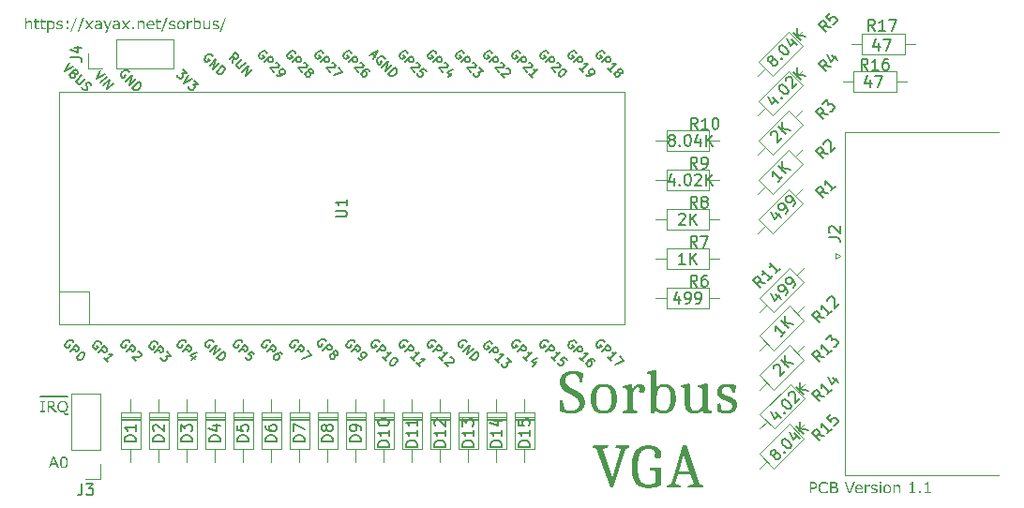
<source format=gbr>
%TF.GenerationSoftware,KiCad,Pcbnew,7.0.8*%
%TF.CreationDate,2024-01-16T07:15:13+01:00*%
%TF.ProjectId,Sorbus-VGA,536f7262-7573-42d5-9647-412e6b696361,rev?*%
%TF.SameCoordinates,Original*%
%TF.FileFunction,Legend,Top*%
%TF.FilePolarity,Positive*%
%FSLAX46Y46*%
G04 Gerber Fmt 4.6, Leading zero omitted, Abs format (unit mm)*
G04 Created by KiCad (PCBNEW 7.0.8) date 2024-01-16 07:15:13*
%MOMM*%
%LPD*%
G01*
G04 APERTURE LIST*
%ADD10C,0.150000*%
%ADD11C,0.125000*%
%ADD12C,0.120000*%
G04 APERTURE END LIST*
D10*
G36*
X33393811Y-66926000D02*
G01*
X32989833Y-66926000D01*
X32989833Y-66816579D01*
X33123922Y-66816579D01*
X33123922Y-66019370D01*
X32989833Y-66019370D01*
X32989833Y-65909949D01*
X33393811Y-65909949D01*
X33393811Y-66019370D01*
X33259966Y-66019370D01*
X33259966Y-66816579D01*
X33393811Y-66816579D01*
X33393811Y-66926000D01*
G37*
G36*
X33920399Y-65909996D02*
G01*
X33931637Y-65910136D01*
X33942633Y-65910370D01*
X33953386Y-65910697D01*
X33963897Y-65911118D01*
X33974166Y-65911632D01*
X33984192Y-65912240D01*
X33993976Y-65912941D01*
X34008198Y-65914168D01*
X34021874Y-65915606D01*
X34035006Y-65917254D01*
X34047592Y-65919112D01*
X34059632Y-65921181D01*
X34063525Y-65921917D01*
X34075001Y-65924283D01*
X34086259Y-65926983D01*
X34097298Y-65930019D01*
X34108118Y-65933389D01*
X34118719Y-65937094D01*
X34129101Y-65941134D01*
X34139264Y-65945509D01*
X34149208Y-65950219D01*
X34158933Y-65955263D01*
X34168439Y-65960643D01*
X34174655Y-65964415D01*
X34184882Y-65971077D01*
X34194679Y-65978057D01*
X34204047Y-65985354D01*
X34212986Y-65992969D01*
X34221495Y-66000902D01*
X34229575Y-66009152D01*
X34237226Y-66017720D01*
X34244447Y-66026606D01*
X34251239Y-66035809D01*
X34257602Y-66045330D01*
X34261606Y-66051854D01*
X34267193Y-66061949D01*
X34272230Y-66072542D01*
X34276718Y-66083634D01*
X34280656Y-66095223D01*
X34284045Y-66107310D01*
X34286885Y-66119895D01*
X34289174Y-66132978D01*
X34290915Y-66146560D01*
X34292105Y-66160639D01*
X34292746Y-66175216D01*
X34292869Y-66185211D01*
X34292651Y-66198749D01*
X34291998Y-66212009D01*
X34290911Y-66224990D01*
X34289388Y-66237693D01*
X34287430Y-66250117D01*
X34285038Y-66262262D01*
X34282210Y-66274129D01*
X34278947Y-66285717D01*
X34275249Y-66297026D01*
X34271116Y-66308057D01*
X34266548Y-66318810D01*
X34261544Y-66329284D01*
X34256106Y-66339479D01*
X34250233Y-66349396D01*
X34243925Y-66359034D01*
X34237181Y-66368393D01*
X34230057Y-66377471D01*
X34222607Y-66386265D01*
X34214830Y-66394774D01*
X34206727Y-66402999D01*
X34198298Y-66410940D01*
X34189542Y-66418596D01*
X34180461Y-66425969D01*
X34171052Y-66433056D01*
X34161318Y-66439860D01*
X34151257Y-66446379D01*
X34140870Y-66452614D01*
X34130157Y-66458564D01*
X34119117Y-66464231D01*
X34107752Y-66469613D01*
X34096059Y-66474710D01*
X34084041Y-66479524D01*
X34468723Y-66926000D01*
X34292136Y-66926000D01*
X33949952Y-66519579D01*
X33758221Y-66519579D01*
X33758221Y-66926000D01*
X33622422Y-66926000D01*
X33622422Y-66035002D01*
X33758221Y-66035002D01*
X33758221Y-66394527D01*
X33895730Y-66394527D01*
X33907676Y-66394435D01*
X33919334Y-66394158D01*
X33930705Y-66393696D01*
X33941789Y-66393050D01*
X33952584Y-66392219D01*
X33963092Y-66391204D01*
X33973312Y-66390004D01*
X33983245Y-66388619D01*
X33992890Y-66387050D01*
X34005302Y-66384671D01*
X34008326Y-66384025D01*
X34020126Y-66381113D01*
X34031468Y-66377629D01*
X34042352Y-66373572D01*
X34052778Y-66368943D01*
X34062746Y-66363741D01*
X34072256Y-66357967D01*
X34081308Y-66351620D01*
X34089903Y-66344702D01*
X34097402Y-66337859D01*
X34104389Y-66330764D01*
X34110866Y-66323418D01*
X34118242Y-66313881D01*
X34124819Y-66303950D01*
X34130597Y-66293626D01*
X34135576Y-66282908D01*
X34139868Y-66271534D01*
X34142778Y-66261774D01*
X34145223Y-66251426D01*
X34147201Y-66240491D01*
X34148715Y-66228967D01*
X34149762Y-66216856D01*
X34150344Y-66204158D01*
X34150475Y-66194248D01*
X34150231Y-66184192D01*
X34149498Y-66174418D01*
X34147895Y-66162599D01*
X34145529Y-66151220D01*
X34142400Y-66140283D01*
X34138507Y-66129787D01*
X34134843Y-66121708D01*
X34129540Y-66112030D01*
X34123247Y-66102841D01*
X34115964Y-66094141D01*
X34107691Y-66085930D01*
X34098428Y-66078208D01*
X34090305Y-66072382D01*
X34083797Y-66068219D01*
X34074293Y-66062692D01*
X34064253Y-66057714D01*
X34053675Y-66053285D01*
X34042562Y-66049404D01*
X34030911Y-66046072D01*
X34021204Y-66043801D01*
X34013699Y-66042329D01*
X34003338Y-66040612D01*
X33992526Y-66039123D01*
X33981264Y-66037864D01*
X33969552Y-66036833D01*
X33957390Y-66036032D01*
X33944777Y-66035460D01*
X33931714Y-66035116D01*
X33921621Y-66035009D01*
X33918200Y-66035002D01*
X33758221Y-66035002D01*
X33622422Y-66035002D01*
X33622422Y-65909949D01*
X33908919Y-65909949D01*
X33920399Y-65909996D01*
G37*
G36*
X35025326Y-65894456D02*
G01*
X35038802Y-65894871D01*
X35052101Y-65895563D01*
X35065226Y-65896531D01*
X35078174Y-65897776D01*
X35090947Y-65899298D01*
X35103545Y-65901096D01*
X35115967Y-65903172D01*
X35128213Y-65905523D01*
X35140284Y-65908152D01*
X35152180Y-65911057D01*
X35163900Y-65914239D01*
X35175444Y-65917697D01*
X35186813Y-65921432D01*
X35198006Y-65925444D01*
X35209024Y-65929733D01*
X35219880Y-65934277D01*
X35230528Y-65939056D01*
X35240969Y-65944070D01*
X35251201Y-65949318D01*
X35261226Y-65954801D01*
X35271042Y-65960519D01*
X35280651Y-65966471D01*
X35290051Y-65972659D01*
X35299244Y-65979080D01*
X35308228Y-65985737D01*
X35317005Y-65992628D01*
X35325573Y-65999754D01*
X35333934Y-66007115D01*
X35342086Y-66014710D01*
X35350031Y-66022540D01*
X35357767Y-66030605D01*
X35365469Y-66039180D01*
X35372941Y-66047992D01*
X35380184Y-66057041D01*
X35387199Y-66066326D01*
X35393984Y-66075847D01*
X35400540Y-66085606D01*
X35406868Y-66095601D01*
X35412966Y-66105832D01*
X35418836Y-66116300D01*
X35424476Y-66127005D01*
X35429888Y-66137946D01*
X35435070Y-66149124D01*
X35440024Y-66160539D01*
X35444748Y-66172190D01*
X35449244Y-66184078D01*
X35453511Y-66196202D01*
X35457563Y-66208518D01*
X35461353Y-66221042D01*
X35464882Y-66233774D01*
X35468150Y-66246714D01*
X35471156Y-66259862D01*
X35473901Y-66273219D01*
X35476385Y-66286783D01*
X35478607Y-66300555D01*
X35480567Y-66314535D01*
X35482266Y-66328723D01*
X35483704Y-66343119D01*
X35484881Y-66357723D01*
X35485795Y-66372535D01*
X35486449Y-66387555D01*
X35486841Y-66402783D01*
X35486972Y-66418219D01*
X35486897Y-66429687D01*
X35486672Y-66441042D01*
X35486298Y-66452283D01*
X35485774Y-66463411D01*
X35485099Y-66474425D01*
X35484276Y-66485326D01*
X35483302Y-66496113D01*
X35482179Y-66506787D01*
X35480905Y-66517347D01*
X35479482Y-66527794D01*
X35477910Y-66538127D01*
X35476187Y-66548347D01*
X35474315Y-66558453D01*
X35472292Y-66568445D01*
X35470121Y-66578324D01*
X35467799Y-66588090D01*
X35465327Y-66597741D01*
X35462706Y-66607280D01*
X35459935Y-66616705D01*
X35453943Y-66635214D01*
X35447353Y-66653268D01*
X35440163Y-66670869D01*
X35432374Y-66688016D01*
X35423985Y-66704708D01*
X35414998Y-66720947D01*
X35410280Y-66728896D01*
X35400518Y-66744384D01*
X35390343Y-66759281D01*
X35379757Y-66773586D01*
X35368758Y-66787300D01*
X35357348Y-66800422D01*
X35345525Y-66812953D01*
X35333290Y-66824893D01*
X35320642Y-66836240D01*
X35307583Y-66846996D01*
X35294112Y-66857161D01*
X35280228Y-66866734D01*
X35265932Y-66875716D01*
X35251224Y-66884106D01*
X35236104Y-66891905D01*
X35220572Y-66899112D01*
X35204627Y-66905727D01*
X35205410Y-66919761D01*
X35206751Y-66933193D01*
X35208650Y-66946025D01*
X35211107Y-66958255D01*
X35214123Y-66969884D01*
X35217696Y-66980912D01*
X35221828Y-66991339D01*
X35226517Y-67001165D01*
X35231765Y-67010390D01*
X35237571Y-67019014D01*
X35241752Y-67024429D01*
X35248703Y-67031981D01*
X35256641Y-67038789D01*
X35265567Y-67044855D01*
X35275480Y-67050178D01*
X35286381Y-67054758D01*
X35298269Y-67058596D01*
X35311145Y-67061690D01*
X35325008Y-67064043D01*
X35334799Y-67065198D01*
X35345029Y-67066023D01*
X35355697Y-67066518D01*
X35366804Y-67066683D01*
X35377715Y-67066288D01*
X35389382Y-67065103D01*
X35399681Y-67063513D01*
X35410505Y-67061373D01*
X35421853Y-67058685D01*
X35431310Y-67056139D01*
X35433727Y-67055448D01*
X35445320Y-67052061D01*
X35455828Y-67048770D01*
X35465251Y-67045574D01*
X35475125Y-67041864D01*
X35484671Y-67037710D01*
X35489170Y-67035420D01*
X35507733Y-67035420D01*
X35507733Y-67170975D01*
X35497429Y-67173627D01*
X35487155Y-67176089D01*
X35476912Y-67178360D01*
X35466700Y-67180439D01*
X35456518Y-67182329D01*
X35446366Y-67184027D01*
X35436246Y-67185534D01*
X35426155Y-67186851D01*
X35416111Y-67187996D01*
X35406005Y-67188988D01*
X35395839Y-67189828D01*
X35385611Y-67190515D01*
X35375322Y-67191049D01*
X35364973Y-67191430D01*
X35354562Y-67191659D01*
X35344090Y-67191736D01*
X35329344Y-67191478D01*
X35314964Y-67190705D01*
X35300950Y-67189417D01*
X35287303Y-67187614D01*
X35274023Y-67185296D01*
X35261108Y-67182462D01*
X35248560Y-67179113D01*
X35236379Y-67175249D01*
X35224563Y-67170870D01*
X35213115Y-67165976D01*
X35202032Y-67160566D01*
X35191316Y-67154641D01*
X35180966Y-67148201D01*
X35170983Y-67141246D01*
X35161366Y-67133776D01*
X35152115Y-67125790D01*
X35143307Y-67117325D01*
X35135018Y-67108415D01*
X35127248Y-67099060D01*
X35119997Y-67089261D01*
X35113265Y-67079017D01*
X35107052Y-67068328D01*
X35101358Y-67057195D01*
X35096183Y-67045617D01*
X35091527Y-67033595D01*
X35087391Y-67021128D01*
X35083773Y-67008217D01*
X35080674Y-66994861D01*
X35078094Y-66981060D01*
X35076033Y-66966815D01*
X35074491Y-66952125D01*
X35073469Y-66936990D01*
X35063313Y-66938503D01*
X35053300Y-66939681D01*
X35043430Y-66940525D01*
X35041473Y-66940654D01*
X35031010Y-66941210D01*
X35020777Y-66941536D01*
X35011675Y-66941631D01*
X34998257Y-66941494D01*
X34984992Y-66941081D01*
X34971879Y-66940395D01*
X34958919Y-66939433D01*
X34946111Y-66938196D01*
X34933457Y-66936685D01*
X34920954Y-66934899D01*
X34908605Y-66932838D01*
X34896408Y-66930503D01*
X34884364Y-66927892D01*
X34872472Y-66925007D01*
X34860733Y-66921847D01*
X34849147Y-66918413D01*
X34837713Y-66914703D01*
X34826432Y-66910719D01*
X34815304Y-66906460D01*
X34804386Y-66901941D01*
X34793673Y-66897175D01*
X34783167Y-66892163D01*
X34772867Y-66886905D01*
X34762773Y-66881401D01*
X34752885Y-66875651D01*
X34743203Y-66869655D01*
X34733727Y-66863412D01*
X34724457Y-66856924D01*
X34715393Y-66850189D01*
X34706536Y-66843208D01*
X34697884Y-66835981D01*
X34689439Y-66828507D01*
X34681199Y-66820788D01*
X34673166Y-66812823D01*
X34665339Y-66804611D01*
X34657725Y-66796127D01*
X34650333Y-66787407D01*
X34643162Y-66778450D01*
X34636213Y-66769257D01*
X34629485Y-66759827D01*
X34622978Y-66750160D01*
X34616693Y-66740257D01*
X34610629Y-66730117D01*
X34604786Y-66719740D01*
X34599164Y-66709127D01*
X34593764Y-66698277D01*
X34588586Y-66687191D01*
X34583628Y-66675868D01*
X34578892Y-66664309D01*
X34574378Y-66652512D01*
X34570084Y-66640480D01*
X34566062Y-66628220D01*
X34562299Y-66615742D01*
X34558796Y-66603047D01*
X34555552Y-66590135D01*
X34552567Y-66577005D01*
X34549843Y-66563658D01*
X34547377Y-66550093D01*
X34545171Y-66536310D01*
X34543225Y-66522310D01*
X34541538Y-66508092D01*
X34540111Y-66493657D01*
X34538943Y-66479005D01*
X34538035Y-66464134D01*
X34537386Y-66449047D01*
X34536997Y-66433741D01*
X34536867Y-66418219D01*
X34678528Y-66418219D01*
X34678617Y-66430205D01*
X34678882Y-66442014D01*
X34679324Y-66453646D01*
X34679944Y-66465102D01*
X34680740Y-66476380D01*
X34681714Y-66487482D01*
X34682864Y-66498406D01*
X34684191Y-66509153D01*
X34685696Y-66519724D01*
X34687377Y-66530117D01*
X34689235Y-66540334D01*
X34691271Y-66550373D01*
X34693483Y-66560236D01*
X34695872Y-66569921D01*
X34698438Y-66579430D01*
X34704102Y-66597916D01*
X34710473Y-66615694D01*
X34717552Y-66632764D01*
X34725339Y-66649127D01*
X34733834Y-66664781D01*
X34743037Y-66679728D01*
X34752948Y-66693966D01*
X34763567Y-66707497D01*
X34769142Y-66713997D01*
X34780740Y-66726419D01*
X34792818Y-66738039D01*
X34805378Y-66748859D01*
X34818418Y-66758876D01*
X34831939Y-66768093D01*
X34845941Y-66776508D01*
X34860424Y-66784121D01*
X34875388Y-66790933D01*
X34890832Y-66796944D01*
X34906758Y-66802153D01*
X34923164Y-66806561D01*
X34940051Y-66810167D01*
X34957419Y-66812972D01*
X34975268Y-66814976D01*
X34993597Y-66816178D01*
X35012408Y-66816579D01*
X35031217Y-66816178D01*
X35049541Y-66814976D01*
X35067380Y-66812972D01*
X35084734Y-66810167D01*
X35101604Y-66806561D01*
X35117990Y-66802153D01*
X35133890Y-66796944D01*
X35149306Y-66790933D01*
X35164237Y-66784121D01*
X35178684Y-66776508D01*
X35192646Y-66768093D01*
X35206123Y-66758876D01*
X35219116Y-66748859D01*
X35231624Y-66738039D01*
X35243647Y-66726419D01*
X35255185Y-66713997D01*
X35266129Y-66700820D01*
X35276366Y-66686935D01*
X35285897Y-66672343D01*
X35294722Y-66657042D01*
X35302841Y-66641034D01*
X35310255Y-66624318D01*
X35316962Y-66606893D01*
X35322963Y-66588761D01*
X35328258Y-66569921D01*
X35330641Y-66560236D01*
X35332847Y-66550373D01*
X35334877Y-66540334D01*
X35336730Y-66530117D01*
X35338407Y-66519724D01*
X35339907Y-66509153D01*
X35341231Y-66498406D01*
X35342378Y-66487482D01*
X35343349Y-66476380D01*
X35344143Y-66465102D01*
X35344761Y-66453646D01*
X35345202Y-66442014D01*
X35345467Y-66430205D01*
X35345555Y-66418219D01*
X35345468Y-66406351D01*
X35345206Y-66394655D01*
X35344770Y-66383129D01*
X35344158Y-66371774D01*
X35343373Y-66360590D01*
X35342413Y-66349577D01*
X35341278Y-66338734D01*
X35339968Y-66328062D01*
X35338484Y-66317561D01*
X35336825Y-66307231D01*
X35334992Y-66297072D01*
X35332984Y-66287083D01*
X35330802Y-66277265D01*
X35328445Y-66267618D01*
X35325913Y-66258142D01*
X35320326Y-66239701D01*
X35314041Y-66221944D01*
X35307057Y-66204870D01*
X35299375Y-66188479D01*
X35290994Y-66172771D01*
X35281915Y-66157747D01*
X35272138Y-66143405D01*
X35261662Y-66129746D01*
X35256162Y-66123173D01*
X35244763Y-66110603D01*
X35232852Y-66098844D01*
X35220430Y-66087896D01*
X35207497Y-66077759D01*
X35194052Y-66068433D01*
X35180096Y-66059918D01*
X35165628Y-66052214D01*
X35150649Y-66045321D01*
X35135159Y-66039239D01*
X35119157Y-66033967D01*
X35102644Y-66029507D01*
X35085620Y-66025858D01*
X35068084Y-66023019D01*
X35050037Y-66020992D01*
X35031478Y-66019776D01*
X35012408Y-66019370D01*
X34993161Y-66019776D01*
X34974440Y-66020992D01*
X34956243Y-66023019D01*
X34938570Y-66025858D01*
X34921423Y-66029507D01*
X34904800Y-66033967D01*
X34888702Y-66039239D01*
X34873129Y-66045321D01*
X34858080Y-66052214D01*
X34843556Y-66059918D01*
X34829557Y-66068433D01*
X34816083Y-66077759D01*
X34803133Y-66087896D01*
X34790708Y-66098844D01*
X34778808Y-66110603D01*
X34767432Y-66123173D01*
X34756667Y-66136490D01*
X34746595Y-66150490D01*
X34737219Y-66165173D01*
X34728537Y-66180540D01*
X34720549Y-66196589D01*
X34713256Y-66213322D01*
X34706658Y-66230737D01*
X34700754Y-66248836D01*
X34695545Y-66267618D01*
X34693201Y-66277265D01*
X34691030Y-66287083D01*
X34689033Y-66297072D01*
X34687210Y-66307231D01*
X34685561Y-66317561D01*
X34684085Y-66328062D01*
X34682782Y-66338734D01*
X34681654Y-66349577D01*
X34680699Y-66360590D01*
X34679917Y-66371774D01*
X34679309Y-66383129D01*
X34678875Y-66394655D01*
X34678615Y-66406351D01*
X34678528Y-66418219D01*
X34536867Y-66418219D01*
X34536996Y-66402961D01*
X34537382Y-66387902D01*
X34538026Y-66373041D01*
X34538928Y-66358379D01*
X34540087Y-66343915D01*
X34541504Y-66329650D01*
X34543178Y-66315583D01*
X34545110Y-66301715D01*
X34547300Y-66288045D01*
X34549747Y-66274573D01*
X34552452Y-66261300D01*
X34555414Y-66248226D01*
X34558634Y-66235349D01*
X34562112Y-66222672D01*
X34565847Y-66210192D01*
X34569840Y-66197912D01*
X34574080Y-66185809D01*
X34578556Y-66173926D01*
X34583270Y-66162263D01*
X34588219Y-66150818D01*
X34593406Y-66139594D01*
X34598829Y-66128589D01*
X34604488Y-66117803D01*
X34610384Y-66107236D01*
X34616517Y-66096889D01*
X34622886Y-66086762D01*
X34629492Y-66076854D01*
X34636335Y-66067165D01*
X34643414Y-66057696D01*
X34650730Y-66048446D01*
X34658283Y-66039416D01*
X34666072Y-66030605D01*
X34673727Y-66022482D01*
X34681612Y-66014600D01*
X34689725Y-66006958D01*
X34698067Y-65999556D01*
X34706639Y-65992395D01*
X34715439Y-65985474D01*
X34724469Y-65978793D01*
X34733727Y-65972353D01*
X34743214Y-65966154D01*
X34752931Y-65960195D01*
X34762876Y-65954476D01*
X34773050Y-65948998D01*
X34783453Y-65943760D01*
X34794085Y-65938762D01*
X34804947Y-65934005D01*
X34816037Y-65929489D01*
X34827305Y-65925230D01*
X34838702Y-65921245D01*
X34850226Y-65917536D01*
X34861878Y-65914101D01*
X34873658Y-65910941D01*
X34885566Y-65908056D01*
X34897601Y-65905446D01*
X34909765Y-65903110D01*
X34922056Y-65901050D01*
X34934475Y-65899264D01*
X34947022Y-65897752D01*
X34959697Y-65896516D01*
X34972500Y-65895554D01*
X34985431Y-65894867D01*
X34998489Y-65894455D01*
X35011675Y-65894318D01*
X35025326Y-65894456D01*
G37*
X32995800Y-65526000D02*
X35460000Y-65526000D01*
G36*
X34657279Y-71966000D02*
G01*
X34512443Y-71966000D01*
X34412059Y-71684632D01*
X33969735Y-71684632D01*
X33869351Y-71966000D01*
X33731354Y-71966000D01*
X33880343Y-71559579D01*
X34011012Y-71559579D01*
X34370294Y-71559579D01*
X34191019Y-71067919D01*
X34011012Y-71559579D01*
X33880343Y-71559579D01*
X34103825Y-70949949D01*
X34285053Y-70949949D01*
X34657279Y-71966000D01*
G37*
G36*
X35129319Y-70934445D02*
G01*
X35140523Y-70934826D01*
X35151533Y-70935462D01*
X35162350Y-70936352D01*
X35172973Y-70937496D01*
X35183403Y-70938894D01*
X35193639Y-70940547D01*
X35203681Y-70942454D01*
X35213529Y-70944615D01*
X35223184Y-70947031D01*
X35232645Y-70949700D01*
X35250986Y-70955803D01*
X35268552Y-70962922D01*
X35285344Y-70971058D01*
X35301361Y-70980212D01*
X35316603Y-70990382D01*
X35331071Y-71001570D01*
X35344764Y-71013774D01*
X35357682Y-71026996D01*
X35369825Y-71041234D01*
X35381194Y-71056490D01*
X35386588Y-71064499D01*
X35396881Y-71081260D01*
X35401778Y-71090030D01*
X35406509Y-71099060D01*
X35411074Y-71108348D01*
X35415474Y-71117897D01*
X35419707Y-71127705D01*
X35423774Y-71137772D01*
X35427675Y-71148099D01*
X35431410Y-71158685D01*
X35434980Y-71169531D01*
X35438383Y-71180637D01*
X35441620Y-71192002D01*
X35444691Y-71203626D01*
X35447596Y-71215510D01*
X35450335Y-71227653D01*
X35452909Y-71240056D01*
X35455316Y-71252719D01*
X35457557Y-71265641D01*
X35459632Y-71278822D01*
X35461541Y-71292263D01*
X35463284Y-71305964D01*
X35464861Y-71319924D01*
X35466272Y-71334143D01*
X35467517Y-71348622D01*
X35468596Y-71363361D01*
X35469509Y-71378359D01*
X35470256Y-71393616D01*
X35470837Y-71409133D01*
X35471252Y-71424910D01*
X35471502Y-71440946D01*
X35471585Y-71457242D01*
X35471500Y-71474045D01*
X35471248Y-71490566D01*
X35470827Y-71506806D01*
X35470237Y-71522764D01*
X35469480Y-71538439D01*
X35468553Y-71553833D01*
X35467459Y-71568945D01*
X35466196Y-71583775D01*
X35464765Y-71598323D01*
X35463165Y-71612589D01*
X35461397Y-71626573D01*
X35459460Y-71640275D01*
X35457355Y-71653695D01*
X35455082Y-71666833D01*
X35452640Y-71679690D01*
X35450030Y-71692264D01*
X35447252Y-71704557D01*
X35444305Y-71716567D01*
X35441189Y-71728296D01*
X35437906Y-71739743D01*
X35434454Y-71750908D01*
X35430833Y-71761791D01*
X35427044Y-71772391D01*
X35423087Y-71782711D01*
X35418961Y-71792748D01*
X35414667Y-71802503D01*
X35410205Y-71811976D01*
X35405574Y-71821167D01*
X35400775Y-71830077D01*
X35395807Y-71838704D01*
X35390671Y-71847050D01*
X35385367Y-71855113D01*
X35374218Y-71870434D01*
X35362328Y-71884766D01*
X35349695Y-71898110D01*
X35336320Y-71910465D01*
X35322202Y-71921832D01*
X35307343Y-71932210D01*
X35291741Y-71941600D01*
X35275396Y-71950002D01*
X35258310Y-71957415D01*
X35240481Y-71963839D01*
X35221910Y-71969276D01*
X35212346Y-71971623D01*
X35202597Y-71973724D01*
X35192662Y-71975577D01*
X35182541Y-71977183D01*
X35172235Y-71978542D01*
X35161743Y-71979654D01*
X35151066Y-71980519D01*
X35140203Y-71981137D01*
X35129155Y-71981507D01*
X35117921Y-71981631D01*
X35106508Y-71981506D01*
X35095288Y-71981130D01*
X35084263Y-71980504D01*
X35073431Y-71979627D01*
X35062792Y-71978500D01*
X35052347Y-71977123D01*
X35042096Y-71975495D01*
X35032039Y-71973617D01*
X35022175Y-71971488D01*
X35012505Y-71969109D01*
X35003029Y-71966479D01*
X34984657Y-71960468D01*
X34967060Y-71953456D01*
X34950238Y-71945442D01*
X34934191Y-71936426D01*
X34918918Y-71926408D01*
X34904420Y-71915389D01*
X34890696Y-71903367D01*
X34877748Y-71890344D01*
X34865574Y-71876319D01*
X34854174Y-71861293D01*
X34848765Y-71853404D01*
X34838502Y-71836806D01*
X34833619Y-71828104D01*
X34828901Y-71819133D01*
X34824349Y-71809893D01*
X34819963Y-71800384D01*
X34815742Y-71790605D01*
X34811686Y-71780558D01*
X34807796Y-71770242D01*
X34804072Y-71759656D01*
X34800513Y-71748802D01*
X34797119Y-71737678D01*
X34793891Y-71726286D01*
X34790829Y-71714624D01*
X34787932Y-71702693D01*
X34785201Y-71690494D01*
X34782635Y-71678025D01*
X34780235Y-71665287D01*
X34778000Y-71652280D01*
X34775931Y-71639004D01*
X34774028Y-71625459D01*
X34772290Y-71611645D01*
X34770717Y-71597562D01*
X34769310Y-71583210D01*
X34768069Y-71568589D01*
X34766993Y-71553698D01*
X34766082Y-71538539D01*
X34765337Y-71523111D01*
X34764758Y-71507414D01*
X34764344Y-71491447D01*
X34764096Y-71475212D01*
X34764013Y-71458707D01*
X34903476Y-71458707D01*
X34903505Y-71471822D01*
X34903594Y-71484666D01*
X34903742Y-71497238D01*
X34903949Y-71509540D01*
X34904215Y-71521571D01*
X34904540Y-71533331D01*
X34904925Y-71544820D01*
X34905369Y-71556038D01*
X34905871Y-71566985D01*
X34906433Y-71577661D01*
X34907054Y-71588066D01*
X34907735Y-71598200D01*
X34908474Y-71608064D01*
X34909694Y-71622350D01*
X34911047Y-71636027D01*
X34912617Y-71649225D01*
X34914488Y-71662165D01*
X34916659Y-71674848D01*
X34919130Y-71687273D01*
X34921902Y-71699440D01*
X34924975Y-71711350D01*
X34928348Y-71723002D01*
X34932022Y-71734396D01*
X34935996Y-71745533D01*
X34940270Y-71756412D01*
X34943287Y-71763522D01*
X34947712Y-71773239D01*
X34952466Y-71782513D01*
X34957552Y-71791345D01*
X34962968Y-71799735D01*
X34968714Y-71807683D01*
X34976891Y-71817592D01*
X34985655Y-71826715D01*
X34995007Y-71835051D01*
X35004946Y-71842602D01*
X35007523Y-71844367D01*
X35018331Y-71850892D01*
X35029993Y-71856548D01*
X35039301Y-71860219D01*
X35049090Y-71863400D01*
X35059360Y-71866092D01*
X35070110Y-71868295D01*
X35081342Y-71870008D01*
X35093054Y-71871231D01*
X35105247Y-71871966D01*
X35117921Y-71872210D01*
X35129818Y-71871978D01*
X35141328Y-71871283D01*
X35152452Y-71870124D01*
X35163190Y-71868501D01*
X35173541Y-71866414D01*
X35183506Y-71863864D01*
X35193084Y-71860850D01*
X35202276Y-71857372D01*
X35213931Y-71852014D01*
X35224899Y-71845832D01*
X35235280Y-71838753D01*
X35245049Y-71830826D01*
X35254208Y-71822053D01*
X35262757Y-71812432D01*
X35268768Y-71804660D01*
X35274435Y-71796412D01*
X35279758Y-71787687D01*
X35284739Y-71778486D01*
X35289376Y-71768808D01*
X35290845Y-71765476D01*
X35295241Y-71755003D01*
X35299363Y-71744190D01*
X35303210Y-71733038D01*
X35306782Y-71721547D01*
X35310079Y-71709716D01*
X35313101Y-71697547D01*
X35315849Y-71685038D01*
X35318322Y-71672191D01*
X35320520Y-71659004D01*
X35322444Y-71645478D01*
X35323573Y-71636272D01*
X35325101Y-71622040D01*
X35326036Y-71612259D01*
X35326904Y-71602243D01*
X35327706Y-71591992D01*
X35328440Y-71581507D01*
X35329108Y-71570787D01*
X35329709Y-71559832D01*
X35330244Y-71548643D01*
X35330711Y-71537219D01*
X35331112Y-71525560D01*
X35331446Y-71513667D01*
X35331713Y-71501539D01*
X35331913Y-71489176D01*
X35332047Y-71476578D01*
X35332114Y-71463746D01*
X35332122Y-71457242D01*
X35332088Y-71444464D01*
X35331988Y-71431898D01*
X35331821Y-71419543D01*
X35331588Y-71407401D01*
X35331287Y-71395470D01*
X35330920Y-71383751D01*
X35330486Y-71372244D01*
X35329985Y-71360949D01*
X35329417Y-71349865D01*
X35328783Y-71338994D01*
X35328081Y-71328334D01*
X35327313Y-71317886D01*
X35326479Y-71307650D01*
X35325577Y-71297625D01*
X35324609Y-71287812D01*
X35323573Y-71278212D01*
X35321827Y-71264127D01*
X35319792Y-71250451D01*
X35317470Y-71237182D01*
X35314861Y-71224322D01*
X35311963Y-71211869D01*
X35308779Y-71199824D01*
X35305306Y-71188187D01*
X35301546Y-71176958D01*
X35297498Y-71166136D01*
X35293162Y-71155723D01*
X35290112Y-71149007D01*
X35285470Y-71139434D01*
X35280518Y-71130317D01*
X35275257Y-71121654D01*
X35269687Y-71113447D01*
X35261780Y-71103212D01*
X35253323Y-71093785D01*
X35244317Y-71085168D01*
X35234761Y-71077360D01*
X35224655Y-71070361D01*
X35213904Y-71064121D01*
X35202414Y-71058714D01*
X35190182Y-71054138D01*
X35180523Y-71051252D01*
X35170447Y-71048834D01*
X35159955Y-71046884D01*
X35149047Y-71045402D01*
X35137721Y-71044388D01*
X35125980Y-71043843D01*
X35117921Y-71043739D01*
X35105983Y-71043972D01*
X35094439Y-71044674D01*
X35083291Y-71045844D01*
X35072537Y-71047482D01*
X35062179Y-71049588D01*
X35052216Y-71052162D01*
X35042647Y-71055204D01*
X35033474Y-71058714D01*
X35021857Y-71064121D01*
X35010943Y-71070361D01*
X35000654Y-71077383D01*
X34990915Y-71085260D01*
X34981725Y-71093991D01*
X34973085Y-71103578D01*
X34966965Y-71111329D01*
X34961155Y-71119561D01*
X34955654Y-71128273D01*
X34950462Y-71137467D01*
X34945579Y-71147141D01*
X34944020Y-71150473D01*
X34939755Y-71160131D01*
X34935751Y-71170331D01*
X34932009Y-71181071D01*
X34928530Y-71192353D01*
X34925312Y-71204175D01*
X34922356Y-71216538D01*
X34919662Y-71229443D01*
X34917230Y-71242888D01*
X34915059Y-71256874D01*
X34913151Y-71271401D01*
X34912024Y-71281387D01*
X34910989Y-71291553D01*
X34910021Y-71301842D01*
X34909119Y-71312253D01*
X34908284Y-71322786D01*
X34907516Y-71333441D01*
X34906815Y-71344218D01*
X34906180Y-71355118D01*
X34905613Y-71366139D01*
X34905112Y-71377283D01*
X34904678Y-71388548D01*
X34904310Y-71399936D01*
X34904010Y-71411446D01*
X34903776Y-71423078D01*
X34903609Y-71434832D01*
X34903509Y-71446709D01*
X34903476Y-71458707D01*
X34764013Y-71458707D01*
X34764097Y-71442068D01*
X34764348Y-71425703D01*
X34764766Y-71409612D01*
X34765353Y-71393796D01*
X34766106Y-71378254D01*
X34767027Y-71362986D01*
X34768115Y-71347992D01*
X34769371Y-71333273D01*
X34770794Y-71318828D01*
X34772385Y-71304658D01*
X34774143Y-71290761D01*
X34776069Y-71277139D01*
X34778162Y-71263792D01*
X34780422Y-71250718D01*
X34782850Y-71237919D01*
X34785445Y-71225394D01*
X34788208Y-71213144D01*
X34791138Y-71201167D01*
X34794236Y-71189465D01*
X34797501Y-71178038D01*
X34800933Y-71166884D01*
X34804533Y-71156005D01*
X34808301Y-71145401D01*
X34812236Y-71135070D01*
X34816338Y-71125014D01*
X34820608Y-71115232D01*
X34825045Y-71105724D01*
X34829649Y-71096491D01*
X34834421Y-71087532D01*
X34839361Y-71078847D01*
X34844468Y-71070437D01*
X34849742Y-71062301D01*
X34860865Y-71046803D01*
X34872739Y-71032305D01*
X34885365Y-71018807D01*
X34898743Y-71006308D01*
X34912873Y-70994810D01*
X34927755Y-70984311D01*
X34943388Y-70974812D01*
X34959774Y-70966314D01*
X34976911Y-70958815D01*
X34994800Y-70952315D01*
X35013440Y-70946816D01*
X35023043Y-70944441D01*
X35032833Y-70942317D01*
X35042811Y-70940442D01*
X35052977Y-70938817D01*
X35063331Y-70937442D01*
X35073873Y-70936317D01*
X35084603Y-70935443D01*
X35095521Y-70934818D01*
X35106627Y-70934443D01*
X35117921Y-70934318D01*
X35129319Y-70934445D01*
G37*
G36*
X102746782Y-73236009D02*
G01*
X102757960Y-73236190D01*
X102768917Y-73236490D01*
X102779652Y-73236911D01*
X102790166Y-73237452D01*
X102800459Y-73238113D01*
X102810530Y-73238894D01*
X102820380Y-73239796D01*
X102834739Y-73241374D01*
X102848601Y-73243222D01*
X102861965Y-73245341D01*
X102874830Y-73247730D01*
X102887198Y-73250390D01*
X102891210Y-73251337D01*
X102903080Y-73254376D01*
X102914692Y-73257725D01*
X102926046Y-73261383D01*
X102937143Y-73265350D01*
X102947982Y-73269626D01*
X102958564Y-73274211D01*
X102968888Y-73279106D01*
X102978954Y-73284309D01*
X102988763Y-73289822D01*
X102998314Y-73295644D01*
X103004539Y-73299697D01*
X103015252Y-73307194D01*
X103025502Y-73315030D01*
X103035288Y-73323205D01*
X103044610Y-73331719D01*
X103053468Y-73340573D01*
X103061863Y-73349765D01*
X103069794Y-73359297D01*
X103077262Y-73369168D01*
X103084266Y-73379379D01*
X103090806Y-73389928D01*
X103094909Y-73397150D01*
X103100627Y-73408365D01*
X103105782Y-73420122D01*
X103110375Y-73432419D01*
X103114406Y-73445258D01*
X103117874Y-73458637D01*
X103120780Y-73472558D01*
X103123124Y-73487019D01*
X103124373Y-73496960D01*
X103125373Y-73507142D01*
X103126123Y-73517565D01*
X103126623Y-73528227D01*
X103126873Y-73539130D01*
X103126904Y-73544672D01*
X103126696Y-73557318D01*
X103126071Y-73569791D01*
X103125030Y-73582093D01*
X103123573Y-73594223D01*
X103121699Y-73606181D01*
X103119408Y-73617968D01*
X103116701Y-73629583D01*
X103113578Y-73641026D01*
X103110038Y-73652297D01*
X103106082Y-73663397D01*
X103103213Y-73670702D01*
X103098603Y-73681420D01*
X103093659Y-73691868D01*
X103088379Y-73702045D01*
X103082765Y-73711952D01*
X103076816Y-73721588D01*
X103070532Y-73730954D01*
X103063913Y-73740050D01*
X103056959Y-73748875D01*
X103049671Y-73757429D01*
X103042047Y-73765713D01*
X103036779Y-73771085D01*
X103026715Y-73780789D01*
X103016308Y-73790025D01*
X103005558Y-73798792D01*
X102994464Y-73807092D01*
X102983026Y-73814924D01*
X102971245Y-73822288D01*
X102959121Y-73829183D01*
X102946653Y-73835611D01*
X102933842Y-73841571D01*
X102920687Y-73847063D01*
X102911726Y-73850464D01*
X102897884Y-73855178D01*
X102888286Y-73858063D01*
X102878392Y-73860742D01*
X102868203Y-73863215D01*
X102857718Y-73865482D01*
X102846936Y-73867543D01*
X102835860Y-73869398D01*
X102824487Y-73871046D01*
X102812819Y-73872489D01*
X102800855Y-73873726D01*
X102788595Y-73874756D01*
X102776039Y-73875580D01*
X102763188Y-73876198D01*
X102750041Y-73876611D01*
X102736598Y-73876817D01*
X102729766Y-73876842D01*
X102593722Y-73876842D01*
X102593722Y-74252000D01*
X102457923Y-74252000D01*
X102457923Y-73361002D01*
X102593722Y-73361002D01*
X102593722Y-73751790D01*
X102708516Y-73751790D01*
X102718714Y-73751735D01*
X102728670Y-73751569D01*
X102743149Y-73751112D01*
X102757084Y-73750407D01*
X102770472Y-73749452D01*
X102783316Y-73748249D01*
X102795614Y-73746796D01*
X102807367Y-73745094D01*
X102818575Y-73743144D01*
X102829237Y-73740944D01*
X102839354Y-73738496D01*
X102842606Y-73737624D01*
X102852099Y-73734822D01*
X102864229Y-73730632D01*
X102875756Y-73725922D01*
X102886680Y-73720694D01*
X102897001Y-73714947D01*
X102906720Y-73708680D01*
X102915835Y-73701895D01*
X102924347Y-73694591D01*
X102926381Y-73692683D01*
X102934147Y-73684757D01*
X102941326Y-73676731D01*
X102947916Y-73668606D01*
X102953919Y-73660382D01*
X102959335Y-73652059D01*
X102965277Y-73641515D01*
X102970302Y-73630816D01*
X102972054Y-73626494D01*
X102975924Y-73615370D01*
X102979138Y-73603830D01*
X102981697Y-73591871D01*
X102983271Y-73582004D01*
X102984425Y-73571870D01*
X102985160Y-73561469D01*
X102985475Y-73550800D01*
X102985488Y-73548092D01*
X102985198Y-73535658D01*
X102984328Y-73523637D01*
X102982877Y-73512028D01*
X102980847Y-73500831D01*
X102978237Y-73490046D01*
X102975046Y-73479673D01*
X102971276Y-73469713D01*
X102966925Y-73460164D01*
X102961983Y-73451036D01*
X102956438Y-73442334D01*
X102950290Y-73434061D01*
X102943539Y-73426214D01*
X102936185Y-73418796D01*
X102928228Y-73411804D01*
X102919668Y-73405240D01*
X102910505Y-73399103D01*
X102899975Y-73393049D01*
X102891224Y-73388608D01*
X102882183Y-73384527D01*
X102872852Y-73380804D01*
X102863231Y-73377440D01*
X102853320Y-73374435D01*
X102843119Y-73371788D01*
X102835278Y-73370039D01*
X102824368Y-73367921D01*
X102812762Y-73366085D01*
X102800462Y-73364532D01*
X102787468Y-73363261D01*
X102777266Y-73362493D01*
X102766674Y-73361884D01*
X102755691Y-73361434D01*
X102744317Y-73361143D01*
X102732553Y-73361010D01*
X102728544Y-73361002D01*
X102593722Y-73361002D01*
X102457923Y-73361002D01*
X102457923Y-73235949D01*
X102735383Y-73235949D01*
X102746782Y-73236009D01*
G37*
G36*
X104091908Y-74175551D02*
G01*
X104082558Y-74179612D01*
X104073437Y-74183612D01*
X104062358Y-74188525D01*
X104051636Y-74193343D01*
X104041273Y-74198066D01*
X104031267Y-74202693D01*
X104023520Y-74206326D01*
X104013514Y-74210795D01*
X104002578Y-74215347D01*
X103993159Y-74219049D01*
X103983145Y-74222804D01*
X103972536Y-74226613D01*
X103961331Y-74230475D01*
X103949531Y-74234390D01*
X103943408Y-74236368D01*
X103932852Y-74239543D01*
X103922068Y-74242596D01*
X103911054Y-74245527D01*
X103899811Y-74248336D01*
X103888339Y-74251023D01*
X103876638Y-74253587D01*
X103864709Y-74256030D01*
X103852550Y-74258350D01*
X103840120Y-74260525D01*
X103827378Y-74262410D01*
X103817615Y-74263634D01*
X103807677Y-74264694D01*
X103797563Y-74265592D01*
X103787272Y-74266326D01*
X103776806Y-74266897D01*
X103766163Y-74267305D01*
X103755345Y-74267549D01*
X103744350Y-74267631D01*
X103730508Y-74267511D01*
X103716823Y-74267150D01*
X103703297Y-74266549D01*
X103689930Y-74265708D01*
X103676721Y-74264626D01*
X103663670Y-74263303D01*
X103650778Y-74261741D01*
X103638044Y-74259937D01*
X103625468Y-74257894D01*
X103613051Y-74255610D01*
X103600792Y-74253085D01*
X103588691Y-74250320D01*
X103576749Y-74247315D01*
X103564965Y-74244069D01*
X103553340Y-74240583D01*
X103541873Y-74236856D01*
X103530607Y-74232844D01*
X103519525Y-74228560D01*
X103508625Y-74224005D01*
X103497909Y-74219179D01*
X103487376Y-74214083D01*
X103477027Y-74208715D01*
X103466860Y-74203077D01*
X103456876Y-74197167D01*
X103447076Y-74190986D01*
X103437459Y-74184535D01*
X103428025Y-74177813D01*
X103418775Y-74170819D01*
X103409707Y-74163555D01*
X103400823Y-74156020D01*
X103392122Y-74148213D01*
X103383604Y-74140136D01*
X103375473Y-74131940D01*
X103367568Y-74123471D01*
X103359887Y-74114728D01*
X103352432Y-74105713D01*
X103345202Y-74096425D01*
X103338197Y-74086865D01*
X103331418Y-74077031D01*
X103324863Y-74066924D01*
X103318534Y-74056545D01*
X103312430Y-74045893D01*
X103306551Y-74034968D01*
X103300897Y-74023770D01*
X103295468Y-74012299D01*
X103290265Y-74000555D01*
X103285286Y-73988539D01*
X103280533Y-73976249D01*
X103276038Y-73963668D01*
X103271832Y-73950837D01*
X103267916Y-73937755D01*
X103264291Y-73924424D01*
X103260956Y-73910843D01*
X103257910Y-73897012D01*
X103255155Y-73882930D01*
X103252689Y-73868599D01*
X103250514Y-73854018D01*
X103248629Y-73839187D01*
X103247034Y-73824106D01*
X103245729Y-73808775D01*
X103244713Y-73793194D01*
X103243988Y-73777363D01*
X103243553Y-73761282D01*
X103243408Y-73744951D01*
X103243548Y-73729453D01*
X103243965Y-73714161D01*
X103244662Y-73699076D01*
X103245637Y-73684196D01*
X103246891Y-73669522D01*
X103248423Y-73655055D01*
X103250234Y-73640793D01*
X103252323Y-73626738D01*
X103254691Y-73612888D01*
X103257338Y-73599245D01*
X103260263Y-73585808D01*
X103263467Y-73572577D01*
X103266949Y-73559552D01*
X103270710Y-73546733D01*
X103274750Y-73534120D01*
X103279068Y-73521713D01*
X103283678Y-73509529D01*
X103288532Y-73497583D01*
X103293631Y-73485876D01*
X103298973Y-73474407D01*
X103304561Y-73463176D01*
X103310392Y-73452184D01*
X103316467Y-73441431D01*
X103322787Y-73430916D01*
X103329351Y-73420640D01*
X103336159Y-73410602D01*
X103343212Y-73400803D01*
X103350509Y-73391242D01*
X103358050Y-73381920D01*
X103365835Y-73372836D01*
X103373864Y-73363991D01*
X103382138Y-73355384D01*
X103390396Y-73347264D01*
X103398865Y-73339390D01*
X103407546Y-73331762D01*
X103416439Y-73324380D01*
X103425544Y-73317245D01*
X103434860Y-73310356D01*
X103444389Y-73303712D01*
X103454129Y-73297315D01*
X103464081Y-73291164D01*
X103474244Y-73285260D01*
X103484620Y-73279601D01*
X103495207Y-73274189D01*
X103506006Y-73269022D01*
X103517017Y-73264102D01*
X103528240Y-73259428D01*
X103539675Y-73255000D01*
X103551324Y-73250800D01*
X103563130Y-73246871D01*
X103575092Y-73243214D01*
X103587211Y-73239827D01*
X103599486Y-73236711D01*
X103611917Y-73233866D01*
X103624505Y-73231291D01*
X103637250Y-73228988D01*
X103650151Y-73226956D01*
X103663208Y-73225195D01*
X103676422Y-73223705D01*
X103689793Y-73222485D01*
X103703319Y-73221537D01*
X103717003Y-73220860D01*
X103730843Y-73220453D01*
X103744839Y-73220318D01*
X103755156Y-73220395D01*
X103765470Y-73220627D01*
X103775779Y-73221013D01*
X103786085Y-73221554D01*
X103796387Y-73222250D01*
X103806686Y-73223100D01*
X103816980Y-73224104D01*
X103827271Y-73225264D01*
X103837558Y-73226577D01*
X103847841Y-73228046D01*
X103858120Y-73229669D01*
X103868395Y-73231446D01*
X103878667Y-73233378D01*
X103888934Y-73235465D01*
X103899198Y-73237706D01*
X103909458Y-73240101D01*
X103919788Y-73242693D01*
X103930261Y-73245521D01*
X103940877Y-73248585D01*
X103951636Y-73251886D01*
X103962538Y-73255424D01*
X103973584Y-73259198D01*
X103984772Y-73263209D01*
X103996104Y-73267457D01*
X104007578Y-73271941D01*
X104019196Y-73276661D01*
X104030957Y-73281619D01*
X104042861Y-73286813D01*
X104054908Y-73292243D01*
X104067098Y-73297911D01*
X104079431Y-73303814D01*
X104091908Y-73309955D01*
X104091908Y-73470422D01*
X104081650Y-73470422D01*
X104071091Y-73462380D01*
X104060542Y-73454615D01*
X104050002Y-73447130D01*
X104039472Y-73439923D01*
X104028951Y-73432994D01*
X104018440Y-73426344D01*
X104007939Y-73419973D01*
X103997447Y-73413880D01*
X103986965Y-73408066D01*
X103976492Y-73402531D01*
X103966028Y-73397274D01*
X103955575Y-73392295D01*
X103945130Y-73387595D01*
X103934696Y-73383174D01*
X103924270Y-73379032D01*
X103913855Y-73375168D01*
X103903429Y-73371559D01*
X103892911Y-73368184D01*
X103882302Y-73365041D01*
X103871601Y-73362131D01*
X103860808Y-73359454D01*
X103849924Y-73357010D01*
X103838949Y-73354798D01*
X103827881Y-73352819D01*
X103816723Y-73351074D01*
X103805472Y-73349560D01*
X103794130Y-73348280D01*
X103782696Y-73347232D01*
X103771171Y-73346418D01*
X103759554Y-73345836D01*
X103747846Y-73345486D01*
X103736046Y-73345370D01*
X103721618Y-73345583D01*
X103707461Y-73346220D01*
X103693574Y-73347283D01*
X103679958Y-73348770D01*
X103666612Y-73350683D01*
X103653537Y-73353021D01*
X103640732Y-73355784D01*
X103628198Y-73358971D01*
X103615934Y-73362584D01*
X103603940Y-73366622D01*
X103596095Y-73369550D01*
X103584581Y-73374320D01*
X103573303Y-73379562D01*
X103562261Y-73385277D01*
X103551456Y-73391463D01*
X103540886Y-73398122D01*
X103530553Y-73405253D01*
X103520456Y-73412857D01*
X103510595Y-73420933D01*
X103500970Y-73429481D01*
X103491581Y-73438501D01*
X103485453Y-73444777D01*
X103476751Y-73454305D01*
X103468414Y-73464297D01*
X103460442Y-73474753D01*
X103452835Y-73485672D01*
X103445593Y-73497055D01*
X103438716Y-73508902D01*
X103432203Y-73521212D01*
X103426056Y-73533987D01*
X103420274Y-73547224D01*
X103416621Y-73556307D01*
X103413131Y-73565596D01*
X103411447Y-73570318D01*
X103408253Y-73579904D01*
X103405265Y-73589674D01*
X103402483Y-73599627D01*
X103399907Y-73609763D01*
X103397537Y-73620082D01*
X103395373Y-73630585D01*
X103393415Y-73641270D01*
X103391664Y-73652139D01*
X103390118Y-73663191D01*
X103388779Y-73674426D01*
X103387645Y-73685845D01*
X103386718Y-73697446D01*
X103385996Y-73709231D01*
X103385481Y-73721199D01*
X103385172Y-73733350D01*
X103385069Y-73745684D01*
X103385183Y-73758576D01*
X103385523Y-73771242D01*
X103386091Y-73783680D01*
X103386886Y-73795891D01*
X103387907Y-73807875D01*
X103389156Y-73819632D01*
X103390632Y-73831162D01*
X103392335Y-73842465D01*
X103394265Y-73853541D01*
X103396423Y-73864390D01*
X103398807Y-73875012D01*
X103401418Y-73885406D01*
X103404256Y-73895574D01*
X103407322Y-73905514D01*
X103410614Y-73915228D01*
X103414134Y-73924714D01*
X103417862Y-73933949D01*
X103421721Y-73942967D01*
X103427751Y-73956091D01*
X103434074Y-73968730D01*
X103440689Y-73980884D01*
X103447595Y-73992553D01*
X103454794Y-74003736D01*
X103462284Y-74014434D01*
X103470067Y-74024647D01*
X103478141Y-74034375D01*
X103486507Y-74043618D01*
X103489361Y-74046591D01*
X103498524Y-74055529D01*
X103507971Y-74064025D01*
X103517701Y-74072079D01*
X103527715Y-74079690D01*
X103538011Y-74086859D01*
X103548592Y-74093586D01*
X103559455Y-74099871D01*
X103570602Y-74105713D01*
X103582032Y-74111114D01*
X103593746Y-74116072D01*
X103601712Y-74119131D01*
X103613821Y-74123322D01*
X103626059Y-74127100D01*
X103638425Y-74130466D01*
X103650920Y-74133420D01*
X103663544Y-74135961D01*
X103676296Y-74138091D01*
X103689178Y-74139808D01*
X103702188Y-74141113D01*
X103715327Y-74142006D01*
X103728595Y-74142487D01*
X103737511Y-74142579D01*
X103749736Y-74142457D01*
X103761863Y-74142090D01*
X103773893Y-74141480D01*
X103785826Y-74140625D01*
X103797661Y-74139526D01*
X103809399Y-74138182D01*
X103821040Y-74136595D01*
X103832583Y-74134763D01*
X103844029Y-74132687D01*
X103855378Y-74130367D01*
X103866629Y-74127802D01*
X103877783Y-74124993D01*
X103888840Y-74121940D01*
X103899799Y-74118643D01*
X103910662Y-74115101D01*
X103921426Y-74111316D01*
X103932130Y-74107286D01*
X103942748Y-74103011D01*
X103953280Y-74098493D01*
X103963726Y-74093730D01*
X103974086Y-74088723D01*
X103984361Y-74083472D01*
X103994549Y-74077976D01*
X104004652Y-74072237D01*
X104014669Y-74066253D01*
X104024600Y-74060025D01*
X104034445Y-74053552D01*
X104044204Y-74046836D01*
X104053878Y-74039875D01*
X104063465Y-74032669D01*
X104072967Y-74025220D01*
X104082382Y-74017526D01*
X104091908Y-74017526D01*
X104091908Y-74175551D01*
G37*
G36*
X104595651Y-73235982D02*
G01*
X104609001Y-73236079D01*
X104621907Y-73236241D01*
X104634371Y-73236468D01*
X104646393Y-73236760D01*
X104657971Y-73237117D01*
X104669107Y-73237539D01*
X104679800Y-73238025D01*
X104690051Y-73238577D01*
X104699859Y-73239193D01*
X104713741Y-73240239D01*
X104726626Y-73241431D01*
X104738516Y-73242769D01*
X104749410Y-73244254D01*
X104759808Y-73245919D01*
X104770121Y-73247894D01*
X104780347Y-73250178D01*
X104790488Y-73252771D01*
X104800543Y-73255674D01*
X104810512Y-73258885D01*
X104820396Y-73262406D01*
X104830193Y-73266235D01*
X104839904Y-73270374D01*
X104849530Y-73274822D01*
X104855899Y-73277959D01*
X104866206Y-73283555D01*
X104875967Y-73289442D01*
X104885182Y-73295622D01*
X104893853Y-73302093D01*
X104901978Y-73308857D01*
X104909558Y-73315912D01*
X104916592Y-73323259D01*
X104923082Y-73330899D01*
X104929026Y-73338830D01*
X104934425Y-73347053D01*
X104937721Y-73352697D01*
X104942260Y-73361420D01*
X104946353Y-73370460D01*
X104950000Y-73379818D01*
X104953200Y-73389494D01*
X104955953Y-73399487D01*
X104958260Y-73409799D01*
X104960121Y-73420428D01*
X104961535Y-73431374D01*
X104962502Y-73442638D01*
X104963023Y-73454220D01*
X104963122Y-73462118D01*
X104962796Y-73475395D01*
X104961817Y-73488299D01*
X104960185Y-73500829D01*
X104957901Y-73512986D01*
X104954965Y-73524769D01*
X104951376Y-73536178D01*
X104947134Y-73547214D01*
X104942239Y-73557877D01*
X104936692Y-73568166D01*
X104930493Y-73578081D01*
X104925997Y-73584484D01*
X104918819Y-73593772D01*
X104911208Y-73602768D01*
X104903163Y-73611472D01*
X104894684Y-73619884D01*
X104885772Y-73628004D01*
X104876426Y-73635832D01*
X104866647Y-73643368D01*
X104856434Y-73650613D01*
X104845787Y-73657565D01*
X104834707Y-73664225D01*
X104827079Y-73668503D01*
X104827079Y-73673877D01*
X104839882Y-73676721D01*
X104852339Y-73679941D01*
X104864451Y-73683537D01*
X104876217Y-73687508D01*
X104887639Y-73691856D01*
X104898715Y-73696580D01*
X104909445Y-73701679D01*
X104919830Y-73707155D01*
X104929870Y-73713006D01*
X104939564Y-73719233D01*
X104948913Y-73725836D01*
X104957917Y-73732816D01*
X104966575Y-73740170D01*
X104974888Y-73747901D01*
X104982855Y-73756008D01*
X104990477Y-73764491D01*
X104997723Y-73773274D01*
X105004502Y-73782343D01*
X105010813Y-73791699D01*
X105016657Y-73801341D01*
X105022033Y-73811269D01*
X105026942Y-73821483D01*
X105031383Y-73831984D01*
X105035357Y-73842771D01*
X105038863Y-73853844D01*
X105041902Y-73865203D01*
X105044473Y-73876848D01*
X105046577Y-73888780D01*
X105048213Y-73900998D01*
X105049382Y-73913502D01*
X105050083Y-73926292D01*
X105050317Y-73939369D01*
X105050063Y-73953411D01*
X105049304Y-73967144D01*
X105048037Y-73980567D01*
X105046264Y-73993682D01*
X105043984Y-74006488D01*
X105041198Y-74018984D01*
X105037905Y-74031172D01*
X105034105Y-74043050D01*
X105029799Y-74054619D01*
X105024986Y-74065879D01*
X105021496Y-74073214D01*
X105015916Y-74083889D01*
X105009984Y-74094208D01*
X105003700Y-74104171D01*
X104997064Y-74113777D01*
X104990076Y-74123027D01*
X104982736Y-74131921D01*
X104975044Y-74140458D01*
X104966999Y-74148639D01*
X104958603Y-74156464D01*
X104949855Y-74163932D01*
X104943827Y-74168713D01*
X104932918Y-74176955D01*
X104921808Y-74184738D01*
X104910496Y-74192062D01*
X104898982Y-74198926D01*
X104887266Y-74205331D01*
X104875348Y-74211277D01*
X104863229Y-74216763D01*
X104850908Y-74221790D01*
X104838385Y-74226357D01*
X104825660Y-74230465D01*
X104817065Y-74232949D01*
X104803820Y-74236353D01*
X104789914Y-74239423D01*
X104780276Y-74241283D01*
X104770344Y-74242995D01*
X104760118Y-74244558D01*
X104749599Y-74245972D01*
X104738785Y-74247237D01*
X104727678Y-74248353D01*
X104716277Y-74249320D01*
X104704582Y-74250139D01*
X104692593Y-74250809D01*
X104680310Y-74251330D01*
X104667733Y-74251702D01*
X104654863Y-74251925D01*
X104641699Y-74252000D01*
X104278998Y-74252000D01*
X104278998Y-73767422D01*
X104414797Y-73767422D01*
X104414797Y-74126947D01*
X104594804Y-74126947D01*
X104605851Y-74126913D01*
X104616645Y-74126810D01*
X104627184Y-74126638D01*
X104637470Y-74126398D01*
X104647502Y-74126088D01*
X104657280Y-74125711D01*
X104671472Y-74125015D01*
X104685093Y-74124165D01*
X104698142Y-74123160D01*
X104710621Y-74122001D01*
X104722528Y-74120687D01*
X104733865Y-74119219D01*
X104741105Y-74118154D01*
X104751639Y-74116379D01*
X104761808Y-74114351D01*
X104771612Y-74112069D01*
X104781051Y-74109533D01*
X104793068Y-74105759D01*
X104804437Y-74101534D01*
X104815157Y-74096859D01*
X104825228Y-74091734D01*
X104834650Y-74086159D01*
X104843974Y-74079698D01*
X104852648Y-74073015D01*
X104860674Y-74066112D01*
X104868051Y-74058987D01*
X104874779Y-74051640D01*
X104882277Y-74042146D01*
X104888761Y-74032306D01*
X104891070Y-74028273D01*
X104896207Y-74017663D01*
X104899689Y-74008513D01*
X104902615Y-73998776D01*
X104904983Y-73988451D01*
X104906793Y-73977538D01*
X104908047Y-73966038D01*
X104908743Y-73953950D01*
X104908900Y-73944498D01*
X104908737Y-73933765D01*
X104908248Y-73923458D01*
X104907432Y-73913575D01*
X104905837Y-73901059D01*
X104903661Y-73889300D01*
X104900906Y-73878295D01*
X104897571Y-73868047D01*
X104893655Y-73858554D01*
X104890338Y-73851930D01*
X104885224Y-73843480D01*
X104879164Y-73835352D01*
X104872157Y-73827544D01*
X104864204Y-73820056D01*
X104855304Y-73812889D01*
X104845458Y-73806043D01*
X104834666Y-73799517D01*
X104825950Y-73794833D01*
X104822927Y-73793311D01*
X104812277Y-73788548D01*
X104800935Y-73784334D01*
X104791364Y-73781357D01*
X104781350Y-73778731D01*
X104770893Y-73776457D01*
X104759994Y-73774533D01*
X104748652Y-73772961D01*
X104742815Y-73772307D01*
X104730771Y-73771162D01*
X104718085Y-73770169D01*
X104708151Y-73769525D01*
X104697855Y-73768967D01*
X104687199Y-73768495D01*
X104676183Y-73768109D01*
X104664805Y-73767808D01*
X104653067Y-73767593D01*
X104640969Y-73767465D01*
X104628509Y-73767422D01*
X104414797Y-73767422D01*
X104278998Y-73767422D01*
X104278998Y-73361002D01*
X104414797Y-73361002D01*
X104414797Y-73642369D01*
X104590652Y-73642369D01*
X104602418Y-73642316D01*
X104613721Y-73642155D01*
X104624560Y-73641886D01*
X104634936Y-73641511D01*
X104644848Y-73641028D01*
X104657342Y-73640217D01*
X104669013Y-73639215D01*
X104679859Y-73638022D01*
X104689880Y-73636639D01*
X104692257Y-73636263D01*
X104703950Y-73633957D01*
X104715369Y-73631006D01*
X104726514Y-73627412D01*
X104737384Y-73623173D01*
X104747981Y-73618291D01*
X104758303Y-73612764D01*
X104762354Y-73610374D01*
X104771970Y-73603917D01*
X104780668Y-73596912D01*
X104788447Y-73589358D01*
X104795308Y-73581255D01*
X104801251Y-73572604D01*
X104806275Y-73563404D01*
X104808028Y-73559571D01*
X104811898Y-73549597D01*
X104815112Y-73539063D01*
X104817670Y-73527969D01*
X104819572Y-73516313D01*
X104820622Y-73506586D01*
X104821251Y-73496499D01*
X104821461Y-73486054D01*
X104821157Y-73475261D01*
X104820245Y-73465017D01*
X104818724Y-73455321D01*
X104816097Y-73444410D01*
X104812593Y-73434289D01*
X104809005Y-73426459D01*
X104803884Y-73417709D01*
X104797682Y-73409594D01*
X104790398Y-73402115D01*
X104782031Y-73395272D01*
X104772583Y-73389064D01*
X104769193Y-73387136D01*
X104758778Y-73381968D01*
X104747684Y-73377457D01*
X104738319Y-73374320D01*
X104728518Y-73371602D01*
X104718283Y-73369305D01*
X104707613Y-73367427D01*
X104696507Y-73365969D01*
X104690791Y-73365398D01*
X104678968Y-73364368D01*
X104666459Y-73363475D01*
X104656625Y-73362895D01*
X104646406Y-73362393D01*
X104635800Y-73361968D01*
X104624808Y-73361620D01*
X104613429Y-73361349D01*
X104601664Y-73361156D01*
X104589512Y-73361040D01*
X104576974Y-73361002D01*
X104414797Y-73361002D01*
X104278998Y-73361002D01*
X104278998Y-73235949D01*
X104581859Y-73235949D01*
X104595651Y-73235982D01*
G37*
G36*
X106536046Y-73235949D02*
G01*
X106163820Y-74252000D01*
X105982592Y-74252000D01*
X105610121Y-73235949D01*
X105755690Y-73235949D01*
X106076625Y-74129878D01*
X106397316Y-73235949D01*
X106536046Y-73235949D01*
G37*
G36*
X106945241Y-73470767D02*
G01*
X106963822Y-73471800D01*
X106981846Y-73473522D01*
X106999314Y-73475933D01*
X107016224Y-73479033D01*
X107032576Y-73482822D01*
X107048372Y-73487299D01*
X107063611Y-73492465D01*
X107078292Y-73498320D01*
X107092416Y-73504864D01*
X107105983Y-73512097D01*
X107118993Y-73520019D01*
X107131445Y-73528629D01*
X107143341Y-73537929D01*
X107154679Y-73547917D01*
X107165460Y-73558594D01*
X107175664Y-73569875D01*
X107185209Y-73581736D01*
X107194096Y-73594177D01*
X107202325Y-73607198D01*
X107209896Y-73620800D01*
X107216808Y-73634981D01*
X107223062Y-73649742D01*
X107228658Y-73665084D01*
X107233595Y-73681006D01*
X107237874Y-73697507D01*
X107241495Y-73714589D01*
X107244457Y-73732251D01*
X107246761Y-73750493D01*
X107248407Y-73769315D01*
X107249394Y-73788717D01*
X107249641Y-73798635D01*
X107249724Y-73808699D01*
X107249724Y-73876842D01*
X106684301Y-73876842D01*
X106684488Y-73890235D01*
X106685048Y-73903301D01*
X106685982Y-73916041D01*
X106687290Y-73928454D01*
X106688970Y-73940541D01*
X106691025Y-73952302D01*
X106693453Y-73963737D01*
X106696254Y-73974845D01*
X106699429Y-73985627D01*
X106702977Y-73996083D01*
X106705551Y-74002872D01*
X106709674Y-74012734D01*
X106714077Y-74022260D01*
X106718759Y-74031453D01*
X106723720Y-74040310D01*
X106728960Y-74048832D01*
X106734479Y-74057019D01*
X106742272Y-74067415D01*
X106750561Y-74077215D01*
X106759346Y-74086420D01*
X106763925Y-74090799D01*
X106773107Y-74098962D01*
X106782701Y-74106599D01*
X106792707Y-74113708D01*
X106803126Y-74120292D01*
X106813956Y-74126348D01*
X106825199Y-74131878D01*
X106836854Y-74136881D01*
X106848921Y-74141357D01*
X106861351Y-74145307D01*
X106870878Y-74147924D01*
X106880582Y-74150245D01*
X106890462Y-74152269D01*
X106900517Y-74153997D01*
X106910749Y-74155429D01*
X106921157Y-74156564D01*
X106931741Y-74157404D01*
X106942500Y-74157947D01*
X106953436Y-74158194D01*
X106957121Y-74158210D01*
X106966895Y-74158087D01*
X106976679Y-74157718D01*
X106986473Y-74157103D01*
X106996276Y-74156241D01*
X107006089Y-74155133D01*
X107015911Y-74153780D01*
X107025742Y-74152180D01*
X107035584Y-74150333D01*
X107045435Y-74148241D01*
X107055295Y-74145903D01*
X107065165Y-74143318D01*
X107075044Y-74140487D01*
X107084933Y-74137410D01*
X107094832Y-74134087D01*
X107104740Y-74130518D01*
X107114657Y-74126703D01*
X107124401Y-74122739D01*
X107133788Y-74118784D01*
X107142819Y-74114839D01*
X107155695Y-74108939D01*
X107167769Y-74103061D01*
X107179039Y-74097204D01*
X107189507Y-74091369D01*
X107199172Y-74085555D01*
X107208034Y-74079762D01*
X107216094Y-74073992D01*
X107225591Y-74066330D01*
X107227742Y-74064421D01*
X107234581Y-74064421D01*
X107234581Y-74203639D01*
X107222327Y-74208689D01*
X107210023Y-74213580D01*
X107197667Y-74218312D01*
X107185259Y-74222885D01*
X107172800Y-74227299D01*
X107160289Y-74231555D01*
X107147726Y-74235651D01*
X107135113Y-74239589D01*
X107122447Y-74243368D01*
X107109731Y-74246988D01*
X107101224Y-74249313D01*
X107088431Y-74252586D01*
X107075513Y-74255538D01*
X107062470Y-74258168D01*
X107049303Y-74260475D01*
X107036012Y-74262461D01*
X107022596Y-74264125D01*
X107009055Y-74265466D01*
X106995391Y-74266486D01*
X106981601Y-74267184D01*
X106967687Y-74267559D01*
X106958342Y-74267631D01*
X106946501Y-74267531D01*
X106934824Y-74267232D01*
X106923310Y-74266734D01*
X106911959Y-74266036D01*
X106900771Y-74265139D01*
X106889746Y-74264042D01*
X106878884Y-74262746D01*
X106868186Y-74261250D01*
X106857650Y-74259555D01*
X106847278Y-74257661D01*
X106837069Y-74255567D01*
X106827023Y-74253274D01*
X106817140Y-74250782D01*
X106807421Y-74248090D01*
X106797864Y-74245198D01*
X106788471Y-74242108D01*
X106779241Y-74238818D01*
X106761270Y-74231639D01*
X106743952Y-74223663D01*
X106727286Y-74214889D01*
X106711273Y-74205318D01*
X106695912Y-74194949D01*
X106681204Y-74183783D01*
X106667149Y-74171819D01*
X106660366Y-74165538D01*
X106647382Y-74152410D01*
X106635235Y-74138614D01*
X106623927Y-74124147D01*
X106613456Y-74109011D01*
X106603822Y-74093204D01*
X106595027Y-74076729D01*
X106587069Y-74059583D01*
X106579949Y-74041767D01*
X106573666Y-74023282D01*
X106570839Y-74013789D01*
X106568221Y-74004127D01*
X106565813Y-73994299D01*
X106563614Y-73984303D01*
X106561625Y-73974139D01*
X106559844Y-73963808D01*
X106558274Y-73953310D01*
X106556913Y-73942644D01*
X106555761Y-73931811D01*
X106554818Y-73920810D01*
X106554085Y-73909642D01*
X106553562Y-73898306D01*
X106553248Y-73886803D01*
X106553143Y-73875133D01*
X106553243Y-73863576D01*
X106553544Y-73852169D01*
X106554045Y-73840913D01*
X106554746Y-73829807D01*
X106555647Y-73818851D01*
X106556749Y-73808045D01*
X106558052Y-73797390D01*
X106559554Y-73786885D01*
X106560184Y-73783053D01*
X106684301Y-73783053D01*
X107123939Y-73783053D01*
X107123652Y-73771104D01*
X107122977Y-73759499D01*
X107121912Y-73748237D01*
X107120458Y-73737319D01*
X107118615Y-73726744D01*
X107116382Y-73716512D01*
X107113761Y-73706624D01*
X107110749Y-73697080D01*
X107107349Y-73687879D01*
X107101519Y-73674721D01*
X107094813Y-73662336D01*
X107087231Y-73650724D01*
X107078773Y-73639885D01*
X107072648Y-73633088D01*
X107062750Y-73623573D01*
X107051925Y-73614993D01*
X107040173Y-73607350D01*
X107027493Y-73600642D01*
X107018525Y-73596690D01*
X107009144Y-73593154D01*
X106999352Y-73590035D01*
X106989147Y-73587331D01*
X106978530Y-73585043D01*
X106967501Y-73583171D01*
X106956060Y-73581715D01*
X106944206Y-73580675D01*
X106931941Y-73580051D01*
X106919263Y-73579843D01*
X106906453Y-73580071D01*
X106893972Y-73580755D01*
X106881822Y-73581895D01*
X106870002Y-73583492D01*
X106858512Y-73585544D01*
X106847353Y-73588052D01*
X106836523Y-73591016D01*
X106826023Y-73594437D01*
X106815854Y-73598313D01*
X106806015Y-73602646D01*
X106796505Y-73607434D01*
X106787326Y-73612679D01*
X106778477Y-73618379D01*
X106769958Y-73624536D01*
X106761769Y-73631148D01*
X106753911Y-73638217D01*
X106746455Y-73645624D01*
X106739413Y-73653250D01*
X106732785Y-73661095D01*
X106726571Y-73669160D01*
X106720771Y-73677444D01*
X106715385Y-73685948D01*
X106710413Y-73694671D01*
X106705856Y-73703613D01*
X106701712Y-73712775D01*
X106697983Y-73722157D01*
X106694667Y-73731757D01*
X106691766Y-73741578D01*
X106689279Y-73751617D01*
X106687206Y-73761877D01*
X106685547Y-73772355D01*
X106684301Y-73783053D01*
X106560184Y-73783053D01*
X106561257Y-73776530D01*
X106563161Y-73766325D01*
X106565265Y-73756271D01*
X106567569Y-73746367D01*
X106570073Y-73736613D01*
X106572778Y-73727010D01*
X106575683Y-73717557D01*
X106578789Y-73708254D01*
X106585601Y-73690099D01*
X106593214Y-73672545D01*
X106601629Y-73655592D01*
X106610845Y-73639240D01*
X106620863Y-73623489D01*
X106631682Y-73608339D01*
X106643303Y-73593791D01*
X106655725Y-73579843D01*
X106668831Y-73566593D01*
X106682443Y-73554198D01*
X106696560Y-73542657D01*
X106711183Y-73531972D01*
X106726312Y-73522141D01*
X106741947Y-73513165D01*
X106758087Y-73505044D01*
X106774732Y-73497778D01*
X106791884Y-73491366D01*
X106809541Y-73485810D01*
X106827703Y-73481108D01*
X106846372Y-73477261D01*
X106865546Y-73474269D01*
X106875322Y-73473094D01*
X106885226Y-73472132D01*
X106895255Y-73471384D01*
X106905411Y-73470850D01*
X106915693Y-73470529D01*
X106926102Y-73470422D01*
X106945241Y-73470767D01*
G37*
G36*
X107919682Y-73626738D02*
G01*
X107912843Y-73626738D01*
X107902087Y-73623787D01*
X107891434Y-73621162D01*
X107880883Y-73618864D01*
X107870436Y-73616892D01*
X107860092Y-73615246D01*
X107856667Y-73614770D01*
X107846157Y-73613525D01*
X107834960Y-73612537D01*
X107825104Y-73611911D01*
X107814772Y-73611464D01*
X107803962Y-73611196D01*
X107792675Y-73611106D01*
X107781492Y-73611340D01*
X107770382Y-73612042D01*
X107759344Y-73613212D01*
X107748380Y-73614850D01*
X107737488Y-73616956D01*
X107726670Y-73619530D01*
X107715924Y-73622572D01*
X107705252Y-73626081D01*
X107694652Y-73630059D01*
X107684126Y-73634505D01*
X107677149Y-73637729D01*
X107666744Y-73642812D01*
X107656412Y-73648170D01*
X107646153Y-73653803D01*
X107635967Y-73659711D01*
X107625854Y-73665893D01*
X107615814Y-73672350D01*
X107605847Y-73679082D01*
X107595953Y-73686089D01*
X107586132Y-73693370D01*
X107576384Y-73700927D01*
X107569926Y-73706117D01*
X107569926Y-74252000D01*
X107440722Y-74252000D01*
X107440722Y-73486054D01*
X107569926Y-73486054D01*
X107569926Y-73599138D01*
X107579472Y-73591555D01*
X107588874Y-73584255D01*
X107598133Y-73577237D01*
X107607249Y-73570501D01*
X107616222Y-73564048D01*
X107625052Y-73557877D01*
X107633739Y-73551988D01*
X107642283Y-73546382D01*
X107650684Y-73541058D01*
X107663016Y-73533602D01*
X107675027Y-73526781D01*
X107686715Y-73520596D01*
X107698082Y-73515046D01*
X107705481Y-73511699D01*
X107716539Y-73507116D01*
X107727640Y-73502984D01*
X107738784Y-73499302D01*
X107749971Y-73496072D01*
X107761201Y-73493292D01*
X107772474Y-73490963D01*
X107783790Y-73489084D01*
X107795148Y-73487657D01*
X107806550Y-73486680D01*
X107817995Y-73486154D01*
X107825648Y-73486054D01*
X107835658Y-73486096D01*
X107846488Y-73486256D01*
X107857496Y-73486595D01*
X107867930Y-73487183D01*
X107874253Y-73487764D01*
X107883968Y-73488976D01*
X107894616Y-73490476D01*
X107905485Y-73492114D01*
X107915955Y-73493760D01*
X107919682Y-73494358D01*
X107919682Y-73626738D01*
G37*
G36*
X108585976Y-74029983D02*
G01*
X108585637Y-74042872D01*
X108584618Y-74055468D01*
X108582919Y-74067770D01*
X108580542Y-74079778D01*
X108577485Y-74091492D01*
X108573749Y-74102912D01*
X108569333Y-74114039D01*
X108564239Y-74124871D01*
X108558465Y-74135410D01*
X108552011Y-74145655D01*
X108544879Y-74155606D01*
X108537067Y-74165263D01*
X108528575Y-74174626D01*
X108519405Y-74183695D01*
X108509555Y-74192471D01*
X108499026Y-74200953D01*
X108487909Y-74209027D01*
X108476296Y-74216580D01*
X108464187Y-74223613D01*
X108451582Y-74230125D01*
X108438480Y-74236115D01*
X108424883Y-74241585D01*
X108410789Y-74246534D01*
X108396200Y-74250961D01*
X108381114Y-74254868D01*
X108365532Y-74258254D01*
X108349454Y-74261119D01*
X108332880Y-74263464D01*
X108315809Y-74265287D01*
X108298243Y-74266589D01*
X108280180Y-74267371D01*
X108261622Y-74267631D01*
X108251022Y-74267555D01*
X108240533Y-74267326D01*
X108230155Y-74266944D01*
X108219887Y-74266410D01*
X108209730Y-74265723D01*
X108199683Y-74264883D01*
X108189748Y-74263891D01*
X108179923Y-74262746D01*
X108170208Y-74261449D01*
X108155844Y-74259216D01*
X108141729Y-74256640D01*
X108127863Y-74253721D01*
X108114246Y-74250458D01*
X108105306Y-74248092D01*
X108092182Y-74244352D01*
X108079460Y-74240553D01*
X108067143Y-74236693D01*
X108055229Y-74232773D01*
X108043718Y-74228793D01*
X108032612Y-74224753D01*
X108021908Y-74220653D01*
X108011609Y-74216493D01*
X108001713Y-74212272D01*
X107992220Y-74207992D01*
X107986116Y-74205105D01*
X107986116Y-74064421D01*
X107992955Y-74064421D01*
X108004567Y-74072326D01*
X108016416Y-74079923D01*
X108028501Y-74087210D01*
X108040822Y-74094188D01*
X108053380Y-74100857D01*
X108066173Y-74107217D01*
X108079203Y-74113268D01*
X108092468Y-74119009D01*
X108105970Y-74124442D01*
X108119708Y-74129565D01*
X108128998Y-74132809D01*
X108138346Y-74135885D01*
X108152275Y-74140127D01*
X108166092Y-74143922D01*
X108179798Y-74147271D01*
X108193392Y-74150173D01*
X108206875Y-74152629D01*
X108220245Y-74154638D01*
X108233505Y-74156201D01*
X108246652Y-74157317D01*
X108259688Y-74157987D01*
X108272613Y-74158210D01*
X108283123Y-74158105D01*
X108293343Y-74157790D01*
X108303273Y-74157266D01*
X108317624Y-74156085D01*
X108331323Y-74154432D01*
X108344369Y-74152307D01*
X108356762Y-74149709D01*
X108368503Y-74146640D01*
X108379591Y-74143098D01*
X108390027Y-74139083D01*
X108399810Y-74134597D01*
X108405969Y-74131344D01*
X108414568Y-74125990D01*
X108424718Y-74118010D01*
X108433363Y-74109068D01*
X108440506Y-74099165D01*
X108446144Y-74088300D01*
X108450279Y-74076473D01*
X108452910Y-74063685D01*
X108453897Y-74053463D01*
X108454085Y-74046347D01*
X108453677Y-74035452D01*
X108452452Y-74025235D01*
X108449772Y-74013420D01*
X108445816Y-74002667D01*
X108440584Y-73992974D01*
X108434076Y-73984344D01*
X108427951Y-73978203D01*
X108418610Y-73971119D01*
X108409445Y-73965693D01*
X108398776Y-73960479D01*
X108386604Y-73955480D01*
X108376488Y-73951871D01*
X108365527Y-73948382D01*
X108353719Y-73945013D01*
X108341066Y-73941764D01*
X108327567Y-73938636D01*
X108316708Y-73936277D01*
X108306740Y-73934207D01*
X108295938Y-73932041D01*
X108284301Y-73929780D01*
X108274390Y-73927903D01*
X108263944Y-73925964D01*
X108255760Y-73924470D01*
X108244830Y-73922375D01*
X108234144Y-73920241D01*
X108223703Y-73918070D01*
X108213506Y-73915860D01*
X108203553Y-73913612D01*
X108193844Y-73911327D01*
X108182052Y-73908415D01*
X108175160Y-73906640D01*
X108162750Y-73903246D01*
X108150800Y-73899656D01*
X108139310Y-73895872D01*
X108128280Y-73891894D01*
X108117710Y-73887721D01*
X108107600Y-73883353D01*
X108097949Y-73878791D01*
X108088759Y-73874034D01*
X108080028Y-73869082D01*
X108067794Y-73861290D01*
X108056595Y-73853059D01*
X108046431Y-73844391D01*
X108037301Y-73835285D01*
X108031789Y-73828971D01*
X108024238Y-73819102D01*
X108017429Y-73808821D01*
X108011364Y-73798128D01*
X108006041Y-73787022D01*
X108001460Y-73775505D01*
X107997623Y-73763575D01*
X107994528Y-73751233D01*
X107992176Y-73738479D01*
X107990567Y-73725313D01*
X107989700Y-73711734D01*
X107989535Y-73702453D01*
X107989841Y-73690813D01*
X107990756Y-73679342D01*
X107992283Y-73668038D01*
X107994420Y-73656902D01*
X107997168Y-73645934D01*
X108000526Y-73635134D01*
X108004495Y-73624501D01*
X108009075Y-73614037D01*
X108014280Y-73603794D01*
X108020127Y-73593826D01*
X108026614Y-73584133D01*
X108033743Y-73574714D01*
X108041513Y-73565570D01*
X108049924Y-73556701D01*
X108058977Y-73548107D01*
X108068670Y-73539787D01*
X108078585Y-73531998D01*
X108089156Y-73524629D01*
X108097515Y-73519378D01*
X108106243Y-73514362D01*
X108115341Y-73509583D01*
X108124808Y-73505040D01*
X108134644Y-73500733D01*
X108144849Y-73496662D01*
X108155423Y-73492828D01*
X108166367Y-73489229D01*
X108177664Y-73485868D01*
X108189205Y-73482838D01*
X108200991Y-73480138D01*
X108213021Y-73477769D01*
X108225297Y-73475730D01*
X108237817Y-73474022D01*
X108250581Y-73472645D01*
X108263591Y-73471598D01*
X108276845Y-73470882D01*
X108290344Y-73470496D01*
X108299479Y-73470422D01*
X108312363Y-73470577D01*
X108325277Y-73471041D01*
X108338220Y-73471813D01*
X108351194Y-73472895D01*
X108364198Y-73474286D01*
X108377232Y-73475987D01*
X108390296Y-73477996D01*
X108403389Y-73480314D01*
X108416513Y-73482942D01*
X108429668Y-73485878D01*
X108438454Y-73488008D01*
X108451478Y-73491326D01*
X108464082Y-73494777D01*
X108476265Y-73498361D01*
X108488027Y-73502079D01*
X108499369Y-73505929D01*
X108510290Y-73509912D01*
X108520790Y-73514029D01*
X108530869Y-73518279D01*
X108540528Y-73522661D01*
X108549765Y-73527177D01*
X108555690Y-73530262D01*
X108555690Y-73673632D01*
X108548851Y-73673632D01*
X108539368Y-73666323D01*
X108529511Y-73659233D01*
X108519281Y-73652361D01*
X108508677Y-73645709D01*
X108497700Y-73639275D01*
X108486349Y-73633060D01*
X108474625Y-73627065D01*
X108462527Y-73621288D01*
X108450055Y-73615730D01*
X108437210Y-73610392D01*
X108428440Y-73606954D01*
X108415226Y-73602109D01*
X108402056Y-73597741D01*
X108388928Y-73593849D01*
X108375843Y-73590433D01*
X108362802Y-73587495D01*
X108349803Y-73585032D01*
X108336847Y-73583047D01*
X108323934Y-73581538D01*
X108311064Y-73580505D01*
X108298237Y-73579949D01*
X108289710Y-73579843D01*
X108276622Y-73580077D01*
X108263921Y-73580779D01*
X108251606Y-73581949D01*
X108239678Y-73583587D01*
X108228136Y-73585693D01*
X108216981Y-73588267D01*
X108206212Y-73591309D01*
X108195829Y-73594818D01*
X108185833Y-73598796D01*
X108176223Y-73603242D01*
X108170031Y-73606466D01*
X108161345Y-73611685D01*
X108151092Y-73619352D01*
X108142358Y-73627828D01*
X108135144Y-73637113D01*
X108129448Y-73647207D01*
X108125271Y-73658110D01*
X108122613Y-73669822D01*
X108121474Y-73682344D01*
X108121426Y-73685600D01*
X108121888Y-73696965D01*
X108123273Y-73707613D01*
X108125582Y-73717543D01*
X108129767Y-73728946D01*
X108135395Y-73739229D01*
X108142466Y-73748390D01*
X108150980Y-73756431D01*
X108160863Y-73763626D01*
X108170031Y-73769081D01*
X108180322Y-73774269D01*
X108191735Y-73779190D01*
X108201030Y-73782706D01*
X108210957Y-73786071D01*
X108221515Y-73789286D01*
X108232705Y-73792351D01*
X108244525Y-73795265D01*
X108255877Y-73797790D01*
X108267647Y-73800327D01*
X108277363Y-73802365D01*
X108287346Y-73804410D01*
X108297597Y-73806463D01*
X108308115Y-73808524D01*
X108318900Y-73810593D01*
X108324392Y-73811630D01*
X108335272Y-73813626D01*
X108345687Y-73815583D01*
X108355636Y-73817503D01*
X108367418Y-73819849D01*
X108378472Y-73822135D01*
X108388799Y-73824362D01*
X108398398Y-73826528D01*
X108409473Y-73829178D01*
X108420227Y-73832058D01*
X108430661Y-73835170D01*
X108440774Y-73838512D01*
X108450566Y-73842085D01*
X108460039Y-73845889D01*
X108469190Y-73849923D01*
X108478021Y-73854189D01*
X108490666Y-73861020D01*
X108502590Y-73868371D01*
X108513793Y-73876242D01*
X108524274Y-73884632D01*
X108534035Y-73893541D01*
X108537128Y-73896626D01*
X108545857Y-73906348D01*
X108553729Y-73916645D01*
X108560741Y-73927517D01*
X108566895Y-73938964D01*
X108572190Y-73950987D01*
X108576626Y-73963585D01*
X108580204Y-73976758D01*
X108582923Y-73990507D01*
X108584784Y-74004831D01*
X108585547Y-74014700D01*
X108585929Y-74024825D01*
X108585976Y-74029983D01*
G37*
G36*
X108905202Y-73376633D02*
G01*
X108759633Y-73376633D01*
X108759633Y-73235949D01*
X108905202Y-73235949D01*
X108905202Y-73376633D01*
G37*
G36*
X108897142Y-74252000D02*
G01*
X108767937Y-74252000D01*
X108767937Y-73486054D01*
X108897142Y-73486054D01*
X108897142Y-74252000D01*
G37*
G36*
X109460623Y-73470527D02*
G01*
X109470522Y-73470841D01*
X109480294Y-73471365D01*
X109499455Y-73473040D01*
X109518107Y-73475553D01*
X109536250Y-73478904D01*
X109553883Y-73483092D01*
X109571007Y-73488118D01*
X109587621Y-73493982D01*
X109603726Y-73500683D01*
X109619321Y-73508223D01*
X109634407Y-73516599D01*
X109648983Y-73525814D01*
X109663050Y-73535866D01*
X109676608Y-73546756D01*
X109689656Y-73558483D01*
X109702194Y-73571048D01*
X109708272Y-73577645D01*
X109719925Y-73591349D01*
X109730826Y-73605657D01*
X109740976Y-73620567D01*
X109750374Y-73636080D01*
X109759019Y-73652196D01*
X109766913Y-73668915D01*
X109774056Y-73686238D01*
X109780446Y-73704163D01*
X109786084Y-73722691D01*
X109788622Y-73732181D01*
X109790971Y-73741822D01*
X109793133Y-73751614D01*
X109795106Y-73761556D01*
X109796892Y-73771649D01*
X109798489Y-73781893D01*
X109799899Y-73792288D01*
X109801121Y-73802833D01*
X109802154Y-73813529D01*
X109803000Y-73824376D01*
X109803658Y-73835374D01*
X109804128Y-73846522D01*
X109804410Y-73857821D01*
X109804504Y-73869271D01*
X109804410Y-73880736D01*
X109804128Y-73892049D01*
X109803658Y-73903210D01*
X109803000Y-73914219D01*
X109802154Y-73925077D01*
X109801121Y-73935783D01*
X109799899Y-73946338D01*
X109798489Y-73956740D01*
X109796892Y-73966991D01*
X109795106Y-73977091D01*
X109793133Y-73987038D01*
X109790971Y-73996834D01*
X109788622Y-74006479D01*
X109786084Y-74015971D01*
X109780446Y-74034501D01*
X109774056Y-74052424D01*
X109766913Y-74069741D01*
X109759019Y-74086451D01*
X109750374Y-74102553D01*
X109740976Y-74118049D01*
X109730826Y-74132939D01*
X109719925Y-74147221D01*
X109708272Y-74160897D01*
X109695988Y-74173822D01*
X109683195Y-74185913D01*
X109669893Y-74197170D01*
X109656080Y-74207593D01*
X109641759Y-74217182D01*
X109626928Y-74225938D01*
X109611587Y-74233860D01*
X109595737Y-74240948D01*
X109579378Y-74247201D01*
X109562509Y-74252622D01*
X109545130Y-74257208D01*
X109527242Y-74260960D01*
X109508845Y-74263879D01*
X109489938Y-74265963D01*
X109470522Y-74267214D01*
X109460623Y-74267527D01*
X109450596Y-74267631D01*
X109440494Y-74267527D01*
X109430523Y-74267214D01*
X109420682Y-74266693D01*
X109401391Y-74265025D01*
X109382620Y-74262524D01*
X109364371Y-74259188D01*
X109346642Y-74255019D01*
X109329435Y-74250016D01*
X109312748Y-74244179D01*
X109296582Y-74237508D01*
X109280937Y-74230003D01*
X109265813Y-74221664D01*
X109251210Y-74212492D01*
X109237128Y-74202486D01*
X109223567Y-74191646D01*
X109210526Y-74179971D01*
X109198007Y-74167464D01*
X109191943Y-74160897D01*
X109180349Y-74147221D01*
X109169503Y-74132939D01*
X109159405Y-74118049D01*
X109150055Y-74102553D01*
X109141453Y-74086451D01*
X109133599Y-74069741D01*
X109126493Y-74052424D01*
X109120135Y-74034501D01*
X109114525Y-74015971D01*
X109112001Y-74006479D01*
X109109663Y-73996834D01*
X109107513Y-73987038D01*
X109105549Y-73977091D01*
X109103773Y-73966991D01*
X109102184Y-73956740D01*
X109100781Y-73946338D01*
X109099566Y-73935783D01*
X109098537Y-73925077D01*
X109097696Y-73914219D01*
X109097041Y-73903210D01*
X109096574Y-73892049D01*
X109096293Y-73880736D01*
X109096200Y-73869271D01*
X109229556Y-73869271D01*
X109229784Y-73886772D01*
X109230468Y-73903736D01*
X109231608Y-73920164D01*
X109233205Y-73936056D01*
X109235257Y-73951412D01*
X109237765Y-73966232D01*
X109240729Y-73980515D01*
X109244150Y-73994262D01*
X109248026Y-74007473D01*
X109252359Y-74020148D01*
X109257147Y-74032287D01*
X109262392Y-74043889D01*
X109268092Y-74054956D01*
X109274249Y-74065486D01*
X109280861Y-74075480D01*
X109287930Y-74084937D01*
X109295406Y-74093810D01*
X109303241Y-74102111D01*
X109311435Y-74109839D01*
X109319987Y-74116994D01*
X109328898Y-74123577D01*
X109338168Y-74129588D01*
X109347796Y-74135026D01*
X109357784Y-74139892D01*
X109368130Y-74144185D01*
X109378834Y-74147906D01*
X109389898Y-74151055D01*
X109401320Y-74153631D01*
X109413101Y-74155634D01*
X109425240Y-74157065D01*
X109437739Y-74157924D01*
X109450596Y-74158210D01*
X109463306Y-74157927D01*
X109475669Y-74157077D01*
X109487685Y-74155660D01*
X109499353Y-74153676D01*
X109510674Y-74151126D01*
X109521648Y-74148009D01*
X109532274Y-74144326D01*
X109542553Y-74140075D01*
X109552485Y-74135258D01*
X109562070Y-74129874D01*
X109571307Y-74123924D01*
X109580197Y-74117406D01*
X109588740Y-74110322D01*
X109596936Y-74102672D01*
X109604784Y-74094454D01*
X109612285Y-74085670D01*
X109619413Y-74076295D01*
X109626081Y-74066367D01*
X109632289Y-74055886D01*
X109638037Y-74044851D01*
X109643325Y-74033263D01*
X109648154Y-74021121D01*
X109652523Y-74008426D01*
X109656432Y-73995178D01*
X109659881Y-73981377D01*
X109662870Y-73967022D01*
X109665399Y-73952113D01*
X109667468Y-73936651D01*
X109669078Y-73920636D01*
X109670228Y-73904068D01*
X109670917Y-73886946D01*
X109671147Y-73869271D01*
X109670919Y-73851217D01*
X109670235Y-73833753D01*
X109669095Y-73816878D01*
X109667499Y-73800593D01*
X109665447Y-73784897D01*
X109662938Y-73769792D01*
X109659974Y-73755275D01*
X109656554Y-73741349D01*
X109652677Y-73728012D01*
X109648345Y-73715264D01*
X109643556Y-73703107D01*
X109638312Y-73691538D01*
X109632611Y-73680560D01*
X109626455Y-73670171D01*
X109619842Y-73660372D01*
X109612773Y-73651162D01*
X109605299Y-73642526D01*
X109597470Y-73634447D01*
X109589286Y-73626925D01*
X109580747Y-73619960D01*
X109571853Y-73613553D01*
X109562604Y-73607702D01*
X109553000Y-73602409D01*
X109543042Y-73597673D01*
X109532728Y-73593494D01*
X109522060Y-73589872D01*
X109511037Y-73586808D01*
X109499658Y-73584301D01*
X109487925Y-73582350D01*
X109475837Y-73580958D01*
X109463394Y-73580122D01*
X109450596Y-73579843D01*
X109437651Y-73580122D01*
X109425073Y-73580958D01*
X109412860Y-73582350D01*
X109401015Y-73584301D01*
X109389535Y-73586808D01*
X109378422Y-73589872D01*
X109367675Y-73593494D01*
X109357295Y-73597673D01*
X109347281Y-73602409D01*
X109337634Y-73607702D01*
X109328352Y-73613553D01*
X109319438Y-73619960D01*
X109310889Y-73626925D01*
X109302707Y-73634447D01*
X109294891Y-73642526D01*
X109287442Y-73651162D01*
X109280432Y-73660372D01*
X109273875Y-73670171D01*
X109267770Y-73680560D01*
X109262117Y-73691538D01*
X109256916Y-73703107D01*
X109252168Y-73715264D01*
X109247872Y-73728012D01*
X109244028Y-73741349D01*
X109240636Y-73755275D01*
X109237696Y-73769792D01*
X109235209Y-73784897D01*
X109233174Y-73800593D01*
X109231591Y-73816878D01*
X109230461Y-73833753D01*
X109229782Y-73851217D01*
X109229556Y-73869271D01*
X109096200Y-73869271D01*
X109096293Y-73857821D01*
X109096574Y-73846522D01*
X109097041Y-73835374D01*
X109097696Y-73824376D01*
X109098537Y-73813529D01*
X109099566Y-73802833D01*
X109100781Y-73792288D01*
X109102184Y-73781893D01*
X109103773Y-73771649D01*
X109105549Y-73761556D01*
X109107513Y-73751614D01*
X109109663Y-73741822D01*
X109112001Y-73732181D01*
X109114525Y-73722691D01*
X109120135Y-73704163D01*
X109126493Y-73686238D01*
X109133599Y-73668915D01*
X109141453Y-73652196D01*
X109150055Y-73636080D01*
X109159405Y-73620567D01*
X109169503Y-73605657D01*
X109180349Y-73591349D01*
X109191943Y-73577645D01*
X109204202Y-73564661D01*
X109216981Y-73552515D01*
X109230282Y-73541206D01*
X109244104Y-73530735D01*
X109258446Y-73521102D01*
X109273310Y-73512306D01*
X109288694Y-73504348D01*
X109304600Y-73497228D01*
X109321026Y-73490945D01*
X109337973Y-73485501D01*
X109355441Y-73480893D01*
X109373430Y-73477124D01*
X109391940Y-73474192D01*
X109410971Y-73472098D01*
X109430523Y-73470841D01*
X109440494Y-73470527D01*
X109450596Y-73470422D01*
X109460623Y-73470527D01*
G37*
G36*
X110641036Y-74252000D02*
G01*
X110511831Y-74252000D01*
X110511831Y-73821155D01*
X110511732Y-73808191D01*
X110511434Y-73795433D01*
X110510938Y-73782882D01*
X110510244Y-73770536D01*
X110509351Y-73758396D01*
X110508259Y-73746463D01*
X110506969Y-73734735D01*
X110505481Y-73723214D01*
X110503794Y-73712105D01*
X110501787Y-73701614D01*
X110499459Y-73691741D01*
X110496098Y-73680269D01*
X110492236Y-73669764D01*
X110487874Y-73660224D01*
X110483010Y-73651651D01*
X110477292Y-73643149D01*
X110470822Y-73635350D01*
X110463601Y-73628256D01*
X110455629Y-73621864D01*
X110446905Y-73616177D01*
X110437430Y-73611193D01*
X110433429Y-73609397D01*
X110422883Y-73605386D01*
X110411395Y-73602055D01*
X110401526Y-73599880D01*
X110391054Y-73598139D01*
X110379979Y-73596834D01*
X110368301Y-73595964D01*
X110356020Y-73595529D01*
X110349654Y-73595475D01*
X110339719Y-73595702D01*
X110329698Y-73596385D01*
X110319592Y-73597523D01*
X110309400Y-73599115D01*
X110299121Y-73601163D01*
X110288757Y-73603666D01*
X110278307Y-73606625D01*
X110267771Y-73610038D01*
X110257150Y-73613906D01*
X110246442Y-73618229D01*
X110239256Y-73621364D01*
X110228489Y-73626298D01*
X110217804Y-73631480D01*
X110207200Y-73636911D01*
X110196678Y-73642591D01*
X110186237Y-73648520D01*
X110175878Y-73654698D01*
X110165600Y-73661125D01*
X110155404Y-73667801D01*
X110145290Y-73674726D01*
X110135257Y-73681900D01*
X110128614Y-73686822D01*
X110128614Y-74252000D01*
X109999410Y-74252000D01*
X109999410Y-73486054D01*
X110128614Y-73486054D01*
X110128614Y-73575935D01*
X110139962Y-73566830D01*
X110151383Y-73558107D01*
X110162877Y-73549765D01*
X110174444Y-73541806D01*
X110186084Y-73534229D01*
X110197797Y-73527034D01*
X110209583Y-73520221D01*
X110221442Y-73513791D01*
X110233374Y-73507742D01*
X110245378Y-73502076D01*
X110253422Y-73498510D01*
X110265588Y-73493491D01*
X110277814Y-73488965D01*
X110290100Y-73484933D01*
X110302446Y-73481394D01*
X110314853Y-73478350D01*
X110327319Y-73475799D01*
X110339846Y-73473741D01*
X110352432Y-73472178D01*
X110365079Y-73471108D01*
X110377786Y-73470532D01*
X110386290Y-73470422D01*
X110401599Y-73470712D01*
X110416447Y-73471583D01*
X110430832Y-73473033D01*
X110444756Y-73475063D01*
X110458218Y-73477673D01*
X110471218Y-73480864D01*
X110483757Y-73484634D01*
X110495833Y-73488985D01*
X110507448Y-73493915D01*
X110518601Y-73499426D01*
X110529293Y-73505517D01*
X110539522Y-73512188D01*
X110549290Y-73519439D01*
X110558596Y-73527270D01*
X110567440Y-73535681D01*
X110575823Y-73544672D01*
X110583720Y-73554208D01*
X110591107Y-73564254D01*
X110597985Y-73574809D01*
X110604353Y-73585873D01*
X110610212Y-73597447D01*
X110615562Y-73609530D01*
X110620402Y-73622123D01*
X110624732Y-73635225D01*
X110628553Y-73648837D01*
X110631865Y-73662958D01*
X110634667Y-73677589D01*
X110636960Y-73692729D01*
X110638743Y-73708379D01*
X110640017Y-73724538D01*
X110640781Y-73741207D01*
X110641036Y-73758385D01*
X110641036Y-74252000D01*
G37*
G36*
X111993652Y-74252000D02*
G01*
X111439954Y-74252000D01*
X111439954Y-74142579D01*
X111652934Y-74142579D01*
X111652934Y-73470422D01*
X111439954Y-73470422D01*
X111439954Y-73376633D01*
X111450857Y-73376522D01*
X111461951Y-73376190D01*
X111473236Y-73375637D01*
X111484711Y-73374862D01*
X111496378Y-73373866D01*
X111508235Y-73372649D01*
X111520283Y-73371210D01*
X111532522Y-73369550D01*
X111544539Y-73367676D01*
X111555801Y-73365596D01*
X111566308Y-73363310D01*
X111576058Y-73360818D01*
X111587184Y-73357414D01*
X111597129Y-73353687D01*
X111607505Y-73348789D01*
X111617093Y-73343302D01*
X111626014Y-73337374D01*
X111634266Y-73331004D01*
X111641851Y-73324193D01*
X111648768Y-73316941D01*
X111655017Y-73309248D01*
X111657330Y-73306047D01*
X111662673Y-73297445D01*
X111667252Y-73287972D01*
X111671069Y-73277629D01*
X111674122Y-73266415D01*
X111676015Y-73256817D01*
X111677419Y-73246662D01*
X111678335Y-73235949D01*
X111784825Y-73235949D01*
X111784825Y-74142579D01*
X111993652Y-74142579D01*
X111993652Y-74252000D01*
G37*
G36*
X112477009Y-74252000D02*
G01*
X112312878Y-74252000D01*
X112312878Y-74048789D01*
X112477009Y-74048789D01*
X112477009Y-74252000D01*
G37*
G36*
X113392675Y-74252000D02*
G01*
X112838977Y-74252000D01*
X112838977Y-74142579D01*
X113051957Y-74142579D01*
X113051957Y-73470422D01*
X112838977Y-73470422D01*
X112838977Y-73376633D01*
X112849880Y-73376522D01*
X112860974Y-73376190D01*
X112872259Y-73375637D01*
X112883734Y-73374862D01*
X112895401Y-73373866D01*
X112907258Y-73372649D01*
X112919306Y-73371210D01*
X112931545Y-73369550D01*
X112943563Y-73367676D01*
X112954824Y-73365596D01*
X112965331Y-73363310D01*
X112975081Y-73360818D01*
X112986207Y-73357414D01*
X112996152Y-73353687D01*
X113006528Y-73348789D01*
X113016116Y-73343302D01*
X113025037Y-73337374D01*
X113033289Y-73331004D01*
X113040874Y-73324193D01*
X113047791Y-73316941D01*
X113054040Y-73309248D01*
X113056353Y-73306047D01*
X113061696Y-73297445D01*
X113066275Y-73287972D01*
X113070092Y-73277629D01*
X113073145Y-73266415D01*
X113075038Y-73256817D01*
X113076442Y-73246662D01*
X113077358Y-73235949D01*
X113183848Y-73235949D01*
X113183848Y-74142579D01*
X113392675Y-74142579D01*
X113392675Y-74252000D01*
G37*
D11*
G36*
X81721265Y-64199529D02*
G01*
X81710709Y-64150379D01*
X81699558Y-64103068D01*
X81687811Y-64057597D01*
X81675469Y-64013966D01*
X81662532Y-63972173D01*
X81649000Y-63932221D01*
X81634872Y-63894107D01*
X81620148Y-63857833D01*
X81596947Y-63806872D01*
X81572407Y-63760049D01*
X81546526Y-63717364D01*
X81519307Y-63678819D01*
X81490747Y-63644412D01*
X81480930Y-63633863D01*
X81450112Y-63604181D01*
X81417011Y-63577420D01*
X81381625Y-63553577D01*
X81343956Y-63532655D01*
X81304002Y-63514651D01*
X81261764Y-63499567D01*
X81217242Y-63487403D01*
X81170436Y-63478158D01*
X81121346Y-63471832D01*
X81069972Y-63468426D01*
X81034454Y-63467778D01*
X80981577Y-63469151D01*
X80930658Y-63473273D01*
X80881697Y-63480142D01*
X80834694Y-63489759D01*
X80789648Y-63502124D01*
X80746560Y-63517237D01*
X80705430Y-63535097D01*
X80666258Y-63555705D01*
X80629043Y-63579061D01*
X80593787Y-63605164D01*
X80571370Y-63624093D01*
X80540117Y-63654000D01*
X80511938Y-63685470D01*
X80486834Y-63718503D01*
X80464803Y-63753099D01*
X80445847Y-63789257D01*
X80429964Y-63826979D01*
X80417156Y-63866263D01*
X80407422Y-63907109D01*
X80400761Y-63949519D01*
X80397175Y-63993491D01*
X80396492Y-64023674D01*
X80398080Y-64068972D01*
X80402846Y-64113273D01*
X80410789Y-64156579D01*
X80421908Y-64198888D01*
X80436205Y-64240201D01*
X80453679Y-64280519D01*
X80474330Y-64319840D01*
X80498158Y-64358165D01*
X80525163Y-64395494D01*
X80555345Y-64431827D01*
X80577231Y-64455496D01*
X80611790Y-64490020D01*
X80647688Y-64523617D01*
X80684925Y-64556286D01*
X80723502Y-64588028D01*
X80763419Y-64618843D01*
X80804675Y-64648730D01*
X80847271Y-64677690D01*
X80891206Y-64705722D01*
X80936480Y-64732828D01*
X80983094Y-64759006D01*
X81014915Y-64775942D01*
X81063266Y-64800967D01*
X81111600Y-64826214D01*
X81159918Y-64851685D01*
X81208218Y-64877379D01*
X81256500Y-64903297D01*
X81304766Y-64929437D01*
X81353014Y-64955801D01*
X81401246Y-64982389D01*
X81449460Y-65009199D01*
X81497657Y-65036233D01*
X81529779Y-65054379D01*
X81577460Y-65082366D01*
X81623785Y-65112104D01*
X81668754Y-65143595D01*
X81712365Y-65176836D01*
X81754620Y-65211830D01*
X81795519Y-65248575D01*
X81835060Y-65287072D01*
X81873245Y-65327321D01*
X81910073Y-65369321D01*
X81945545Y-65413073D01*
X81968439Y-65443214D01*
X82000739Y-65489573D01*
X82029862Y-65537427D01*
X82055808Y-65586774D01*
X82078577Y-65637616D01*
X82098169Y-65689951D01*
X82114584Y-65743781D01*
X82127821Y-65799105D01*
X82137882Y-65855923D01*
X82144766Y-65914235D01*
X82147590Y-65953940D01*
X82149002Y-65994309D01*
X82149178Y-66014742D01*
X82147827Y-66073574D01*
X82143775Y-66130879D01*
X82137020Y-66186658D01*
X82127563Y-66240911D01*
X82115404Y-66293637D01*
X82100544Y-66344836D01*
X82082981Y-66394509D01*
X82062716Y-66442655D01*
X82039750Y-66489275D01*
X82014082Y-66534369D01*
X81985711Y-66577935D01*
X81954639Y-66619976D01*
X81920865Y-66660490D01*
X81884389Y-66699477D01*
X81845211Y-66736938D01*
X81803331Y-66772872D01*
X81759291Y-66806825D01*
X81713388Y-66838588D01*
X81665623Y-66868161D01*
X81615996Y-66895543D01*
X81564507Y-66920734D01*
X81511155Y-66943735D01*
X81455941Y-66964545D01*
X81398864Y-66983165D01*
X81339926Y-66999594D01*
X81279124Y-67013833D01*
X81216461Y-67025881D01*
X81151935Y-67035738D01*
X81085547Y-67043405D01*
X81017296Y-67048881D01*
X80947183Y-67052167D01*
X80875208Y-67053263D01*
X80829544Y-67052533D01*
X80782678Y-67050343D01*
X80734610Y-67046694D01*
X80685339Y-67041585D01*
X80634867Y-67035016D01*
X80583193Y-67026987D01*
X80530316Y-67017499D01*
X80476237Y-67006551D01*
X80420956Y-66994143D01*
X80364473Y-66980276D01*
X80326150Y-66970220D01*
X80288178Y-66959637D01*
X80233538Y-66943463D01*
X80181680Y-66926928D01*
X80132605Y-66910032D01*
X80086311Y-66892776D01*
X80042799Y-66875159D01*
X80002070Y-66857181D01*
X79964123Y-66838843D01*
X79928958Y-66820144D01*
X79886398Y-66794651D01*
X79866973Y-66781665D01*
X79866973Y-65845726D01*
X79908294Y-65837564D01*
X79951046Y-65830785D01*
X79995229Y-65825390D01*
X80040844Y-65821378D01*
X80087889Y-65818750D01*
X80136365Y-65817504D01*
X80156157Y-65817394D01*
X80164721Y-65884923D01*
X80173803Y-65950491D01*
X80183405Y-66014097D01*
X80193526Y-66075742D01*
X80204166Y-66135425D01*
X80215325Y-66193146D01*
X80227002Y-66248906D01*
X80239199Y-66302704D01*
X80251915Y-66354541D01*
X80265150Y-66404416D01*
X80278904Y-66452330D01*
X80293177Y-66498282D01*
X80307969Y-66542272D01*
X80323280Y-66584301D01*
X80339110Y-66624368D01*
X80355459Y-66662474D01*
X80403922Y-66685870D01*
X80453690Y-66706964D01*
X80504764Y-66725758D01*
X80557142Y-66742250D01*
X80610826Y-66756441D01*
X80665815Y-66768330D01*
X80722109Y-66777919D01*
X80779709Y-66785206D01*
X80818833Y-66788786D01*
X80858538Y-66791343D01*
X80898823Y-66792877D01*
X80939688Y-66793388D01*
X80980301Y-66792682D01*
X81019830Y-66790564D01*
X81077092Y-66784740D01*
X81131915Y-66775738D01*
X81184299Y-66763559D01*
X81234245Y-66748203D01*
X81281752Y-66729670D01*
X81326820Y-66707960D01*
X81369450Y-66683073D01*
X81409642Y-66655009D01*
X81447394Y-66623768D01*
X81459437Y-66612648D01*
X81493657Y-66577812D01*
X81524512Y-66541448D01*
X81552001Y-66503555D01*
X81576124Y-66464134D01*
X81596880Y-66423184D01*
X81614271Y-66380706D01*
X81628296Y-66336699D01*
X81638955Y-66291164D01*
X81646248Y-66244100D01*
X81650175Y-66195508D01*
X81650923Y-66162265D01*
X81649326Y-66112462D01*
X81644535Y-66064171D01*
X81636549Y-66017391D01*
X81625369Y-65972122D01*
X81610995Y-65928364D01*
X81593427Y-65886118D01*
X81572664Y-65845382D01*
X81548707Y-65806159D01*
X81521556Y-65768446D01*
X81491211Y-65732245D01*
X81469206Y-65708950D01*
X81434473Y-65674835D01*
X81398418Y-65641734D01*
X81361040Y-65609645D01*
X81322340Y-65578570D01*
X81282318Y-65548508D01*
X81240973Y-65519459D01*
X81198306Y-65491424D01*
X81154316Y-65464402D01*
X81109004Y-65438393D01*
X81062370Y-65413397D01*
X81030546Y-65397296D01*
X80982544Y-65373354D01*
X80934524Y-65349154D01*
X80886488Y-65324696D01*
X80838434Y-65299981D01*
X80790363Y-65275008D01*
X80742275Y-65249777D01*
X80694169Y-65224289D01*
X80646047Y-65198543D01*
X80597907Y-65172540D01*
X80549750Y-65146279D01*
X80517636Y-65128629D01*
X80470120Y-65101200D01*
X80423927Y-65072037D01*
X80379056Y-65041139D01*
X80335507Y-65008507D01*
X80293281Y-64974141D01*
X80252377Y-64938039D01*
X80212795Y-64900204D01*
X80174536Y-64860633D01*
X80137599Y-64819329D01*
X80101984Y-64776290D01*
X80078976Y-64746633D01*
X80046676Y-64700623D01*
X80017553Y-64653084D01*
X79991607Y-64604017D01*
X79968838Y-64553422D01*
X79949246Y-64501298D01*
X79932831Y-64447646D01*
X79919593Y-64392465D01*
X79909533Y-64335756D01*
X79902649Y-64277518D01*
X79899825Y-64237844D01*
X79898413Y-64197490D01*
X79898236Y-64177059D01*
X79899442Y-64123837D01*
X79903060Y-64071882D01*
X79909090Y-64021194D01*
X79917532Y-63971773D01*
X79928385Y-63923619D01*
X79941651Y-63876732D01*
X79957328Y-63831112D01*
X79975417Y-63786759D01*
X79995918Y-63743673D01*
X80018831Y-63701854D01*
X80044156Y-63661302D01*
X80071893Y-63622017D01*
X80102042Y-63583999D01*
X80134602Y-63547248D01*
X80169575Y-63511764D01*
X80206959Y-63477547D01*
X80246275Y-63444895D01*
X80287040Y-63414349D01*
X80329256Y-63385910D01*
X80372922Y-63359578D01*
X80418039Y-63335352D01*
X80464605Y-63313233D01*
X80512622Y-63293220D01*
X80562088Y-63275314D01*
X80613005Y-63259515D01*
X80665373Y-63245822D01*
X80719190Y-63234236D01*
X80774458Y-63224756D01*
X80831175Y-63217383D01*
X80889343Y-63212116D01*
X80948961Y-63208956D01*
X81010030Y-63207903D01*
X81049485Y-63208127D01*
X81126986Y-63209921D01*
X81202610Y-63213508D01*
X81276356Y-63218889D01*
X81348224Y-63226064D01*
X81418215Y-63235032D01*
X81486328Y-63245794D01*
X81552564Y-63258350D01*
X81616922Y-63272699D01*
X81679402Y-63288842D01*
X81740005Y-63306779D01*
X81798730Y-63326509D01*
X81855578Y-63348033D01*
X81910547Y-63371350D01*
X81963640Y-63396462D01*
X82014854Y-63423366D01*
X82039758Y-63437491D01*
X81957692Y-64199529D01*
X81916743Y-64208288D01*
X81876939Y-64213802D01*
X81834477Y-64216121D01*
X81830686Y-64216138D01*
X81790868Y-64214175D01*
X81750065Y-64207558D01*
X81721265Y-64199529D01*
G37*
G36*
X83933224Y-64365977D02*
G01*
X84003363Y-64369995D01*
X84071251Y-64376693D01*
X84136888Y-64386070D01*
X84200273Y-64398125D01*
X84261406Y-64412860D01*
X84320287Y-64430274D01*
X84376917Y-64450367D01*
X84431296Y-64473138D01*
X84483423Y-64498589D01*
X84533298Y-64526719D01*
X84580921Y-64557528D01*
X84626293Y-64591016D01*
X84669414Y-64627183D01*
X84710282Y-64666029D01*
X84748899Y-64707554D01*
X84785219Y-64751526D01*
X84819195Y-64797955D01*
X84850829Y-64846841D01*
X84880119Y-64898186D01*
X84907066Y-64951988D01*
X84931669Y-65008248D01*
X84953930Y-65066965D01*
X84973847Y-65128140D01*
X84991421Y-65191773D01*
X85006652Y-65257864D01*
X85019539Y-65326412D01*
X85030084Y-65397418D01*
X85038285Y-65470882D01*
X85044143Y-65546803D01*
X85047658Y-65625182D01*
X85048537Y-65665293D01*
X85048830Y-65706019D01*
X85048537Y-65746748D01*
X85047658Y-65786871D01*
X85046193Y-65826387D01*
X85041507Y-65903598D01*
X85034477Y-65978382D01*
X85025105Y-66050739D01*
X85013389Y-66120669D01*
X84999329Y-66188172D01*
X84982927Y-66253247D01*
X84964181Y-66315895D01*
X84943092Y-66376116D01*
X84919660Y-66433910D01*
X84893885Y-66489277D01*
X84865767Y-66542217D01*
X84835305Y-66592729D01*
X84802500Y-66640815D01*
X84767352Y-66686473D01*
X84748899Y-66708392D01*
X84710282Y-66750153D01*
X84669414Y-66789221D01*
X84626293Y-66825594D01*
X84580921Y-66859273D01*
X84533298Y-66890257D01*
X84483423Y-66918547D01*
X84431296Y-66944143D01*
X84376917Y-66967045D01*
X84320287Y-66987252D01*
X84261406Y-67004765D01*
X84200273Y-67019584D01*
X84136888Y-67031708D01*
X84071251Y-67041138D01*
X84003363Y-67047874D01*
X83933224Y-67051915D01*
X83860832Y-67053263D01*
X83788441Y-67051915D01*
X83718301Y-67047874D01*
X83650413Y-67041138D01*
X83584777Y-67031708D01*
X83521392Y-67019584D01*
X83460259Y-67004765D01*
X83401377Y-66987252D01*
X83344747Y-66967045D01*
X83290369Y-66944143D01*
X83238242Y-66918547D01*
X83188367Y-66890257D01*
X83140743Y-66859273D01*
X83095371Y-66825594D01*
X83052251Y-66789221D01*
X83011382Y-66750153D01*
X82972765Y-66708392D01*
X82936446Y-66663947D01*
X82902469Y-66617075D01*
X82870836Y-66567776D01*
X82841546Y-66516050D01*
X82814599Y-66461897D01*
X82789995Y-66405317D01*
X82767735Y-66346309D01*
X82747818Y-66284875D01*
X82730244Y-66221013D01*
X82715013Y-66154724D01*
X82702125Y-66086007D01*
X82691581Y-66014864D01*
X82683380Y-65941294D01*
X82677521Y-65865296D01*
X82674007Y-65786871D01*
X82673128Y-65746748D01*
X82672842Y-65706996D01*
X83171090Y-65706996D01*
X83171713Y-65777792D01*
X83173579Y-65846077D01*
X83176689Y-65911851D01*
X83181043Y-65975114D01*
X83186642Y-66035865D01*
X83193485Y-66094106D01*
X83201571Y-66149835D01*
X83210902Y-66203053D01*
X83221477Y-66253760D01*
X83233296Y-66301956D01*
X83246359Y-66347641D01*
X83260667Y-66390815D01*
X83276218Y-66431478D01*
X83293013Y-66469629D01*
X83311053Y-66505269D01*
X83330337Y-66538399D01*
X83362007Y-66583968D01*
X83397301Y-66625055D01*
X83436219Y-66661660D01*
X83478760Y-66693783D01*
X83524925Y-66721423D01*
X83574713Y-66744582D01*
X83628125Y-66763258D01*
X83685161Y-66777451D01*
X83725197Y-66784424D01*
X83766845Y-66789404D01*
X83810102Y-66792392D01*
X83854970Y-66793388D01*
X83899862Y-66792392D01*
X83943188Y-66789404D01*
X83984950Y-66784424D01*
X84025147Y-66777451D01*
X84063779Y-66768487D01*
X84118794Y-66751305D01*
X84170288Y-66729641D01*
X84218262Y-66703494D01*
X84262715Y-66672866D01*
X84303647Y-66637755D01*
X84341060Y-66598162D01*
X84374951Y-66554086D01*
X84385466Y-66538399D01*
X84414973Y-66487763D01*
X84433031Y-66450867D01*
X84449800Y-66411460D01*
X84465279Y-66369542D01*
X84479468Y-66325113D01*
X84492367Y-66278172D01*
X84503976Y-66228721D01*
X84514295Y-66176758D01*
X84523325Y-66122284D01*
X84531064Y-66065299D01*
X84537514Y-66005803D01*
X84542673Y-65943796D01*
X84546543Y-65879278D01*
X84549123Y-65812248D01*
X84550413Y-65742708D01*
X84550574Y-65706996D01*
X84549937Y-65636093D01*
X84548025Y-65567732D01*
X84544838Y-65501912D01*
X84540377Y-65438634D01*
X84534641Y-65377898D01*
X84527631Y-65319703D01*
X84519345Y-65264050D01*
X84509786Y-65210939D01*
X84498951Y-65160369D01*
X84486842Y-65112341D01*
X84473458Y-65066855D01*
X84458800Y-65023910D01*
X84442867Y-64983507D01*
X84425659Y-64945645D01*
X84407177Y-64910325D01*
X84387420Y-64877547D01*
X84355200Y-64832327D01*
X84319356Y-64791555D01*
X84279889Y-64755230D01*
X84236798Y-64723354D01*
X84190084Y-64695925D01*
X84139746Y-64672944D01*
X84085785Y-64654411D01*
X84047797Y-64644527D01*
X84008199Y-64636620D01*
X83966991Y-64630689D01*
X83924172Y-64626736D01*
X83879743Y-64624759D01*
X83856924Y-64624512D01*
X83811820Y-64625500D01*
X83768341Y-64628465D01*
X83726487Y-64633407D01*
X83686260Y-64640326D01*
X83647658Y-64649222D01*
X83592803Y-64666272D01*
X83541607Y-64687771D01*
X83494068Y-64713717D01*
X83450188Y-64744111D01*
X83409965Y-64778952D01*
X83373400Y-64818242D01*
X83340493Y-64861980D01*
X83330337Y-64877547D01*
X83301878Y-64927668D01*
X83284460Y-64964258D01*
X83268287Y-65003391D01*
X83253357Y-65045065D01*
X83239672Y-65089280D01*
X83227231Y-65136037D01*
X83216034Y-65185336D01*
X83206081Y-65237177D01*
X83197372Y-65291559D01*
X83189908Y-65348483D01*
X83183687Y-65407948D01*
X83178711Y-65469955D01*
X83174978Y-65534504D01*
X83172490Y-65601595D01*
X83171246Y-65671227D01*
X83171090Y-65706996D01*
X82672842Y-65706996D01*
X82672835Y-65706019D01*
X82673128Y-65665293D01*
X82674007Y-65625182D01*
X82675471Y-65585686D01*
X82680158Y-65508535D01*
X82687187Y-65433843D01*
X82696560Y-65361608D01*
X82708276Y-65291831D01*
X82722335Y-65224511D01*
X82738738Y-65159650D01*
X82757483Y-65097246D01*
X82778572Y-65037299D01*
X82802004Y-64979811D01*
X82827780Y-64924780D01*
X82855898Y-64872206D01*
X82886360Y-64822091D01*
X82919164Y-64774433D01*
X82954313Y-64729233D01*
X82972765Y-64707554D01*
X83011382Y-64666029D01*
X83052251Y-64627183D01*
X83095371Y-64591016D01*
X83140743Y-64557528D01*
X83188367Y-64526719D01*
X83238242Y-64498589D01*
X83290369Y-64473138D01*
X83344747Y-64450367D01*
X83401377Y-64430274D01*
X83460259Y-64412860D01*
X83521392Y-64398125D01*
X83584777Y-64386070D01*
X83650413Y-64376693D01*
X83718301Y-64369995D01*
X83788441Y-64365977D01*
X83860832Y-64364637D01*
X83933224Y-64365977D01*
G37*
G36*
X87098515Y-64364637D02*
G01*
X87146784Y-64366484D01*
X87193404Y-64372026D01*
X87238375Y-64381261D01*
X87281698Y-64394191D01*
X87323372Y-64410814D01*
X87363397Y-64431132D01*
X87401774Y-64455145D01*
X87438502Y-64482851D01*
X87472390Y-64513137D01*
X87501760Y-64545377D01*
X87526612Y-64579571D01*
X87546945Y-64615719D01*
X87562760Y-64653821D01*
X87574056Y-64693877D01*
X87580834Y-64735886D01*
X87583093Y-64779850D01*
X87581872Y-64823646D01*
X87578208Y-64865152D01*
X87572102Y-64904368D01*
X87561035Y-64950169D01*
X87546152Y-64992391D01*
X87527452Y-65031036D01*
X87504936Y-65066103D01*
X87480029Y-65096781D01*
X87448064Y-65126731D01*
X87413832Y-65149194D01*
X87377333Y-65164169D01*
X87338567Y-65171657D01*
X87318334Y-65172593D01*
X87278664Y-65170944D01*
X87234899Y-65164853D01*
X87193847Y-65154274D01*
X87155505Y-65139208D01*
X87129779Y-65125698D01*
X87097581Y-65103305D01*
X87067769Y-65074164D01*
X87045405Y-65041237D01*
X87030491Y-65004524D01*
X87029151Y-64999669D01*
X87053514Y-64969016D01*
X87070916Y-64932746D01*
X87081357Y-64890859D01*
X87084783Y-64849599D01*
X87084838Y-64843353D01*
X87081045Y-64795507D01*
X87069668Y-64755769D01*
X87046003Y-64718789D01*
X87011416Y-64693487D01*
X86974250Y-64681323D01*
X86929499Y-64677268D01*
X86880885Y-64682778D01*
X86841890Y-64695120D01*
X86802803Y-64714514D01*
X86763625Y-64740961D01*
X86724355Y-64774461D01*
X86694843Y-64804213D01*
X86665279Y-64837933D01*
X86635664Y-64875620D01*
X86615892Y-64902949D01*
X86587607Y-64945364D01*
X86562105Y-64988346D01*
X86539384Y-65031894D01*
X86519446Y-65076010D01*
X86502290Y-65120692D01*
X86487916Y-65165941D01*
X86476324Y-65211756D01*
X86467514Y-65258139D01*
X86461486Y-65305088D01*
X86458240Y-65352603D01*
X86457622Y-65384595D01*
X86457622Y-66676152D01*
X86497388Y-66700820D01*
X86541459Y-66724023D01*
X86577337Y-66740464D01*
X86615636Y-66756080D01*
X86656357Y-66770872D01*
X86699499Y-66784840D01*
X86745063Y-66797983D01*
X86793048Y-66810302D01*
X86843454Y-66821797D01*
X86896282Y-66832467D01*
X86873812Y-67022000D01*
X85567601Y-67022000D01*
X85590072Y-66821720D01*
X85632329Y-66813635D01*
X85673007Y-66804398D01*
X85712105Y-66794011D01*
X85749623Y-66782474D01*
X85797190Y-66765300D01*
X85841947Y-66746081D01*
X85883896Y-66724817D01*
X85923036Y-66701507D01*
X85959367Y-66676152D01*
X85959367Y-65084665D01*
X85958008Y-65035176D01*
X85953932Y-64989777D01*
X85947139Y-64948469D01*
X85934827Y-64902588D01*
X85918269Y-64863099D01*
X85897466Y-64830002D01*
X85872416Y-64803297D01*
X85835208Y-64777400D01*
X85797169Y-64759912D01*
X85752737Y-64746145D01*
X85712590Y-64737810D01*
X85668351Y-64731856D01*
X85620022Y-64728284D01*
X85567601Y-64727094D01*
X85584210Y-64560032D01*
X85631356Y-64549888D01*
X85669407Y-64540231D01*
X85717108Y-64527517D01*
X85774462Y-64511746D01*
X85818059Y-64499534D01*
X85865946Y-64485963D01*
X85918122Y-64471034D01*
X85974588Y-64454746D01*
X86035344Y-64437099D01*
X86100388Y-64418094D01*
X86169723Y-64397730D01*
X86243347Y-64376008D01*
X86281767Y-64364637D01*
X86386303Y-64415440D01*
X86445899Y-64811113D01*
X86482108Y-64757048D01*
X86518927Y-64706470D01*
X86556357Y-64659381D01*
X86594398Y-64615780D01*
X86633050Y-64575667D01*
X86672312Y-64539042D01*
X86712184Y-64505905D01*
X86752668Y-64476256D01*
X86793761Y-64450096D01*
X86835466Y-64427423D01*
X86877781Y-64408238D01*
X86920707Y-64392542D01*
X86964243Y-64380334D01*
X87008390Y-64371614D01*
X87053147Y-64366381D01*
X87098515Y-64364637D01*
G37*
G36*
X88622591Y-63146354D02*
G01*
X88622591Y-64772034D01*
X88645199Y-64730788D01*
X88671012Y-64691068D01*
X88700031Y-64652874D01*
X88732256Y-64616207D01*
X88767686Y-64581067D01*
X88806323Y-64547453D01*
X88837403Y-64523244D01*
X88870287Y-64499894D01*
X88893212Y-64484805D01*
X88928320Y-64463330D01*
X88963668Y-64443967D01*
X88999257Y-64426716D01*
X89047083Y-64407001D01*
X89095336Y-64391041D01*
X89144017Y-64378837D01*
X89193125Y-64370388D01*
X89242660Y-64365693D01*
X89280093Y-64364637D01*
X89349969Y-64366030D01*
X89417449Y-64370209D01*
X89482532Y-64377174D01*
X89545218Y-64386924D01*
X89605508Y-64399461D01*
X89663401Y-64414783D01*
X89718898Y-64432892D01*
X89771998Y-64453786D01*
X89822701Y-64477466D01*
X89871008Y-64503932D01*
X89916918Y-64533184D01*
X89960431Y-64565222D01*
X90001548Y-64600045D01*
X90040268Y-64637655D01*
X90076591Y-64678051D01*
X90110518Y-64721232D01*
X90142342Y-64766688D01*
X90172113Y-64814151D01*
X90199831Y-64863622D01*
X90225496Y-64915100D01*
X90249107Y-64968585D01*
X90270665Y-65024078D01*
X90290170Y-65081578D01*
X90307622Y-65141085D01*
X90323021Y-65202600D01*
X90336367Y-65266122D01*
X90347659Y-65331652D01*
X90356898Y-65399189D01*
X90364084Y-65468733D01*
X90369217Y-65540285D01*
X90372297Y-65613844D01*
X90373324Y-65689411D01*
X90372099Y-65765057D01*
X90368423Y-65838857D01*
X90362298Y-65910809D01*
X90353723Y-65980914D01*
X90342698Y-66049173D01*
X90329222Y-66115584D01*
X90313297Y-66180148D01*
X90294922Y-66242865D01*
X90274096Y-66303735D01*
X90250821Y-66362758D01*
X90225095Y-66419933D01*
X90196919Y-66475262D01*
X90166293Y-66528743D01*
X90133218Y-66580378D01*
X90097692Y-66630165D01*
X90059716Y-66678106D01*
X90019587Y-66723535D01*
X89977360Y-66766033D01*
X89933034Y-66805600D01*
X89886609Y-66842237D01*
X89838084Y-66875942D01*
X89787461Y-66906717D01*
X89734739Y-66934561D01*
X89679918Y-66959473D01*
X89622998Y-66981455D01*
X89563979Y-67000506D01*
X89502861Y-67016626D01*
X89439644Y-67029815D01*
X89374328Y-67040073D01*
X89306914Y-67047401D01*
X89237400Y-67051797D01*
X89165787Y-67053263D01*
X89121926Y-67052099D01*
X89078516Y-67048607D01*
X89035556Y-67042787D01*
X88993046Y-67034639D01*
X88950987Y-67024163D01*
X88909378Y-67011360D01*
X88868219Y-66996228D01*
X88827511Y-66978769D01*
X88787253Y-66958981D01*
X88747445Y-66936866D01*
X88708087Y-66912422D01*
X88669180Y-66885651D01*
X88630723Y-66856552D01*
X88592717Y-66825125D01*
X88555161Y-66791369D01*
X88518055Y-66755286D01*
X88497447Y-66791297D01*
X88478610Y-66826544D01*
X88457553Y-66869530D01*
X88439264Y-66911323D01*
X88423741Y-66951924D01*
X88410985Y-66991332D01*
X88402772Y-67022000D01*
X88124335Y-67022000D01*
X88124335Y-66520813D01*
X88622591Y-66520813D01*
X88662200Y-66553820D01*
X88701161Y-66584698D01*
X88739472Y-66613446D01*
X88777136Y-66640065D01*
X88814150Y-66664554D01*
X88850515Y-66686914D01*
X88886232Y-66707144D01*
X88921300Y-66725244D01*
X88972685Y-66748403D01*
X89022611Y-66766770D01*
X89071077Y-66780345D01*
X89118083Y-66789129D01*
X89163630Y-66793122D01*
X89178488Y-66793388D01*
X89221993Y-66792547D01*
X89263850Y-66790022D01*
X89304059Y-66785815D01*
X89355106Y-66777587D01*
X89403222Y-66766367D01*
X89448406Y-66752155D01*
X89490660Y-66734951D01*
X89529984Y-66714755D01*
X89557552Y-66697645D01*
X89591991Y-66672488D01*
X89623987Y-66644889D01*
X89653540Y-66614847D01*
X89680651Y-66582362D01*
X89705319Y-66547436D01*
X89727545Y-66510066D01*
X89747329Y-66470255D01*
X89764670Y-66428001D01*
X89780363Y-66384388D01*
X89794712Y-66340989D01*
X89807718Y-66297804D01*
X89819381Y-66254833D01*
X89829700Y-66212075D01*
X89838676Y-66169531D01*
X89846309Y-66127201D01*
X89852598Y-66085084D01*
X89857864Y-66042235D01*
X89862429Y-65998195D01*
X89866291Y-65952964D01*
X89869451Y-65906542D01*
X89871908Y-65858930D01*
X89873664Y-65810128D01*
X89874717Y-65760134D01*
X89875068Y-65708950D01*
X89875068Y-65658285D01*
X89875068Y-65609848D01*
X89875068Y-65563641D01*
X89875068Y-65519662D01*
X89875068Y-65477911D01*
X89875068Y-65438390D01*
X89875068Y-65392122D01*
X89875068Y-65366033D01*
X89874233Y-65322980D01*
X89871729Y-65279308D01*
X89867555Y-65235015D01*
X89861711Y-65190102D01*
X89854198Y-65144569D01*
X89845015Y-65098415D01*
X89840874Y-65079780D01*
X89829497Y-65034195D01*
X89816736Y-64991471D01*
X89802592Y-64951610D01*
X89787064Y-64914611D01*
X89766605Y-64873991D01*
X89744154Y-64837491D01*
X89716388Y-64799430D01*
X89686578Y-64765112D01*
X89654724Y-64734537D01*
X89620827Y-64707707D01*
X89584886Y-64684620D01*
X89546901Y-64665277D01*
X89506873Y-64649678D01*
X89464801Y-64637823D01*
X89420686Y-64629711D01*
X89374527Y-64625344D01*
X89342619Y-64624512D01*
X89295097Y-64625422D01*
X89249619Y-64628152D01*
X89206185Y-64632703D01*
X89164795Y-64639075D01*
X89125448Y-64647266D01*
X89076164Y-64661020D01*
X89030514Y-64678010D01*
X88988496Y-64698237D01*
X88950112Y-64721699D01*
X88941084Y-64728071D01*
X88906676Y-64755411D01*
X88874772Y-64785651D01*
X88845371Y-64818792D01*
X88818474Y-64854833D01*
X88794080Y-64893774D01*
X88772190Y-64935616D01*
X88752803Y-64980358D01*
X88735920Y-65028001D01*
X88722196Y-65070205D01*
X88709358Y-65113776D01*
X88697405Y-65158713D01*
X88686338Y-65205016D01*
X88676156Y-65252685D01*
X88666860Y-65301721D01*
X88658449Y-65352123D01*
X88650923Y-65403891D01*
X88644283Y-65457025D01*
X88638528Y-65511525D01*
X88633658Y-65567392D01*
X88629674Y-65624625D01*
X88626575Y-65683224D01*
X88624362Y-65743190D01*
X88623034Y-65804521D01*
X88622591Y-65867219D01*
X88622591Y-66520813D01*
X88124335Y-66520813D01*
X88124335Y-63819487D01*
X88123023Y-63769295D01*
X88119084Y-63723256D01*
X88112520Y-63681368D01*
X88100623Y-63634847D01*
X88084623Y-63594814D01*
X88064521Y-63561269D01*
X88040316Y-63534212D01*
X88003897Y-63508314D01*
X87966044Y-63490826D01*
X87921370Y-63477059D01*
X87880718Y-63468724D01*
X87835701Y-63462771D01*
X87786319Y-63459199D01*
X87746416Y-63458082D01*
X87732570Y-63458008D01*
X87749178Y-63285084D01*
X87790712Y-63277565D01*
X87838377Y-63267830D01*
X87892172Y-63255881D01*
X87931442Y-63246683D01*
X87973436Y-63236502D01*
X88018156Y-63225335D01*
X88065600Y-63213184D01*
X88115769Y-63200048D01*
X88168663Y-63185928D01*
X88224281Y-63170823D01*
X88282625Y-63154734D01*
X88343693Y-63137660D01*
X88407486Y-63119601D01*
X88474004Y-63100558D01*
X88508285Y-63090667D01*
X88622591Y-63146354D01*
G37*
G36*
X92090839Y-67053263D02*
G01*
X92035060Y-67052373D01*
X91981052Y-67049706D01*
X91928815Y-67045260D01*
X91878348Y-67039035D01*
X91829652Y-67031033D01*
X91782727Y-67021252D01*
X91737573Y-67009692D01*
X91694189Y-66996354D01*
X91652576Y-66981238D01*
X91612734Y-66964343D01*
X91574663Y-66945670D01*
X91538362Y-66925218D01*
X91503832Y-66902988D01*
X91471073Y-66878980D01*
X91440085Y-66853193D01*
X91410867Y-66825628D01*
X91383420Y-66796285D01*
X91357744Y-66765163D01*
X91333839Y-66732263D01*
X91311705Y-66697584D01*
X91291341Y-66661127D01*
X91272748Y-66622891D01*
X91255926Y-66582878D01*
X91240874Y-66541085D01*
X91227593Y-66497515D01*
X91216084Y-66452166D01*
X91206344Y-66405038D01*
X91198376Y-66356132D01*
X91192178Y-66305448D01*
X91187751Y-66252986D01*
X91185095Y-66198745D01*
X91184210Y-66142725D01*
X91184210Y-65039725D01*
X91182928Y-64989304D01*
X91179081Y-64943065D01*
X91172669Y-64901010D01*
X91161049Y-64854322D01*
X91145421Y-64814170D01*
X91121378Y-64774614D01*
X91102144Y-64753472D01*
X91067134Y-64727575D01*
X91030926Y-64710086D01*
X90988327Y-64696319D01*
X90949645Y-64687984D01*
X90906872Y-64682031D01*
X90860008Y-64678459D01*
X90809053Y-64677268D01*
X90809053Y-64508252D01*
X90848760Y-64500699D01*
X90894977Y-64490861D01*
X90947702Y-64478740D01*
X90986468Y-64469390D01*
X91028126Y-64459025D01*
X91072678Y-64447645D01*
X91120122Y-64435249D01*
X91170459Y-64421839D01*
X91223688Y-64407413D01*
X91279811Y-64391972D01*
X91338826Y-64375517D01*
X91400734Y-64358046D01*
X91465535Y-64339559D01*
X91533228Y-64320058D01*
X91568160Y-64309927D01*
X91682465Y-64366591D01*
X91682465Y-66202321D01*
X91684328Y-66273895D01*
X91689915Y-66340852D01*
X91699226Y-66403191D01*
X91712263Y-66460913D01*
X91729024Y-66514016D01*
X91749510Y-66562502D01*
X91773720Y-66606371D01*
X91801656Y-66645621D01*
X91833316Y-66680254D01*
X91868700Y-66710269D01*
X91907810Y-66735667D01*
X91950644Y-66756446D01*
X91997203Y-66772608D01*
X92047486Y-66784153D01*
X92101494Y-66791079D01*
X92159227Y-66793388D01*
X92204794Y-66790717D01*
X92251124Y-66782703D01*
X92298217Y-66769346D01*
X92336441Y-66754813D01*
X92375153Y-66736861D01*
X92414354Y-66715490D01*
X92454044Y-66690699D01*
X92464042Y-66683967D01*
X92503518Y-66654796D01*
X92541834Y-66621991D01*
X92578989Y-66585553D01*
X92606094Y-66555840D01*
X92632547Y-66524084D01*
X92658347Y-66490284D01*
X92683495Y-66454440D01*
X92707989Y-66416553D01*
X92731832Y-66376622D01*
X92747364Y-66348866D01*
X92747364Y-65038748D01*
X92746021Y-64988556D01*
X92741991Y-64942516D01*
X92735274Y-64900628D01*
X92723100Y-64854108D01*
X92706728Y-64814075D01*
X92686158Y-64780529D01*
X92661391Y-64753472D01*
X92624582Y-64727575D01*
X92586930Y-64710086D01*
X92542933Y-64696319D01*
X92503167Y-64687984D01*
X92459341Y-64682031D01*
X92411454Y-64678459D01*
X92359506Y-64677268D01*
X92377092Y-64511183D01*
X92416642Y-64503438D01*
X92462752Y-64493391D01*
X92515423Y-64481044D01*
X92554181Y-64471534D01*
X92595855Y-64461001D01*
X92640445Y-64449445D01*
X92687950Y-64436866D01*
X92738371Y-64423265D01*
X92791707Y-64408641D01*
X92847960Y-64392994D01*
X92907127Y-64376325D01*
X92969211Y-64358632D01*
X93034210Y-64339917D01*
X93102125Y-64320179D01*
X93137176Y-64309927D01*
X93245619Y-64366591D01*
X93245619Y-66658566D01*
X93278577Y-66684242D01*
X93315900Y-66708025D01*
X93357590Y-66729916D01*
X93403645Y-66749913D01*
X93441051Y-66763669D01*
X93480913Y-66776360D01*
X93523231Y-66787986D01*
X93568005Y-66798548D01*
X93615234Y-66808045D01*
X93631523Y-66810974D01*
X93614915Y-67022000D01*
X92852877Y-67022000D01*
X92794259Y-66652704D01*
X92757164Y-66701209D01*
X92719154Y-66746585D01*
X92680228Y-66788832D01*
X92640386Y-66827949D01*
X92599628Y-66863936D01*
X92557954Y-66896795D01*
X92515364Y-66926523D01*
X92471858Y-66953123D01*
X92427436Y-66976593D01*
X92382099Y-66996934D01*
X92335845Y-67014146D01*
X92288676Y-67028228D01*
X92240591Y-67039180D01*
X92191589Y-67047004D01*
X92141672Y-67051698D01*
X92090839Y-67053263D01*
G37*
G36*
X95463345Y-65205810D02*
G01*
X95458602Y-65152509D01*
X95452434Y-65101785D01*
X95444840Y-65053637D01*
X95435821Y-65008065D01*
X95425377Y-64965068D01*
X95413508Y-64924648D01*
X95400213Y-64886804D01*
X95380269Y-64840352D01*
X95357791Y-64798479D01*
X95339269Y-64770080D01*
X95311593Y-64735963D01*
X95279857Y-64706394D01*
X95244060Y-64681375D01*
X95204203Y-64660904D01*
X95160285Y-64644982D01*
X95112306Y-64633610D01*
X95060267Y-64626786D01*
X95018574Y-64624654D01*
X95004168Y-64624512D01*
X94961698Y-64625388D01*
X94921118Y-64628015D01*
X94869949Y-64634243D01*
X94822138Y-64643586D01*
X94777686Y-64656042D01*
X94736592Y-64671612D01*
X94698857Y-64690297D01*
X94664480Y-64712096D01*
X94648550Y-64724163D01*
X94613087Y-64756763D01*
X94583635Y-64792894D01*
X94560194Y-64832555D01*
X94542763Y-64875746D01*
X94531342Y-64922467D01*
X94526534Y-64962385D01*
X94525452Y-64993807D01*
X94527665Y-65035374D01*
X94534306Y-65075079D01*
X94545373Y-65112921D01*
X94560867Y-65148901D01*
X94580788Y-65183019D01*
X94605136Y-65215274D01*
X94633911Y-65245667D01*
X94667113Y-65274198D01*
X94703688Y-65301141D01*
X94742095Y-65326771D01*
X94782334Y-65351088D01*
X94824405Y-65374093D01*
X94868308Y-65395785D01*
X94914042Y-65416164D01*
X94961609Y-65435230D01*
X94998485Y-65448668D01*
X95011007Y-65452983D01*
X95048917Y-65465909D01*
X95086810Y-65479041D01*
X95124686Y-65492379D01*
X95162544Y-65505923D01*
X95200386Y-65519673D01*
X95238210Y-65533629D01*
X95276017Y-65547792D01*
X95313807Y-65562160D01*
X95351580Y-65576734D01*
X95389335Y-65591515D01*
X95414496Y-65601483D01*
X95451882Y-65617277D01*
X95488204Y-65634616D01*
X95523461Y-65653501D01*
X95557653Y-65673932D01*
X95590780Y-65695908D01*
X95622843Y-65719429D01*
X95653841Y-65744497D01*
X95683774Y-65771110D01*
X95712642Y-65799268D01*
X95740446Y-65828972D01*
X95758390Y-65849634D01*
X95783881Y-65881897D01*
X95806864Y-65915671D01*
X95827341Y-65950956D01*
X95845310Y-65987753D01*
X95860772Y-66026061D01*
X95873726Y-66065880D01*
X95884173Y-66107211D01*
X95892113Y-66150053D01*
X95897545Y-66194406D01*
X95900471Y-66240270D01*
X95901028Y-66271685D01*
X95900013Y-66317096D01*
X95896967Y-66361246D01*
X95891891Y-66404138D01*
X95884786Y-66445770D01*
X95875649Y-66486142D01*
X95864483Y-66525255D01*
X95851286Y-66563109D01*
X95836059Y-66599704D01*
X95818802Y-66635039D01*
X95799514Y-66669114D01*
X95778196Y-66701931D01*
X95754848Y-66733488D01*
X95729470Y-66763785D01*
X95702061Y-66792823D01*
X95672622Y-66820602D01*
X95641153Y-66847122D01*
X95607848Y-66872084D01*
X95572903Y-66895436D01*
X95536316Y-66917177D01*
X95498088Y-66937308D01*
X95458219Y-66955829D01*
X95416709Y-66972739D01*
X95373559Y-66988038D01*
X95328767Y-67001727D01*
X95282334Y-67013806D01*
X95234260Y-67024274D01*
X95184545Y-67033132D01*
X95133189Y-67040379D01*
X95080192Y-67046015D01*
X95025554Y-67050042D01*
X94969276Y-67052457D01*
X94911356Y-67053263D01*
X94862309Y-67052225D01*
X94811399Y-67049110D01*
X94771995Y-67045412D01*
X94731543Y-67040547D01*
X94690044Y-67034513D01*
X94647497Y-67027312D01*
X94603903Y-67018943D01*
X94559261Y-67009406D01*
X94513571Y-66998701D01*
X94466834Y-66986829D01*
X94420672Y-66974192D01*
X94376708Y-66961194D01*
X94334943Y-66947836D01*
X94295375Y-66934118D01*
X94258006Y-66920039D01*
X94211600Y-66900705D01*
X94169102Y-66880731D01*
X94130511Y-66860115D01*
X94095829Y-66838858D01*
X94087769Y-66833444D01*
X94087769Y-66158357D01*
X94392584Y-66120255D01*
X94396934Y-66169500D01*
X94401926Y-66217341D01*
X94407559Y-66263778D01*
X94413833Y-66308810D01*
X94420748Y-66352438D01*
X94428304Y-66394662D01*
X94436502Y-66435481D01*
X94445340Y-66474896D01*
X94454820Y-66512906D01*
X94470242Y-66567288D01*
X94487106Y-66618510D01*
X94505413Y-66666573D01*
X94525162Y-66711475D01*
X94539130Y-66739655D01*
X94583536Y-66752249D01*
X94629805Y-66763163D01*
X94677936Y-66772399D01*
X94727929Y-66779955D01*
X94779785Y-66785832D01*
X94819899Y-66789138D01*
X94861061Y-66791499D01*
X94903270Y-66792916D01*
X94946527Y-66793388D01*
X94989666Y-66792315D01*
X95031157Y-66789095D01*
X95070999Y-66783728D01*
X95121557Y-66773233D01*
X95169185Y-66758922D01*
X95213881Y-66740795D01*
X95255646Y-66718851D01*
X95294481Y-66693091D01*
X95321684Y-66671267D01*
X95354885Y-66639912D01*
X95383660Y-66606909D01*
X95408008Y-66572257D01*
X95427929Y-66535956D01*
X95443423Y-66498007D01*
X95454491Y-66458409D01*
X95461131Y-66417163D01*
X95463345Y-66374267D01*
X95461146Y-66331403D01*
X95454552Y-66290736D01*
X95443561Y-66252268D01*
X95428174Y-66215998D01*
X95408390Y-66181926D01*
X95384210Y-66150053D01*
X95355633Y-66120377D01*
X95322661Y-66092900D01*
X95286528Y-66066934D01*
X95248472Y-66042280D01*
X95208492Y-66018940D01*
X95166589Y-65996912D01*
X95122763Y-65976197D01*
X95077013Y-65956795D01*
X95029340Y-65938706D01*
X94992323Y-65926001D01*
X94979744Y-65921930D01*
X94941808Y-65909702D01*
X94903838Y-65897200D01*
X94865833Y-65884423D01*
X94827794Y-65871371D01*
X94789721Y-65858045D01*
X94751613Y-65844444D01*
X94713471Y-65830568D01*
X94675295Y-65816417D01*
X94637084Y-65801991D01*
X94598839Y-65787291D01*
X94573324Y-65777338D01*
X94535597Y-65761310D01*
X94498986Y-65743632D01*
X94463492Y-65724307D01*
X94429113Y-65703332D01*
X94395852Y-65680709D01*
X94363706Y-65656438D01*
X94332677Y-65630517D01*
X94302764Y-65602949D01*
X94273967Y-65573731D01*
X94246286Y-65542865D01*
X94228453Y-65521371D01*
X94203311Y-65487308D01*
X94180642Y-65451064D01*
X94160446Y-65412639D01*
X94142723Y-65372032D01*
X94127474Y-65329245D01*
X94114697Y-65284277D01*
X94104393Y-65237127D01*
X94096562Y-65187797D01*
X94091203Y-65136285D01*
X94088318Y-65082593D01*
X94087769Y-65045586D01*
X94089933Y-64990145D01*
X94096424Y-64936662D01*
X94107243Y-64885136D01*
X94122390Y-64835568D01*
X94141865Y-64787958D01*
X94165667Y-64742305D01*
X94193797Y-64698611D01*
X94226254Y-64656874D01*
X94263040Y-64617095D01*
X94304153Y-64579273D01*
X94333966Y-64555147D01*
X94365702Y-64532077D01*
X94399117Y-64510496D01*
X94434212Y-64490403D01*
X94470986Y-64471799D01*
X94509439Y-64454683D01*
X94549571Y-64439055D01*
X94591382Y-64424916D01*
X94634873Y-64412265D01*
X94680042Y-64401102D01*
X94726891Y-64391428D01*
X94775419Y-64383242D01*
X94825626Y-64376544D01*
X94877513Y-64371335D01*
X94931078Y-64367614D01*
X94986323Y-64365382D01*
X95043247Y-64364637D01*
X95100377Y-64365298D01*
X95156240Y-64367278D01*
X95210836Y-64370579D01*
X95264164Y-64375201D01*
X95316226Y-64381143D01*
X95367021Y-64388405D01*
X95416549Y-64396988D01*
X95464810Y-64406891D01*
X95511804Y-64418115D01*
X95557531Y-64430659D01*
X95601990Y-64444524D01*
X95645183Y-64459709D01*
X95687109Y-64476214D01*
X95727768Y-64494040D01*
X95767160Y-64513187D01*
X95805284Y-64533653D01*
X95755459Y-65205810D01*
X95463345Y-65205810D01*
G37*
G36*
X86178208Y-69927903D02*
G01*
X86144991Y-70134044D01*
X86097882Y-70143844D01*
X86051812Y-70156148D01*
X86006780Y-70170955D01*
X85962786Y-70188266D01*
X85919829Y-70208080D01*
X85877911Y-70230398D01*
X85837031Y-70255219D01*
X85797189Y-70282544D01*
X84700050Y-73742000D01*
X84431383Y-73742000D01*
X83221892Y-70287429D01*
X83190690Y-70262592D01*
X83156191Y-70239374D01*
X83118394Y-70217774D01*
X83077301Y-70197792D01*
X83032909Y-70179428D01*
X82985221Y-70162682D01*
X82947291Y-70151184D01*
X82907506Y-70140597D01*
X82879952Y-70134044D01*
X82908285Y-69927903D01*
X84263344Y-69927903D01*
X84230127Y-70134044D01*
X84176257Y-70142207D01*
X84124190Y-70151675D01*
X84073927Y-70162449D01*
X84025467Y-70174527D01*
X83978810Y-70187911D01*
X83933956Y-70202600D01*
X83890905Y-70218594D01*
X83849658Y-70235893D01*
X83810213Y-70254498D01*
X83772572Y-70274407D01*
X83748480Y-70288406D01*
X84627754Y-72866633D01*
X85427894Y-70288406D01*
X85385404Y-70266630D01*
X85341832Y-70246365D01*
X85297179Y-70227612D01*
X85251444Y-70210370D01*
X85204626Y-70194639D01*
X85156727Y-70180420D01*
X85107746Y-70167712D01*
X85057683Y-70156515D01*
X85006538Y-70146829D01*
X84954311Y-70138654D01*
X84918892Y-70134044D01*
X84925227Y-70092947D01*
X84931821Y-70047976D01*
X84937317Y-70007745D01*
X84942339Y-69966799D01*
X84946247Y-69927903D01*
X86178208Y-69927903D01*
G37*
G36*
X87884977Y-73773263D02*
G01*
X87834329Y-73772782D01*
X87784601Y-73771339D01*
X87735792Y-73768935D01*
X87687903Y-73765569D01*
X87640934Y-73761241D01*
X87594885Y-73755952D01*
X87549755Y-73749701D01*
X87505546Y-73742488D01*
X87462255Y-73734313D01*
X87419885Y-73725177D01*
X87378434Y-73715079D01*
X87337903Y-73704020D01*
X87298292Y-73691998D01*
X87259601Y-73679015D01*
X87221829Y-73665071D01*
X87184977Y-73650164D01*
X87149044Y-73634296D01*
X87079939Y-73599675D01*
X87014512Y-73561206D01*
X86952765Y-73518891D01*
X86894696Y-73472729D01*
X86840306Y-73422721D01*
X86789595Y-73368865D01*
X86742563Y-73311163D01*
X86720427Y-73280869D01*
X86678429Y-73217595D01*
X86639140Y-73150871D01*
X86620512Y-73116215D01*
X86602561Y-73080697D01*
X86585287Y-73044316D01*
X86568691Y-73007073D01*
X86552772Y-72968967D01*
X86537531Y-72929999D01*
X86522967Y-72890168D01*
X86509080Y-72849475D01*
X86495871Y-72807919D01*
X86483340Y-72765501D01*
X86471485Y-72722221D01*
X86460308Y-72678078D01*
X86449809Y-72633072D01*
X86439986Y-72587204D01*
X86430842Y-72540474D01*
X86422374Y-72492881D01*
X86414584Y-72444425D01*
X86407472Y-72395107D01*
X86401036Y-72344927D01*
X86395279Y-72293884D01*
X86390198Y-72241978D01*
X86385795Y-72189210D01*
X86382069Y-72135580D01*
X86379021Y-72081087D01*
X86376650Y-72025732D01*
X86374957Y-71969514D01*
X86373941Y-71912434D01*
X86373602Y-71854491D01*
X86373946Y-71796485D01*
X86374980Y-71739338D01*
X86376702Y-71683049D01*
X86379113Y-71627620D01*
X86382213Y-71573049D01*
X86386001Y-71519336D01*
X86390479Y-71466482D01*
X86395645Y-71414487D01*
X86401500Y-71363351D01*
X86408044Y-71313073D01*
X86415277Y-71263654D01*
X86423199Y-71215094D01*
X86431809Y-71167392D01*
X86441108Y-71120549D01*
X86451097Y-71074564D01*
X86461774Y-71029438D01*
X86473140Y-70985171D01*
X86485194Y-70941763D01*
X86497938Y-70899213D01*
X86511370Y-70857522D01*
X86525492Y-70816690D01*
X86540302Y-70776716D01*
X86555801Y-70737601D01*
X86571988Y-70699344D01*
X86588865Y-70661946D01*
X86606430Y-70625407D01*
X86624685Y-70589727D01*
X86643628Y-70554905D01*
X86663260Y-70520942D01*
X86704590Y-70455592D01*
X86726289Y-70424205D01*
X86772168Y-70364106D01*
X86821635Y-70307884D01*
X86874689Y-70255540D01*
X86931331Y-70207073D01*
X86991559Y-70162483D01*
X87055375Y-70121771D01*
X87122779Y-70084936D01*
X87193770Y-70051979D01*
X87230610Y-70036954D01*
X87268348Y-70022898D01*
X87306982Y-70009812D01*
X87346513Y-69997696D01*
X87386941Y-69986548D01*
X87428266Y-69976370D01*
X87470487Y-69967161D01*
X87513606Y-69958922D01*
X87557621Y-69951652D01*
X87602533Y-69945351D01*
X87648342Y-69940020D01*
X87695047Y-69935658D01*
X87742650Y-69932265D01*
X87791149Y-69929842D01*
X87840546Y-69928388D01*
X87890839Y-69927903D01*
X87930425Y-69928212D01*
X88007881Y-69930685D01*
X88083046Y-69935631D01*
X88155922Y-69943050D01*
X88226508Y-69952942D01*
X88294805Y-69965307D01*
X88360811Y-69980144D01*
X88424528Y-69997455D01*
X88485955Y-70017239D01*
X88545093Y-70039495D01*
X88601940Y-70064225D01*
X88656498Y-70091428D01*
X88708766Y-70121103D01*
X88758744Y-70153252D01*
X88806433Y-70187873D01*
X88851831Y-70224967D01*
X88873672Y-70244442D01*
X88907369Y-70278700D01*
X88937751Y-70313696D01*
X88964819Y-70349431D01*
X88988573Y-70385904D01*
X89009012Y-70423116D01*
X89026137Y-70461066D01*
X89039947Y-70499755D01*
X89050443Y-70539182D01*
X89057624Y-70579348D01*
X89061491Y-70620252D01*
X89062227Y-70647931D01*
X89061351Y-70688829D01*
X89058724Y-70727993D01*
X89052496Y-70777513D01*
X89043153Y-70823950D01*
X89030697Y-70867303D01*
X89015127Y-70907573D01*
X88996442Y-70944759D01*
X88974643Y-70978861D01*
X88962576Y-70994756D01*
X88930791Y-71030500D01*
X88897718Y-71060186D01*
X88863357Y-71083814D01*
X88827708Y-71101383D01*
X88783229Y-71114469D01*
X88736896Y-71118831D01*
X88690871Y-71116667D01*
X88647320Y-71110176D01*
X88606241Y-71099357D01*
X88567636Y-71084210D01*
X88531503Y-71064735D01*
X88520008Y-71057282D01*
X88487928Y-71033033D01*
X88455538Y-71001791D01*
X88428570Y-70967370D01*
X88407025Y-70929770D01*
X88394956Y-70900967D01*
X88419456Y-70861934D01*
X88440690Y-70822992D01*
X88458657Y-70784142D01*
X88473358Y-70745384D01*
X88484791Y-70706717D01*
X88492958Y-70668142D01*
X88498573Y-70620052D01*
X88499492Y-70591267D01*
X88495270Y-70544412D01*
X88482605Y-70500324D01*
X88461496Y-70459004D01*
X88431943Y-70420449D01*
X88402222Y-70391598D01*
X88367097Y-70364518D01*
X88326568Y-70339208D01*
X88281627Y-70316081D01*
X88233267Y-70296038D01*
X88194753Y-70283029D01*
X88154316Y-70271755D01*
X88111955Y-70262215D01*
X88067670Y-70254410D01*
X88021463Y-70248339D01*
X87973332Y-70244003D01*
X87923277Y-70241401D01*
X87871299Y-70240534D01*
X87819124Y-70241642D01*
X87768477Y-70244965D01*
X87719358Y-70250503D01*
X87671768Y-70258257D01*
X87625706Y-70268226D01*
X87581173Y-70280411D01*
X87538168Y-70294810D01*
X87496692Y-70311426D01*
X87456744Y-70330256D01*
X87418324Y-70351302D01*
X87393560Y-70366563D01*
X87357974Y-70391198D01*
X87324123Y-70417843D01*
X87292006Y-70446497D01*
X87261623Y-70477160D01*
X87232975Y-70509832D01*
X87206062Y-70544513D01*
X87180883Y-70581204D01*
X87157438Y-70619904D01*
X87135728Y-70660614D01*
X87115753Y-70703332D01*
X87103400Y-70732928D01*
X87085972Y-70778162D01*
X87069591Y-70823740D01*
X87054258Y-70869662D01*
X87039973Y-70915927D01*
X87026735Y-70962535D01*
X87014545Y-71009487D01*
X87003402Y-71056782D01*
X86993307Y-71104421D01*
X86984260Y-71152403D01*
X86976260Y-71200729D01*
X86971509Y-71233137D01*
X86965223Y-71282731D01*
X86959556Y-71334059D01*
X86954507Y-71387122D01*
X86950076Y-71441919D01*
X86946264Y-71498451D01*
X86943070Y-71556717D01*
X86941283Y-71596525D01*
X86939772Y-71637103D01*
X86938536Y-71678453D01*
X86937574Y-71720573D01*
X86936887Y-71763465D01*
X86936475Y-71807127D01*
X86936338Y-71851560D01*
X86936475Y-71895875D01*
X86936887Y-71939426D01*
X86937574Y-71982215D01*
X86938536Y-72024240D01*
X86939772Y-72065501D01*
X86941283Y-72106000D01*
X86943070Y-72145735D01*
X86946264Y-72203907D01*
X86950076Y-72260361D01*
X86954507Y-72315098D01*
X86959556Y-72368118D01*
X86965223Y-72419421D01*
X86971509Y-72469006D01*
X86978801Y-72517552D01*
X86987125Y-72565737D01*
X86996479Y-72613562D01*
X87006863Y-72661026D01*
X87018277Y-72708130D01*
X87030722Y-72754873D01*
X87044197Y-72801255D01*
X87058703Y-72847277D01*
X87074239Y-72892938D01*
X87090806Y-72938238D01*
X87102423Y-72968238D01*
X87128141Y-73027864D01*
X87156935Y-73083643D01*
X87188805Y-73135575D01*
X87223750Y-73183660D01*
X87261772Y-73227899D01*
X87302870Y-73268290D01*
X87347043Y-73304835D01*
X87394293Y-73337533D01*
X87444618Y-73366385D01*
X87498020Y-73391389D01*
X87554497Y-73412546D01*
X87614050Y-73429857D01*
X87676680Y-73443321D01*
X87742385Y-73452938D01*
X87811166Y-73458708D01*
X87883023Y-73460632D01*
X87931707Y-73459823D01*
X87979575Y-73457396D01*
X88026626Y-73453350D01*
X88072861Y-73447687D01*
X88118278Y-73440405D01*
X88162879Y-73431506D01*
X88206664Y-73420988D01*
X88249631Y-73408852D01*
X88291782Y-73395098D01*
X88333117Y-73379726D01*
X88373634Y-73362736D01*
X88413335Y-73344128D01*
X88452219Y-73323902D01*
X88490287Y-73302057D01*
X88527538Y-73278594D01*
X88563972Y-73253514D01*
X88563972Y-72276542D01*
X88523563Y-72260231D01*
X88480372Y-72245001D01*
X88434399Y-72230853D01*
X88385644Y-72217787D01*
X88334107Y-72205803D01*
X88279788Y-72194900D01*
X88222686Y-72185080D01*
X88183073Y-72179134D01*
X88142224Y-72173669D01*
X88100138Y-72168685D01*
X88056815Y-72164182D01*
X88012256Y-72160160D01*
X87989513Y-72158329D01*
X88011006Y-71929718D01*
X89062227Y-71929718D01*
X89062227Y-73484079D01*
X88999697Y-73519097D01*
X88935694Y-73551856D01*
X88870218Y-73582356D01*
X88803269Y-73610597D01*
X88734846Y-73636578D01*
X88664951Y-73660300D01*
X88593583Y-73681763D01*
X88520741Y-73700967D01*
X88446426Y-73717911D01*
X88370638Y-73732596D01*
X88293378Y-73745022D01*
X88254195Y-73750388D01*
X88214644Y-73755189D01*
X88174724Y-73759425D01*
X88134437Y-73763096D01*
X88093781Y-73766202D01*
X88052756Y-73768744D01*
X88011364Y-73770721D01*
X87969603Y-73772133D01*
X87927474Y-73772980D01*
X87884977Y-73773263D01*
G37*
G36*
X92476742Y-73387359D02*
G01*
X92513073Y-73412241D01*
X92552213Y-73435108D01*
X92594162Y-73455961D01*
X92638920Y-73474798D01*
X92686486Y-73491620D01*
X92724004Y-73502914D01*
X92763102Y-73513075D01*
X92803780Y-73522103D01*
X92846037Y-73529997D01*
X92823567Y-73742000D01*
X91423567Y-73742000D01*
X91451899Y-73528043D01*
X91491921Y-73522856D01*
X91530897Y-73517067D01*
X91587400Y-73507253D01*
X91641550Y-73496081D01*
X91693348Y-73483553D01*
X91742793Y-73469669D01*
X91789885Y-73454427D01*
X91834624Y-73437829D01*
X91877011Y-73419875D01*
X91917045Y-73400563D01*
X91954726Y-73379895D01*
X91966763Y-73372704D01*
X91681488Y-72501246D01*
X90550155Y-72501246D01*
X90292234Y-73372704D01*
X90328384Y-73392663D01*
X90367591Y-73411505D01*
X90409854Y-73429230D01*
X90455175Y-73445840D01*
X90503552Y-73461333D01*
X90554986Y-73475710D01*
X90609477Y-73488971D01*
X90667025Y-73501115D01*
X90707088Y-73508591D01*
X90748510Y-73515571D01*
X90791291Y-73522055D01*
X90835430Y-73528043D01*
X90812960Y-73742000D01*
X89514565Y-73742000D01*
X89541920Y-73529997D01*
X89588245Y-73522060D01*
X89632698Y-73512904D01*
X89675280Y-73502528D01*
X89715989Y-73490933D01*
X89754827Y-73478119D01*
X89791792Y-73464085D01*
X89838168Y-73443477D01*
X89881216Y-73420702D01*
X89920936Y-73395759D01*
X89939548Y-73382474D01*
X90285493Y-72241371D01*
X90640036Y-72241371D01*
X91585744Y-72241371D01*
X91093351Y-70767122D01*
X90640036Y-72241371D01*
X90285493Y-72241371D01*
X90986861Y-69927903D01*
X91322939Y-69927903D01*
X92476742Y-73387359D01*
G37*
D10*
G36*
X32264632Y-32342000D02*
G01*
X32135427Y-32342000D01*
X32135427Y-31911155D01*
X32135328Y-31898191D01*
X32135030Y-31885433D01*
X32134534Y-31872882D01*
X32133840Y-31860536D01*
X32132947Y-31848396D01*
X32131855Y-31836463D01*
X32130565Y-31824735D01*
X32129077Y-31813214D01*
X32127390Y-31802105D01*
X32125383Y-31791614D01*
X32123055Y-31781741D01*
X32119694Y-31770269D01*
X32115833Y-31759764D01*
X32111470Y-31750224D01*
X32106607Y-31741651D01*
X32100888Y-31733149D01*
X32094418Y-31725350D01*
X32087197Y-31718256D01*
X32079225Y-31711864D01*
X32070501Y-31706177D01*
X32061026Y-31701193D01*
X32057025Y-31699397D01*
X32046479Y-31695386D01*
X32034991Y-31692055D01*
X32025122Y-31689880D01*
X32014650Y-31688139D01*
X32003575Y-31686834D01*
X31991897Y-31685964D01*
X31979617Y-31685529D01*
X31973250Y-31685475D01*
X31963315Y-31685702D01*
X31953295Y-31686385D01*
X31943188Y-31687523D01*
X31932996Y-31689115D01*
X31922718Y-31691163D01*
X31912353Y-31693666D01*
X31901903Y-31696625D01*
X31891368Y-31700038D01*
X31880746Y-31703906D01*
X31870038Y-31708229D01*
X31862852Y-31711364D01*
X31852085Y-31716298D01*
X31841400Y-31721480D01*
X31830796Y-31726911D01*
X31820274Y-31732591D01*
X31809833Y-31738520D01*
X31799474Y-31744698D01*
X31789197Y-31751125D01*
X31779001Y-31757801D01*
X31768886Y-31764726D01*
X31758853Y-31771900D01*
X31752210Y-31776822D01*
X31752210Y-32342000D01*
X31623006Y-32342000D01*
X31623006Y-31279055D01*
X31752210Y-31279055D01*
X31752210Y-31665935D01*
X31763558Y-31656830D01*
X31774979Y-31648107D01*
X31786473Y-31639765D01*
X31798040Y-31631806D01*
X31809680Y-31624229D01*
X31821393Y-31617034D01*
X31833179Y-31610221D01*
X31845038Y-31603791D01*
X31856970Y-31597742D01*
X31868975Y-31592076D01*
X31877018Y-31588510D01*
X31889184Y-31583491D01*
X31901410Y-31578965D01*
X31913696Y-31574933D01*
X31926042Y-31571394D01*
X31938449Y-31568350D01*
X31950915Y-31565799D01*
X31963442Y-31563741D01*
X31976028Y-31562178D01*
X31988675Y-31561108D01*
X32001382Y-31560532D01*
X32009886Y-31560422D01*
X32025196Y-31560712D01*
X32040043Y-31561583D01*
X32054428Y-31563033D01*
X32068352Y-31565063D01*
X32081814Y-31567673D01*
X32094814Y-31570864D01*
X32107353Y-31574634D01*
X32119429Y-31578985D01*
X32131044Y-31583915D01*
X32142197Y-31589426D01*
X32152889Y-31595517D01*
X32163118Y-31602188D01*
X32172886Y-31609439D01*
X32182192Y-31617270D01*
X32191036Y-31625681D01*
X32199419Y-31634672D01*
X32207316Y-31644208D01*
X32214703Y-31654254D01*
X32221581Y-31664809D01*
X32227950Y-31675873D01*
X32233808Y-31687447D01*
X32239158Y-31699530D01*
X32243998Y-31712123D01*
X32248329Y-31725225D01*
X32252150Y-31738837D01*
X32255461Y-31752958D01*
X32258263Y-31767589D01*
X32260556Y-31782729D01*
X32262339Y-31798379D01*
X32263613Y-31814538D01*
X32264377Y-31831207D01*
X32264632Y-31848385D01*
X32264632Y-32342000D01*
G37*
G36*
X32906746Y-32335161D02*
G01*
X32895213Y-32338130D01*
X32883357Y-32340933D01*
X32873641Y-32343055D01*
X32863718Y-32345070D01*
X32853590Y-32346978D01*
X32843255Y-32348779D01*
X32832715Y-32350474D01*
X32827367Y-32351281D01*
X32816769Y-32352769D01*
X32806469Y-32354059D01*
X32796467Y-32355150D01*
X32784382Y-32356236D01*
X32772763Y-32357011D01*
X32761608Y-32357476D01*
X32750919Y-32357631D01*
X32736454Y-32357385D01*
X32722427Y-32356646D01*
X32708839Y-32355416D01*
X32695690Y-32353693D01*
X32682980Y-32351477D01*
X32670708Y-32348770D01*
X32658876Y-32345570D01*
X32647482Y-32341877D01*
X32636528Y-32337693D01*
X32626012Y-32333016D01*
X32615935Y-32327847D01*
X32606297Y-32322185D01*
X32597098Y-32316032D01*
X32588337Y-32309385D01*
X32580016Y-32302247D01*
X32572133Y-32294616D01*
X32564739Y-32286442D01*
X32557822Y-32277672D01*
X32551382Y-32268307D01*
X32545419Y-32258346D01*
X32539933Y-32247790D01*
X32534925Y-32236639D01*
X32530393Y-32224893D01*
X32526338Y-32212551D01*
X32522760Y-32199614D01*
X32519659Y-32186081D01*
X32517036Y-32171953D01*
X32514889Y-32157230D01*
X32513219Y-32141911D01*
X32512027Y-32125997D01*
X32511311Y-32109488D01*
X32511073Y-32092383D01*
X32511073Y-31685475D01*
X32423634Y-31685475D01*
X32423634Y-31576054D01*
X32511073Y-31576054D01*
X32511073Y-31357212D01*
X32640033Y-31357212D01*
X32640033Y-31576054D01*
X32906746Y-31576054D01*
X32906746Y-31685475D01*
X32640033Y-31685475D01*
X32640033Y-32036452D01*
X32640057Y-32047621D01*
X32640127Y-32058322D01*
X32640246Y-32068555D01*
X32640476Y-32081471D01*
X32640791Y-32093556D01*
X32641190Y-32104808D01*
X32641673Y-32115228D01*
X32642394Y-32127084D01*
X32642720Y-32131462D01*
X32643964Y-32141970D01*
X32645863Y-32152275D01*
X32648419Y-32162378D01*
X32651631Y-32172277D01*
X32655498Y-32181974D01*
X32660022Y-32191469D01*
X32662015Y-32195210D01*
X32668088Y-32205036D01*
X32674952Y-32213814D01*
X32682606Y-32221545D01*
X32691049Y-32228228D01*
X32700283Y-32233864D01*
X32703536Y-32235510D01*
X32714490Y-32239826D01*
X32725100Y-32242741D01*
X32737058Y-32245035D01*
X32747595Y-32246424D01*
X32758995Y-32247416D01*
X32771256Y-32248012D01*
X32784381Y-32248210D01*
X32794298Y-32247924D01*
X32804359Y-32247065D01*
X32814563Y-32245634D01*
X32824910Y-32243631D01*
X32835400Y-32241055D01*
X32846033Y-32237906D01*
X32850326Y-32236487D01*
X32860617Y-32232918D01*
X32869966Y-32229541D01*
X32879941Y-32225740D01*
X32889863Y-32221653D01*
X32898942Y-32217439D01*
X32899907Y-32216947D01*
X32906746Y-32216947D01*
X32906746Y-32335161D01*
G37*
G36*
X33457758Y-32335161D02*
G01*
X33446224Y-32338130D01*
X33434369Y-32340933D01*
X33424653Y-32343055D01*
X33414730Y-32345070D01*
X33404602Y-32346978D01*
X33394267Y-32348779D01*
X33383727Y-32350474D01*
X33378379Y-32351281D01*
X33367781Y-32352769D01*
X33357481Y-32354059D01*
X33347479Y-32355150D01*
X33335394Y-32356236D01*
X33323775Y-32357011D01*
X33312620Y-32357476D01*
X33301931Y-32357631D01*
X33287465Y-32357385D01*
X33273439Y-32356646D01*
X33259851Y-32355416D01*
X33246702Y-32353693D01*
X33233992Y-32351477D01*
X33221720Y-32348770D01*
X33209888Y-32345570D01*
X33198494Y-32341877D01*
X33187540Y-32337693D01*
X33177024Y-32333016D01*
X33166947Y-32327847D01*
X33157309Y-32322185D01*
X33148110Y-32316032D01*
X33139349Y-32309385D01*
X33131028Y-32302247D01*
X33123145Y-32294616D01*
X33115751Y-32286442D01*
X33108834Y-32277672D01*
X33102394Y-32268307D01*
X33096431Y-32258346D01*
X33090945Y-32247790D01*
X33085936Y-32236639D01*
X33081405Y-32224893D01*
X33077350Y-32212551D01*
X33073772Y-32199614D01*
X33070671Y-32186081D01*
X33068048Y-32171953D01*
X33065901Y-32157230D01*
X33064231Y-32141911D01*
X33063039Y-32125997D01*
X33062323Y-32109488D01*
X33062085Y-32092383D01*
X33062085Y-31685475D01*
X32974646Y-31685475D01*
X32974646Y-31576054D01*
X33062085Y-31576054D01*
X33062085Y-31357212D01*
X33191045Y-31357212D01*
X33191045Y-31576054D01*
X33457758Y-31576054D01*
X33457758Y-31685475D01*
X33191045Y-31685475D01*
X33191045Y-32036452D01*
X33191068Y-32047621D01*
X33191139Y-32058322D01*
X33191257Y-32068555D01*
X33191488Y-32081471D01*
X33191803Y-32093556D01*
X33192202Y-32104808D01*
X33192685Y-32115228D01*
X33193406Y-32127084D01*
X33193732Y-32131462D01*
X33194975Y-32141970D01*
X33196875Y-32152275D01*
X33199431Y-32162378D01*
X33202643Y-32172277D01*
X33206510Y-32181974D01*
X33211034Y-32191469D01*
X33213027Y-32195210D01*
X33219100Y-32205036D01*
X33225964Y-32213814D01*
X33233618Y-32221545D01*
X33242061Y-32228228D01*
X33251295Y-32233864D01*
X33254548Y-32235510D01*
X33265502Y-32239826D01*
X33276112Y-32242741D01*
X33288070Y-32245035D01*
X33298607Y-32246424D01*
X33310006Y-32247416D01*
X33322268Y-32248012D01*
X33335392Y-32248210D01*
X33345310Y-32247924D01*
X33355371Y-32247065D01*
X33365575Y-32245634D01*
X33375921Y-32243631D01*
X33386411Y-32241055D01*
X33397045Y-32237906D01*
X33401338Y-32236487D01*
X33411629Y-32232918D01*
X33420978Y-32229541D01*
X33430952Y-32225740D01*
X33440875Y-32221653D01*
X33449954Y-32217439D01*
X33450919Y-32216947D01*
X33457758Y-32216947D01*
X33457758Y-32335161D01*
G37*
G36*
X34009262Y-31560829D02*
G01*
X34025882Y-31562048D01*
X34042021Y-31564080D01*
X34057680Y-31566925D01*
X34072857Y-31570583D01*
X34087553Y-31575054D01*
X34101769Y-31580338D01*
X34115504Y-31586434D01*
X34128758Y-31593344D01*
X34141531Y-31601066D01*
X34153823Y-31609601D01*
X34165635Y-31618949D01*
X34176965Y-31629110D01*
X34187815Y-31640084D01*
X34198184Y-31651870D01*
X34208072Y-31664470D01*
X34217448Y-31677761D01*
X34226219Y-31691684D01*
X34234384Y-31706238D01*
X34241946Y-31721424D01*
X34248902Y-31737242D01*
X34255253Y-31753691D01*
X34260999Y-31770772D01*
X34266141Y-31788484D01*
X34270677Y-31806828D01*
X34274609Y-31825804D01*
X34276348Y-31835528D01*
X34277936Y-31845411D01*
X34279373Y-31855451D01*
X34280658Y-31865650D01*
X34281792Y-31876006D01*
X34282775Y-31886520D01*
X34283607Y-31897192D01*
X34284287Y-31908022D01*
X34284817Y-31919010D01*
X34285195Y-31930155D01*
X34285421Y-31941459D01*
X34285497Y-31952921D01*
X34285392Y-31964430D01*
X34285077Y-31975815D01*
X34284553Y-31987076D01*
X34283818Y-31998212D01*
X34282873Y-32009225D01*
X34281719Y-32020114D01*
X34280355Y-32030879D01*
X34278780Y-32041520D01*
X34276996Y-32052036D01*
X34275002Y-32062429D01*
X34272798Y-32072698D01*
X34270385Y-32082843D01*
X34267761Y-32092863D01*
X34264927Y-32102760D01*
X34261884Y-32112532D01*
X34258630Y-32122181D01*
X34255216Y-32131676D01*
X34251627Y-32140988D01*
X34247866Y-32150116D01*
X34243930Y-32159062D01*
X34237701Y-32172136D01*
X34231081Y-32184799D01*
X34224071Y-32197049D01*
X34216670Y-32208887D01*
X34208879Y-32220313D01*
X34200696Y-32231327D01*
X34192123Y-32241929D01*
X34183159Y-32252118D01*
X34174500Y-32261352D01*
X34165557Y-32270187D01*
X34156330Y-32278623D01*
X34146821Y-32286659D01*
X34137027Y-32294297D01*
X34126951Y-32301534D01*
X34116591Y-32308373D01*
X34105948Y-32314812D01*
X34095022Y-32320852D01*
X34083812Y-32326493D01*
X34076181Y-32330032D01*
X34064622Y-32334964D01*
X34052934Y-32339411D01*
X34041117Y-32343373D01*
X34029172Y-32346850D01*
X34017098Y-32349842D01*
X34004894Y-32352348D01*
X33992563Y-32354370D01*
X33980102Y-32355906D01*
X33967512Y-32356957D01*
X33954794Y-32357523D01*
X33946244Y-32357631D01*
X33935123Y-32357517D01*
X33924199Y-32357176D01*
X33913473Y-32356607D01*
X33902944Y-32355811D01*
X33892613Y-32354787D01*
X33882479Y-32353535D01*
X33872543Y-32352056D01*
X33862804Y-32350350D01*
X33850127Y-32347720D01*
X33837800Y-32344686D01*
X33825683Y-32341225D01*
X33813513Y-32337313D01*
X33801289Y-32332951D01*
X33792087Y-32329384D01*
X33782854Y-32325564D01*
X33773591Y-32321490D01*
X33764298Y-32317163D01*
X33754975Y-32312583D01*
X33745622Y-32307749D01*
X33739370Y-32304386D01*
X33739370Y-32623367D01*
X33610166Y-32623367D01*
X33610166Y-32205712D01*
X33739370Y-32205712D01*
X33749537Y-32210200D01*
X33759428Y-32214413D01*
X33769046Y-32218352D01*
X33778388Y-32222015D01*
X33790417Y-32226473D01*
X33801957Y-32230442D01*
X33813009Y-32233922D01*
X33823573Y-32236914D01*
X33833648Y-32239418D01*
X33843708Y-32241478D01*
X33854103Y-32243264D01*
X33864835Y-32244776D01*
X33875902Y-32246012D01*
X33887305Y-32246974D01*
X33899044Y-32247661D01*
X33911119Y-32248073D01*
X33923529Y-32248210D01*
X33936808Y-32247927D01*
X33949717Y-32247077D01*
X33962255Y-32245660D01*
X33974423Y-32243676D01*
X33986221Y-32241126D01*
X33997649Y-32238009D01*
X34008707Y-32234326D01*
X34019394Y-32230075D01*
X34029712Y-32225258D01*
X34039659Y-32219874D01*
X34049236Y-32213924D01*
X34058443Y-32207406D01*
X34067279Y-32200322D01*
X34075746Y-32192672D01*
X34083842Y-32184454D01*
X34091568Y-32175670D01*
X34098903Y-32166330D01*
X34105765Y-32156444D01*
X34112153Y-32146012D01*
X34118069Y-32135034D01*
X34123511Y-32123511D01*
X34128479Y-32111442D01*
X34132975Y-32098827D01*
X34136997Y-32085667D01*
X34140547Y-32071960D01*
X34143622Y-32057708D01*
X34146225Y-32042911D01*
X34148355Y-32027567D01*
X34150011Y-32011678D01*
X34151194Y-31995243D01*
X34151904Y-31978263D01*
X34152140Y-31960736D01*
X34151955Y-31943729D01*
X34151400Y-31927268D01*
X34150475Y-31911352D01*
X34149179Y-31895982D01*
X34147513Y-31881157D01*
X34145477Y-31866878D01*
X34143071Y-31853146D01*
X34140295Y-31839958D01*
X34137148Y-31827317D01*
X34133631Y-31815221D01*
X34129745Y-31803671D01*
X34125487Y-31792667D01*
X34120860Y-31782208D01*
X34115863Y-31772295D01*
X34110495Y-31762928D01*
X34104757Y-31754107D01*
X34098636Y-31745796D01*
X34092118Y-31738021D01*
X34085203Y-31730783D01*
X34077891Y-31724080D01*
X34070182Y-31717914D01*
X34062076Y-31712284D01*
X34053573Y-31707190D01*
X34044674Y-31702633D01*
X34035377Y-31698611D01*
X34025684Y-31695126D01*
X34015593Y-31692177D01*
X34005106Y-31689764D01*
X33994222Y-31687888D01*
X33982941Y-31686547D01*
X33971263Y-31685743D01*
X33959189Y-31685475D01*
X33948741Y-31685685D01*
X33938280Y-31686316D01*
X33927807Y-31687368D01*
X33917320Y-31688841D01*
X33906821Y-31690734D01*
X33896308Y-31693048D01*
X33885783Y-31695783D01*
X33875245Y-31698939D01*
X33864695Y-31702515D01*
X33854131Y-31706512D01*
X33847081Y-31709411D01*
X33836589Y-31714032D01*
X33826178Y-31718919D01*
X33815849Y-31724072D01*
X33805602Y-31729492D01*
X33795436Y-31735178D01*
X33785352Y-31741130D01*
X33775349Y-31747348D01*
X33765428Y-31753832D01*
X33755588Y-31760583D01*
X33745830Y-31767599D01*
X33739370Y-31772425D01*
X33739370Y-32205712D01*
X33610166Y-32205712D01*
X33610166Y-31576054D01*
X33739370Y-31576054D01*
X33739370Y-31661295D01*
X33749145Y-31653359D01*
X33759142Y-31645673D01*
X33769363Y-31638235D01*
X33779808Y-31631047D01*
X33790475Y-31624107D01*
X33801366Y-31617417D01*
X33812480Y-31610975D01*
X33823817Y-31604783D01*
X33835378Y-31598840D01*
X33847161Y-31593145D01*
X33855141Y-31589487D01*
X33867261Y-31584293D01*
X33879530Y-31579610D01*
X33891950Y-31575437D01*
X33904520Y-31571776D01*
X33917241Y-31568625D01*
X33930111Y-31565986D01*
X33943132Y-31563857D01*
X33956303Y-31562239D01*
X33969625Y-31561132D01*
X33983097Y-31560536D01*
X33992161Y-31560422D01*
X34009262Y-31560829D01*
G37*
G36*
X35029949Y-32119983D02*
G01*
X35029610Y-32132872D01*
X35028591Y-32145468D01*
X35026892Y-32157770D01*
X35024515Y-32169778D01*
X35021458Y-32181492D01*
X35017722Y-32192912D01*
X35013306Y-32204039D01*
X35008212Y-32214871D01*
X35002438Y-32225410D01*
X34995984Y-32235655D01*
X34988852Y-32245606D01*
X34981040Y-32255263D01*
X34972548Y-32264626D01*
X34963378Y-32273695D01*
X34953528Y-32282471D01*
X34942999Y-32290953D01*
X34931882Y-32299027D01*
X34920269Y-32306580D01*
X34908160Y-32313613D01*
X34895555Y-32320125D01*
X34882453Y-32326115D01*
X34868856Y-32331585D01*
X34854762Y-32336534D01*
X34840173Y-32340961D01*
X34825087Y-32344868D01*
X34809505Y-32348254D01*
X34793427Y-32351119D01*
X34776853Y-32353464D01*
X34759782Y-32355287D01*
X34742216Y-32356589D01*
X34724153Y-32357371D01*
X34705595Y-32357631D01*
X34694995Y-32357555D01*
X34684506Y-32357326D01*
X34674127Y-32356944D01*
X34663860Y-32356410D01*
X34653703Y-32355723D01*
X34643656Y-32354883D01*
X34633721Y-32353891D01*
X34623896Y-32352746D01*
X34614181Y-32351449D01*
X34599817Y-32349216D01*
X34585702Y-32346640D01*
X34571836Y-32343721D01*
X34558219Y-32340458D01*
X34549279Y-32338092D01*
X34536155Y-32334352D01*
X34523433Y-32330553D01*
X34511116Y-32326693D01*
X34499202Y-32322773D01*
X34487691Y-32318793D01*
X34476585Y-32314753D01*
X34465881Y-32310653D01*
X34455582Y-32306493D01*
X34445686Y-32302272D01*
X34436193Y-32297992D01*
X34430089Y-32295105D01*
X34430089Y-32154421D01*
X34436928Y-32154421D01*
X34448540Y-32162326D01*
X34460389Y-32169923D01*
X34472474Y-32177210D01*
X34484795Y-32184188D01*
X34497353Y-32190857D01*
X34510146Y-32197217D01*
X34523176Y-32203268D01*
X34536441Y-32209009D01*
X34549943Y-32214442D01*
X34563681Y-32219565D01*
X34572971Y-32222809D01*
X34582319Y-32225885D01*
X34596248Y-32230127D01*
X34610065Y-32233922D01*
X34623771Y-32237271D01*
X34637365Y-32240173D01*
X34650848Y-32242629D01*
X34664218Y-32244638D01*
X34677478Y-32246201D01*
X34690625Y-32247317D01*
X34703661Y-32247987D01*
X34716586Y-32248210D01*
X34727096Y-32248105D01*
X34737316Y-32247790D01*
X34747246Y-32247266D01*
X34761597Y-32246085D01*
X34775296Y-32244432D01*
X34788342Y-32242307D01*
X34800735Y-32239709D01*
X34812476Y-32236640D01*
X34823564Y-32233098D01*
X34834000Y-32229083D01*
X34843783Y-32224597D01*
X34849942Y-32221344D01*
X34858541Y-32215990D01*
X34868691Y-32208010D01*
X34877336Y-32199068D01*
X34884479Y-32189165D01*
X34890117Y-32178300D01*
X34894252Y-32166473D01*
X34896883Y-32153685D01*
X34897870Y-32143463D01*
X34898058Y-32136347D01*
X34897650Y-32125452D01*
X34896425Y-32115235D01*
X34893745Y-32103420D01*
X34889789Y-32092667D01*
X34884557Y-32082974D01*
X34878049Y-32074344D01*
X34871924Y-32068203D01*
X34862583Y-32061119D01*
X34853418Y-32055693D01*
X34842749Y-32050479D01*
X34830577Y-32045480D01*
X34820461Y-32041871D01*
X34809500Y-32038382D01*
X34797692Y-32035013D01*
X34785039Y-32031764D01*
X34771540Y-32028636D01*
X34760681Y-32026277D01*
X34750713Y-32024207D01*
X34739911Y-32022041D01*
X34728274Y-32019780D01*
X34718363Y-32017903D01*
X34707917Y-32015964D01*
X34699733Y-32014470D01*
X34688803Y-32012375D01*
X34678117Y-32010241D01*
X34667676Y-32008070D01*
X34657479Y-32005860D01*
X34647526Y-32003612D01*
X34637817Y-32001327D01*
X34626025Y-31998415D01*
X34619133Y-31996640D01*
X34606723Y-31993246D01*
X34594773Y-31989656D01*
X34583283Y-31985872D01*
X34572253Y-31981894D01*
X34561683Y-31977721D01*
X34551573Y-31973353D01*
X34541922Y-31968791D01*
X34532732Y-31964034D01*
X34524001Y-31959082D01*
X34511767Y-31951290D01*
X34500568Y-31943059D01*
X34490404Y-31934391D01*
X34481274Y-31925285D01*
X34475762Y-31918971D01*
X34468211Y-31909102D01*
X34461402Y-31898821D01*
X34455337Y-31888128D01*
X34450014Y-31877022D01*
X34445433Y-31865505D01*
X34441596Y-31853575D01*
X34438501Y-31841233D01*
X34436149Y-31828479D01*
X34434540Y-31815313D01*
X34433673Y-31801734D01*
X34433508Y-31792453D01*
X34433814Y-31780813D01*
X34434729Y-31769342D01*
X34436256Y-31758038D01*
X34438393Y-31746902D01*
X34441141Y-31735934D01*
X34444499Y-31725134D01*
X34448468Y-31714501D01*
X34453048Y-31704037D01*
X34458253Y-31693794D01*
X34464100Y-31683826D01*
X34470587Y-31674133D01*
X34477716Y-31664714D01*
X34485486Y-31655570D01*
X34493897Y-31646701D01*
X34502950Y-31638107D01*
X34512643Y-31629787D01*
X34522558Y-31621998D01*
X34533129Y-31614629D01*
X34541488Y-31609378D01*
X34550216Y-31604362D01*
X34559314Y-31599583D01*
X34568781Y-31595040D01*
X34578617Y-31590733D01*
X34588822Y-31586662D01*
X34599396Y-31582828D01*
X34610340Y-31579229D01*
X34621637Y-31575868D01*
X34633178Y-31572838D01*
X34644964Y-31570138D01*
X34656994Y-31567769D01*
X34669270Y-31565730D01*
X34681790Y-31564022D01*
X34694554Y-31562645D01*
X34707564Y-31561598D01*
X34720818Y-31560882D01*
X34734317Y-31560496D01*
X34743452Y-31560422D01*
X34756336Y-31560577D01*
X34769250Y-31561041D01*
X34782193Y-31561813D01*
X34795167Y-31562895D01*
X34808171Y-31564286D01*
X34821205Y-31565987D01*
X34834269Y-31567996D01*
X34847362Y-31570314D01*
X34860486Y-31572942D01*
X34873641Y-31575878D01*
X34882427Y-31578008D01*
X34895451Y-31581326D01*
X34908055Y-31584777D01*
X34920238Y-31588361D01*
X34932000Y-31592079D01*
X34943342Y-31595929D01*
X34954263Y-31599912D01*
X34964763Y-31604029D01*
X34974842Y-31608279D01*
X34984501Y-31612661D01*
X34993738Y-31617177D01*
X34999663Y-31620262D01*
X34999663Y-31763632D01*
X34992824Y-31763632D01*
X34983341Y-31756323D01*
X34973484Y-31749233D01*
X34963254Y-31742361D01*
X34952650Y-31735709D01*
X34941673Y-31729275D01*
X34930322Y-31723060D01*
X34918598Y-31717065D01*
X34906500Y-31711288D01*
X34894028Y-31705730D01*
X34881183Y-31700392D01*
X34872413Y-31696954D01*
X34859199Y-31692109D01*
X34846029Y-31687741D01*
X34832901Y-31683849D01*
X34819816Y-31680433D01*
X34806775Y-31677495D01*
X34793776Y-31675032D01*
X34780820Y-31673047D01*
X34767907Y-31671538D01*
X34755037Y-31670505D01*
X34742210Y-31669949D01*
X34733683Y-31669843D01*
X34720595Y-31670077D01*
X34707894Y-31670779D01*
X34695579Y-31671949D01*
X34683651Y-31673587D01*
X34672109Y-31675693D01*
X34660954Y-31678267D01*
X34650185Y-31681309D01*
X34639802Y-31684818D01*
X34629806Y-31688796D01*
X34620196Y-31693242D01*
X34614004Y-31696466D01*
X34605318Y-31701685D01*
X34595065Y-31709352D01*
X34586331Y-31717828D01*
X34579117Y-31727113D01*
X34573421Y-31737207D01*
X34569244Y-31748110D01*
X34566586Y-31759822D01*
X34565447Y-31772344D01*
X34565399Y-31775600D01*
X34565861Y-31786965D01*
X34567246Y-31797613D01*
X34569555Y-31807543D01*
X34573740Y-31818946D01*
X34579368Y-31829229D01*
X34586439Y-31838390D01*
X34594953Y-31846431D01*
X34604836Y-31853626D01*
X34614004Y-31859081D01*
X34624295Y-31864269D01*
X34635708Y-31869190D01*
X34645003Y-31872706D01*
X34654930Y-31876071D01*
X34665488Y-31879286D01*
X34676677Y-31882351D01*
X34688498Y-31885265D01*
X34699850Y-31887790D01*
X34711620Y-31890327D01*
X34721336Y-31892365D01*
X34731319Y-31894410D01*
X34741570Y-31896463D01*
X34752088Y-31898524D01*
X34762873Y-31900593D01*
X34768365Y-31901630D01*
X34779245Y-31903626D01*
X34789660Y-31905583D01*
X34799609Y-31907503D01*
X34811391Y-31909849D01*
X34822445Y-31912135D01*
X34832772Y-31914362D01*
X34842371Y-31916528D01*
X34853446Y-31919178D01*
X34864200Y-31922058D01*
X34874634Y-31925170D01*
X34884747Y-31928512D01*
X34894539Y-31932085D01*
X34904012Y-31935889D01*
X34913163Y-31939923D01*
X34921994Y-31944189D01*
X34934639Y-31951020D01*
X34946563Y-31958371D01*
X34957766Y-31966242D01*
X34968247Y-31974632D01*
X34978008Y-31983541D01*
X34981101Y-31986626D01*
X34989830Y-31996348D01*
X34997702Y-32006645D01*
X35004714Y-32017517D01*
X35010868Y-32028964D01*
X35016163Y-32040987D01*
X35020599Y-32053585D01*
X35024177Y-32066758D01*
X35026896Y-32080507D01*
X35028757Y-32094831D01*
X35029520Y-32104700D01*
X35029902Y-32114825D01*
X35029949Y-32119983D01*
G37*
G36*
X35485218Y-31779264D02*
G01*
X35321087Y-31779264D01*
X35321087Y-31576054D01*
X35485218Y-31576054D01*
X35485218Y-31779264D01*
G37*
G36*
X35485218Y-32342000D02*
G01*
X35321087Y-32342000D01*
X35321087Y-32138789D01*
X35485218Y-32138789D01*
X35485218Y-32342000D01*
G37*
G36*
X36309293Y-31279055D02*
G01*
X35816900Y-32545210D01*
X35697953Y-32545210D01*
X36188393Y-31279055D01*
X36309293Y-31279055D01*
G37*
G36*
X36944325Y-31279055D02*
G01*
X36451931Y-32545210D01*
X36332985Y-32545210D01*
X36823424Y-31279055D01*
X36944325Y-31279055D01*
G37*
G36*
X37779879Y-32342000D02*
G01*
X37616969Y-32342000D01*
X37399349Y-32047931D01*
X37180263Y-32342000D01*
X37029810Y-32342000D01*
X37329251Y-31960004D01*
X37032496Y-31576054D01*
X37195406Y-31576054D01*
X37411806Y-31865482D01*
X37628693Y-31576054D01*
X37779879Y-31576054D01*
X37478240Y-31953165D01*
X37779879Y-32342000D01*
G37*
G36*
X38216626Y-31560475D02*
G01*
X38226516Y-31560632D01*
X38241043Y-31561065D01*
X38255201Y-31561734D01*
X38268990Y-31562639D01*
X38282409Y-31563781D01*
X38295459Y-31565158D01*
X38308140Y-31566772D01*
X38320452Y-31568621D01*
X38332395Y-31570707D01*
X38343968Y-31573029D01*
X38347744Y-31573856D01*
X38358868Y-31576496D01*
X38369709Y-31579471D01*
X38380266Y-31582782D01*
X38390540Y-31586427D01*
X38400531Y-31590407D01*
X38410238Y-31594721D01*
X38419662Y-31599371D01*
X38428802Y-31604356D01*
X38437659Y-31609675D01*
X38446233Y-31615329D01*
X38451792Y-31619285D01*
X38459717Y-31625312D01*
X38467282Y-31631670D01*
X38474486Y-31638358D01*
X38481330Y-31645377D01*
X38487813Y-31652726D01*
X38493935Y-31660406D01*
X38499697Y-31668417D01*
X38505098Y-31676758D01*
X38510138Y-31685430D01*
X38514818Y-31694433D01*
X38517737Y-31700618D01*
X38521796Y-31710170D01*
X38525457Y-31720144D01*
X38528717Y-31730538D01*
X38531579Y-31741353D01*
X38534041Y-31752589D01*
X38536104Y-31764245D01*
X38537768Y-31776322D01*
X38539032Y-31788820D01*
X38539897Y-31801739D01*
X38540363Y-31815078D01*
X38540452Y-31824205D01*
X38540452Y-32342000D01*
X38411980Y-32342000D01*
X38411980Y-32257003D01*
X38402668Y-32263308D01*
X38393268Y-32269751D01*
X38384281Y-32275962D01*
X38376135Y-32281623D01*
X38367394Y-32287725D01*
X38365574Y-32288999D01*
X38356527Y-32295137D01*
X38347551Y-32300882D01*
X38338647Y-32306233D01*
X38329815Y-32311191D01*
X38321054Y-32315755D01*
X38310636Y-32320712D01*
X38308909Y-32321483D01*
X38298596Y-32326166D01*
X38287805Y-32330599D01*
X38276538Y-32334782D01*
X38267180Y-32337947D01*
X38257517Y-32340953D01*
X38247549Y-32343798D01*
X38237276Y-32346482D01*
X38234660Y-32347129D01*
X38223989Y-32349590D01*
X38212861Y-32351723D01*
X38201275Y-32353529D01*
X38189230Y-32355005D01*
X38176728Y-32356154D01*
X38163768Y-32356975D01*
X38153748Y-32357375D01*
X38143469Y-32357590D01*
X38136474Y-32357631D01*
X38123651Y-32357370D01*
X38111073Y-32356585D01*
X38098739Y-32355278D01*
X38086648Y-32353448D01*
X38074803Y-32351096D01*
X38063201Y-32348220D01*
X38051844Y-32344822D01*
X38040731Y-32340900D01*
X38029862Y-32336456D01*
X38019237Y-32331489D01*
X38008857Y-32326000D01*
X37998721Y-32319987D01*
X37988829Y-32313452D01*
X37979182Y-32306393D01*
X37969778Y-32298812D01*
X37960619Y-32290709D01*
X37951894Y-32282169D01*
X37943732Y-32273341D01*
X37936133Y-32264224D01*
X37929097Y-32254820D01*
X37922623Y-32245128D01*
X37916713Y-32235147D01*
X37911365Y-32224878D01*
X37906580Y-32214322D01*
X37902359Y-32203477D01*
X37898700Y-32192344D01*
X37895604Y-32180922D01*
X37893071Y-32169213D01*
X37891101Y-32157215D01*
X37889693Y-32144930D01*
X37888849Y-32132356D01*
X37888568Y-32119494D01*
X37888703Y-32109725D01*
X38021680Y-32109725D01*
X38022030Y-32120909D01*
X38023080Y-32131566D01*
X38024829Y-32141695D01*
X38027278Y-32151295D01*
X38031633Y-32163275D01*
X38037231Y-32174315D01*
X38044074Y-32184417D01*
X38052161Y-32193580D01*
X38061491Y-32201804D01*
X38072101Y-32209017D01*
X38080919Y-32213795D01*
X38090476Y-32218033D01*
X38100772Y-32221729D01*
X38111806Y-32224885D01*
X38123578Y-32227500D01*
X38136089Y-32229573D01*
X38149338Y-32231106D01*
X38163325Y-32232098D01*
X38178052Y-32232549D01*
X38183124Y-32232579D01*
X38195796Y-32232364D01*
X38208258Y-32231720D01*
X38220509Y-32230647D01*
X38232549Y-32229144D01*
X38244380Y-32227212D01*
X38255999Y-32224851D01*
X38267409Y-32222060D01*
X38278608Y-32218840D01*
X38289597Y-32215191D01*
X38300375Y-32211112D01*
X38307444Y-32208154D01*
X38317950Y-32203445D01*
X38328310Y-32198569D01*
X38338523Y-32193525D01*
X38348591Y-32188314D01*
X38358513Y-32182935D01*
X38368289Y-32177388D01*
X38377919Y-32171675D01*
X38387403Y-32165794D01*
X38396741Y-32159745D01*
X38405933Y-32153529D01*
X38411980Y-32149292D01*
X38411980Y-31951211D01*
X38400713Y-31951834D01*
X38389076Y-31952513D01*
X38377071Y-31953248D01*
X38364696Y-31954039D01*
X38351952Y-31954885D01*
X38338839Y-31955788D01*
X38325356Y-31956746D01*
X38311505Y-31957760D01*
X38297284Y-31958829D01*
X38282693Y-31959955D01*
X38272762Y-31960736D01*
X38262907Y-31961553D01*
X38248608Y-31962864D01*
X38234889Y-31964278D01*
X38221749Y-31965795D01*
X38209189Y-31967415D01*
X38197208Y-31969138D01*
X38185807Y-31970964D01*
X38174986Y-31972893D01*
X38164744Y-31974925D01*
X38155082Y-31977061D01*
X38146000Y-31979299D01*
X38135745Y-31982188D01*
X38125864Y-31985361D01*
X38116356Y-31988817D01*
X38107222Y-31992557D01*
X38095624Y-31997983D01*
X38084691Y-32003914D01*
X38074421Y-32010348D01*
X38064815Y-32017286D01*
X38055874Y-32024728D01*
X38047860Y-32032788D01*
X38040914Y-32041581D01*
X38035037Y-32051106D01*
X38030228Y-32061364D01*
X38026488Y-32072355D01*
X38023817Y-32084079D01*
X38022214Y-32096535D01*
X38021713Y-32106359D01*
X38021680Y-32109725D01*
X37888703Y-32109725D01*
X37888714Y-32108967D01*
X37889151Y-32098695D01*
X37889881Y-32088680D01*
X37890903Y-32078919D01*
X37892983Y-32064759D01*
X37895720Y-32051173D01*
X37899114Y-32038163D01*
X37903165Y-32025728D01*
X37907873Y-32013868D01*
X37913237Y-32002584D01*
X37919258Y-31991875D01*
X37925937Y-31981741D01*
X37933268Y-31972047D01*
X37941158Y-31962748D01*
X37949606Y-31953843D01*
X37958612Y-31945334D01*
X37968176Y-31937219D01*
X37978298Y-31929500D01*
X37988979Y-31922176D01*
X38000217Y-31915246D01*
X38012014Y-31908712D01*
X38024368Y-31902572D01*
X38032915Y-31898699D01*
X38046262Y-31893235D01*
X38055436Y-31889782D01*
X38064832Y-31886479D01*
X38074449Y-31883326D01*
X38084287Y-31880325D01*
X38094347Y-31877474D01*
X38104628Y-31874774D01*
X38115130Y-31872225D01*
X38125854Y-31869826D01*
X38136799Y-31867579D01*
X38147966Y-31865481D01*
X38159354Y-31863535D01*
X38170963Y-31861740D01*
X38182793Y-31860095D01*
X38194845Y-31858601D01*
X38200954Y-31857910D01*
X38213313Y-31856588D01*
X38225783Y-31855307D01*
X38238363Y-31854069D01*
X38251054Y-31852873D01*
X38263856Y-31851718D01*
X38276769Y-31850606D01*
X38289792Y-31849535D01*
X38302926Y-31848507D01*
X38316170Y-31847520D01*
X38329525Y-31846576D01*
X38342991Y-31845673D01*
X38356567Y-31844813D01*
X38370255Y-31843994D01*
X38384052Y-31843217D01*
X38397961Y-31842483D01*
X38411980Y-31841790D01*
X38411980Y-31821030D01*
X38411736Y-31809798D01*
X38411003Y-31799063D01*
X38409782Y-31788824D01*
X38408072Y-31779081D01*
X38405248Y-31767600D01*
X38401661Y-31756894D01*
X38397310Y-31746963D01*
X38396348Y-31745070D01*
X38391212Y-31735992D01*
X38385420Y-31727534D01*
X38378971Y-31719696D01*
X38371867Y-31712479D01*
X38364107Y-31705881D01*
X38355691Y-31699904D01*
X38352140Y-31697687D01*
X38343318Y-31692835D01*
X38333946Y-31688509D01*
X38324026Y-31684707D01*
X38313558Y-31681429D01*
X38302541Y-31678677D01*
X38290975Y-31676449D01*
X38286195Y-31675705D01*
X38274122Y-31674016D01*
X38264335Y-31672871D01*
X38254434Y-31671910D01*
X38244418Y-31671131D01*
X38234288Y-31670536D01*
X38224043Y-31670124D01*
X38213684Y-31669895D01*
X38205839Y-31669843D01*
X38192955Y-31670095D01*
X38183052Y-31670615D01*
X38172943Y-31671417D01*
X38162627Y-31672504D01*
X38152106Y-31673873D01*
X38141378Y-31675526D01*
X38130444Y-31677462D01*
X38119305Y-31679682D01*
X38107959Y-31682185D01*
X38096407Y-31684971D01*
X38092510Y-31685963D01*
X38080750Y-31689069D01*
X38068917Y-31692432D01*
X38057011Y-31696053D01*
X38045032Y-31699931D01*
X38032980Y-31704067D01*
X38020855Y-31708460D01*
X38008657Y-31713111D01*
X37996385Y-31718020D01*
X37984041Y-31723186D01*
X37971624Y-31728610D01*
X37963306Y-31732369D01*
X37956467Y-31732369D01*
X37956467Y-31596570D01*
X37966454Y-31593910D01*
X37977487Y-31591182D01*
X37989566Y-31588384D01*
X37999311Y-31586241D01*
X38009644Y-31584060D01*
X38020566Y-31581839D01*
X38032075Y-31579580D01*
X38044173Y-31577283D01*
X38056859Y-31574946D01*
X38065644Y-31573367D01*
X38079042Y-31571054D01*
X38092403Y-31568968D01*
X38105724Y-31567110D01*
X38119007Y-31565479D01*
X38132251Y-31564076D01*
X38145457Y-31562900D01*
X38158624Y-31561952D01*
X38171752Y-31561231D01*
X38184842Y-31560738D01*
X38197893Y-31560473D01*
X38206572Y-31560422D01*
X38216626Y-31560475D01*
G37*
G36*
X39437067Y-31576054D02*
G01*
X38989126Y-32623367D01*
X38851129Y-32623367D01*
X38994011Y-32304142D01*
X38688463Y-31576054D01*
X38828658Y-31576054D01*
X39064108Y-32144896D01*
X39301757Y-31576054D01*
X39437067Y-31576054D01*
G37*
G36*
X39847191Y-31560475D02*
G01*
X39857081Y-31560632D01*
X39871608Y-31561065D01*
X39885766Y-31561734D01*
X39899555Y-31562639D01*
X39912974Y-31563781D01*
X39926025Y-31565158D01*
X39938706Y-31566772D01*
X39951018Y-31568621D01*
X39962960Y-31570707D01*
X39974534Y-31573029D01*
X39978309Y-31573856D01*
X39989433Y-31576496D01*
X40000274Y-31579471D01*
X40010831Y-31582782D01*
X40021105Y-31586427D01*
X40031096Y-31590407D01*
X40040803Y-31594721D01*
X40050227Y-31599371D01*
X40059367Y-31604356D01*
X40068225Y-31609675D01*
X40076798Y-31615329D01*
X40082357Y-31619285D01*
X40090282Y-31625312D01*
X40097847Y-31631670D01*
X40105051Y-31638358D01*
X40111895Y-31645377D01*
X40118378Y-31652726D01*
X40124500Y-31660406D01*
X40130262Y-31668417D01*
X40135663Y-31676758D01*
X40140703Y-31685430D01*
X40145383Y-31694433D01*
X40148302Y-31700618D01*
X40152362Y-31710170D01*
X40156022Y-31720144D01*
X40159283Y-31730538D01*
X40162144Y-31741353D01*
X40164606Y-31752589D01*
X40166669Y-31764245D01*
X40168333Y-31776322D01*
X40169597Y-31788820D01*
X40170462Y-31801739D01*
X40170928Y-31815078D01*
X40171017Y-31824205D01*
X40171017Y-32342000D01*
X40042545Y-32342000D01*
X40042545Y-32257003D01*
X40033233Y-32263308D01*
X40023833Y-32269751D01*
X40014846Y-32275962D01*
X40006701Y-32281623D01*
X39997959Y-32287725D01*
X39996139Y-32288999D01*
X39987092Y-32295137D01*
X39978117Y-32300882D01*
X39969213Y-32306233D01*
X39960380Y-32311191D01*
X39951620Y-32315755D01*
X39941201Y-32320712D01*
X39939475Y-32321483D01*
X39929161Y-32326166D01*
X39918371Y-32330599D01*
X39907103Y-32334782D01*
X39897745Y-32337947D01*
X39888083Y-32340953D01*
X39878114Y-32343798D01*
X39867841Y-32346482D01*
X39865225Y-32347129D01*
X39854555Y-32349590D01*
X39843426Y-32351723D01*
X39831840Y-32353529D01*
X39819796Y-32355005D01*
X39807294Y-32356154D01*
X39794333Y-32356975D01*
X39784313Y-32357375D01*
X39774035Y-32357590D01*
X39767039Y-32357631D01*
X39754217Y-32357370D01*
X39741638Y-32356585D01*
X39729304Y-32355278D01*
X39717214Y-32353448D01*
X39705368Y-32351096D01*
X39693766Y-32348220D01*
X39682409Y-32344822D01*
X39671296Y-32340900D01*
X39660427Y-32336456D01*
X39649803Y-32331489D01*
X39639422Y-32326000D01*
X39629286Y-32319987D01*
X39619394Y-32313452D01*
X39609747Y-32306393D01*
X39600344Y-32298812D01*
X39591184Y-32290709D01*
X39582459Y-32282169D01*
X39574297Y-32273341D01*
X39566698Y-32264224D01*
X39559662Y-32254820D01*
X39553188Y-32245128D01*
X39547278Y-32235147D01*
X39541930Y-32224878D01*
X39537146Y-32214322D01*
X39532924Y-32203477D01*
X39529265Y-32192344D01*
X39526169Y-32180922D01*
X39523636Y-32169213D01*
X39521666Y-32157215D01*
X39520259Y-32144930D01*
X39519414Y-32132356D01*
X39519133Y-32119494D01*
X39519268Y-32109725D01*
X39652245Y-32109725D01*
X39652595Y-32120909D01*
X39653645Y-32131566D01*
X39655394Y-32141695D01*
X39657844Y-32151295D01*
X39662198Y-32163275D01*
X39667797Y-32174315D01*
X39674639Y-32184417D01*
X39682726Y-32193580D01*
X39692057Y-32201804D01*
X39702666Y-32209017D01*
X39711485Y-32213795D01*
X39721041Y-32218033D01*
X39731337Y-32221729D01*
X39742371Y-32224885D01*
X39754143Y-32227500D01*
X39766654Y-32229573D01*
X39779903Y-32231106D01*
X39793891Y-32232098D01*
X39808617Y-32232549D01*
X39813690Y-32232579D01*
X39826361Y-32232364D01*
X39838823Y-32231720D01*
X39851074Y-32230647D01*
X39863114Y-32229144D01*
X39874945Y-32227212D01*
X39886565Y-32224851D01*
X39897974Y-32222060D01*
X39909173Y-32218840D01*
X39920162Y-32215191D01*
X39930941Y-32211112D01*
X39938009Y-32208154D01*
X39948515Y-32203445D01*
X39958875Y-32198569D01*
X39969089Y-32193525D01*
X39979157Y-32188314D01*
X39989078Y-32182935D01*
X39998854Y-32177388D01*
X40008484Y-32171675D01*
X40017968Y-32165794D01*
X40027306Y-32159745D01*
X40036498Y-32153529D01*
X40042545Y-32149292D01*
X40042545Y-31951211D01*
X40031278Y-31951834D01*
X40019642Y-31952513D01*
X40007636Y-31953248D01*
X39995261Y-31954039D01*
X39982517Y-31954885D01*
X39969404Y-31955788D01*
X39955922Y-31956746D01*
X39942070Y-31957760D01*
X39927849Y-31958829D01*
X39913259Y-31959955D01*
X39903327Y-31960736D01*
X39893472Y-31961553D01*
X39879173Y-31962864D01*
X39865454Y-31964278D01*
X39852314Y-31965795D01*
X39839754Y-31967415D01*
X39827773Y-31969138D01*
X39816373Y-31970964D01*
X39805551Y-31972893D01*
X39795309Y-31974925D01*
X39785647Y-31977061D01*
X39776565Y-31979299D01*
X39766310Y-31982188D01*
X39756429Y-31985361D01*
X39746921Y-31988817D01*
X39737787Y-31992557D01*
X39726190Y-31997983D01*
X39715256Y-32003914D01*
X39704986Y-32010348D01*
X39695381Y-32017286D01*
X39686439Y-32024728D01*
X39678425Y-32032788D01*
X39671479Y-32041581D01*
X39665602Y-32051106D01*
X39660794Y-32061364D01*
X39657054Y-32072355D01*
X39654382Y-32084079D01*
X39652779Y-32096535D01*
X39652279Y-32106359D01*
X39652245Y-32109725D01*
X39519268Y-32109725D01*
X39519279Y-32108967D01*
X39519717Y-32098695D01*
X39520447Y-32088680D01*
X39521468Y-32078919D01*
X39523548Y-32064759D01*
X39526285Y-32051173D01*
X39529679Y-32038163D01*
X39533730Y-32025728D01*
X39538438Y-32013868D01*
X39543802Y-32002584D01*
X39549824Y-31991875D01*
X39556502Y-31981741D01*
X39563834Y-31972047D01*
X39571723Y-31962748D01*
X39580171Y-31953843D01*
X39589177Y-31945334D01*
X39598741Y-31937219D01*
X39608863Y-31929500D01*
X39619544Y-31922176D01*
X39630782Y-31915246D01*
X39642579Y-31908712D01*
X39654934Y-31902572D01*
X39663480Y-31898699D01*
X39676827Y-31893235D01*
X39686001Y-31889782D01*
X39695397Y-31886479D01*
X39705014Y-31883326D01*
X39714852Y-31880325D01*
X39724912Y-31877474D01*
X39735193Y-31874774D01*
X39745696Y-31872225D01*
X39756419Y-31869826D01*
X39767365Y-31867579D01*
X39778531Y-31865481D01*
X39789919Y-31863535D01*
X39801528Y-31861740D01*
X39813359Y-31860095D01*
X39825410Y-31858601D01*
X39831519Y-31857910D01*
X39843878Y-31856588D01*
X39856348Y-31855307D01*
X39868929Y-31854069D01*
X39881620Y-31852873D01*
X39894421Y-31851718D01*
X39907334Y-31850606D01*
X39920357Y-31849535D01*
X39933491Y-31848507D01*
X39946735Y-31847520D01*
X39960090Y-31846576D01*
X39973556Y-31845673D01*
X39987133Y-31844813D01*
X40000820Y-31843994D01*
X40014618Y-31843217D01*
X40028526Y-31842483D01*
X40042545Y-31841790D01*
X40042545Y-31821030D01*
X40042301Y-31809798D01*
X40041568Y-31799063D01*
X40040347Y-31788824D01*
X40038637Y-31779081D01*
X40035813Y-31767600D01*
X40032226Y-31756894D01*
X40027875Y-31746963D01*
X40026914Y-31745070D01*
X40021777Y-31735992D01*
X40015985Y-31727534D01*
X40009536Y-31719696D01*
X40002432Y-31712479D01*
X39994672Y-31705881D01*
X39986256Y-31699904D01*
X39982706Y-31697687D01*
X39973883Y-31692835D01*
X39964512Y-31688509D01*
X39954592Y-31684707D01*
X39944123Y-31681429D01*
X39933106Y-31678677D01*
X39921540Y-31676449D01*
X39916760Y-31675705D01*
X39904688Y-31674016D01*
X39894901Y-31672871D01*
X39884999Y-31671910D01*
X39874983Y-31671131D01*
X39864853Y-31670536D01*
X39854608Y-31670124D01*
X39844249Y-31669895D01*
X39836404Y-31669843D01*
X39823520Y-31670095D01*
X39813617Y-31670615D01*
X39803508Y-31671417D01*
X39793192Y-31672504D01*
X39782671Y-31673873D01*
X39771943Y-31675526D01*
X39761010Y-31677462D01*
X39749870Y-31679682D01*
X39738524Y-31682185D01*
X39726972Y-31684971D01*
X39723076Y-31685963D01*
X39711315Y-31689069D01*
X39699482Y-31692432D01*
X39687576Y-31696053D01*
X39675597Y-31699931D01*
X39663545Y-31704067D01*
X39651420Y-31708460D01*
X39639222Y-31713111D01*
X39626951Y-31718020D01*
X39614607Y-31723186D01*
X39602190Y-31728610D01*
X39593871Y-31732369D01*
X39587032Y-31732369D01*
X39587032Y-31596570D01*
X39597020Y-31593910D01*
X39608052Y-31591182D01*
X39620131Y-31588384D01*
X39629876Y-31586241D01*
X39640209Y-31584060D01*
X39651131Y-31581839D01*
X39662641Y-31579580D01*
X39674739Y-31577283D01*
X39687425Y-31574946D01*
X39696209Y-31573367D01*
X39709608Y-31571054D01*
X39722968Y-31568968D01*
X39736289Y-31567110D01*
X39749572Y-31565479D01*
X39762816Y-31564076D01*
X39776022Y-31562900D01*
X39789189Y-31561952D01*
X39802317Y-31561231D01*
X39815407Y-31560738D01*
X39828458Y-31560473D01*
X39837137Y-31560422D01*
X39847191Y-31560475D01*
G37*
G36*
X41079112Y-32342000D02*
G01*
X40916202Y-32342000D01*
X40698581Y-32047931D01*
X40479496Y-32342000D01*
X40329042Y-32342000D01*
X40628484Y-31960004D01*
X40331729Y-31576054D01*
X40494639Y-31576054D01*
X40711038Y-31865482D01*
X40927926Y-31576054D01*
X41079112Y-31576054D01*
X40777472Y-31953165D01*
X41079112Y-32342000D01*
G37*
G36*
X41454269Y-32342000D02*
G01*
X41290138Y-32342000D01*
X41290138Y-32138789D01*
X41454269Y-32138789D01*
X41454269Y-32342000D01*
G37*
G36*
X42393871Y-32342000D02*
G01*
X42264667Y-32342000D01*
X42264667Y-31911155D01*
X42264567Y-31898191D01*
X42264270Y-31885433D01*
X42263774Y-31872882D01*
X42263079Y-31860536D01*
X42262186Y-31848396D01*
X42261095Y-31836463D01*
X42259805Y-31824735D01*
X42258316Y-31813214D01*
X42256630Y-31802105D01*
X42254622Y-31791614D01*
X42252294Y-31781741D01*
X42248933Y-31770269D01*
X42245072Y-31759764D01*
X42240709Y-31750224D01*
X42235846Y-31741651D01*
X42230127Y-31733149D01*
X42223658Y-31725350D01*
X42216437Y-31718256D01*
X42208464Y-31711864D01*
X42199740Y-31706177D01*
X42190265Y-31701193D01*
X42186265Y-31699397D01*
X42175719Y-31695386D01*
X42164230Y-31692055D01*
X42154361Y-31689880D01*
X42143889Y-31688139D01*
X42132815Y-31686834D01*
X42121137Y-31685964D01*
X42108856Y-31685529D01*
X42102489Y-31685475D01*
X42092555Y-31685702D01*
X42082534Y-31686385D01*
X42072427Y-31687523D01*
X42062235Y-31689115D01*
X42051957Y-31691163D01*
X42041593Y-31693666D01*
X42031143Y-31696625D01*
X42020607Y-31700038D01*
X42009985Y-31703906D01*
X41999278Y-31708229D01*
X41992092Y-31711364D01*
X41981325Y-31716298D01*
X41970639Y-31721480D01*
X41960035Y-31726911D01*
X41949513Y-31732591D01*
X41939073Y-31738520D01*
X41928713Y-31744698D01*
X41918436Y-31751125D01*
X41908240Y-31757801D01*
X41898126Y-31764726D01*
X41888093Y-31771900D01*
X41881450Y-31776822D01*
X41881450Y-32342000D01*
X41752245Y-32342000D01*
X41752245Y-31576054D01*
X41881450Y-31576054D01*
X41881450Y-31665935D01*
X41892798Y-31656830D01*
X41904219Y-31648107D01*
X41915713Y-31639765D01*
X41927279Y-31631806D01*
X41938919Y-31624229D01*
X41950632Y-31617034D01*
X41962418Y-31610221D01*
X41974277Y-31603791D01*
X41986209Y-31597742D01*
X41998214Y-31592076D01*
X42006258Y-31588510D01*
X42018424Y-31583491D01*
X42030650Y-31578965D01*
X42042936Y-31574933D01*
X42055282Y-31571394D01*
X42067688Y-31568350D01*
X42080155Y-31565799D01*
X42092681Y-31563741D01*
X42105268Y-31562178D01*
X42117914Y-31561108D01*
X42130621Y-31560532D01*
X42139126Y-31560422D01*
X42154435Y-31560712D01*
X42169282Y-31561583D01*
X42183668Y-31563033D01*
X42197591Y-31565063D01*
X42211053Y-31567673D01*
X42224054Y-31570864D01*
X42236592Y-31574634D01*
X42248669Y-31578985D01*
X42260284Y-31583915D01*
X42271437Y-31589426D01*
X42282128Y-31595517D01*
X42292358Y-31602188D01*
X42302125Y-31609439D01*
X42311432Y-31617270D01*
X42320276Y-31625681D01*
X42328658Y-31634672D01*
X42336555Y-31644208D01*
X42343943Y-31654254D01*
X42350820Y-31664809D01*
X42357189Y-31675873D01*
X42363048Y-31687447D01*
X42368397Y-31699530D01*
X42373237Y-31712123D01*
X42377568Y-31725225D01*
X42381389Y-31738837D01*
X42384701Y-31752958D01*
X42387503Y-31767589D01*
X42389795Y-31782729D01*
X42391578Y-31798379D01*
X42392852Y-31814538D01*
X42393616Y-31831207D01*
X42393871Y-31848385D01*
X42393871Y-32342000D01*
G37*
G36*
X42975257Y-31560767D02*
G01*
X42993838Y-31561800D01*
X43011863Y-31563522D01*
X43029330Y-31565933D01*
X43046240Y-31569033D01*
X43062593Y-31572822D01*
X43078388Y-31577299D01*
X43093627Y-31582465D01*
X43108308Y-31588320D01*
X43122432Y-31594864D01*
X43135999Y-31602097D01*
X43149009Y-31610019D01*
X43161461Y-31618629D01*
X43173357Y-31627929D01*
X43184695Y-31637917D01*
X43195476Y-31648594D01*
X43205680Y-31659875D01*
X43215225Y-31671736D01*
X43224113Y-31684177D01*
X43232342Y-31697198D01*
X43239912Y-31710800D01*
X43246824Y-31724981D01*
X43253078Y-31739742D01*
X43258674Y-31755084D01*
X43263611Y-31771006D01*
X43267890Y-31787507D01*
X43271511Y-31804589D01*
X43274473Y-31822251D01*
X43276778Y-31840493D01*
X43278423Y-31859315D01*
X43279411Y-31878717D01*
X43279658Y-31888635D01*
X43279740Y-31898699D01*
X43279740Y-31966842D01*
X42714318Y-31966842D01*
X42714504Y-31980235D01*
X42715065Y-31993301D01*
X42715999Y-32006041D01*
X42717306Y-32018454D01*
X42718987Y-32030541D01*
X42721041Y-32042302D01*
X42723469Y-32053737D01*
X42726270Y-32064845D01*
X42729445Y-32075627D01*
X42732994Y-32086083D01*
X42735567Y-32092872D01*
X42739691Y-32102734D01*
X42744093Y-32112260D01*
X42748775Y-32121453D01*
X42753736Y-32130310D01*
X42758976Y-32138832D01*
X42764495Y-32147019D01*
X42772288Y-32157415D01*
X42780577Y-32167215D01*
X42789362Y-32176420D01*
X42793941Y-32180799D01*
X42803123Y-32188962D01*
X42812717Y-32196599D01*
X42822723Y-32203708D01*
X42833142Y-32210292D01*
X42843973Y-32216348D01*
X42855215Y-32221878D01*
X42866870Y-32226881D01*
X42878937Y-32231357D01*
X42891367Y-32235307D01*
X42900895Y-32237924D01*
X42910598Y-32240245D01*
X42920478Y-32242269D01*
X42930534Y-32243997D01*
X42940765Y-32245429D01*
X42951173Y-32246564D01*
X42961757Y-32247404D01*
X42972517Y-32247947D01*
X42983453Y-32248194D01*
X42987137Y-32248210D01*
X42996911Y-32248087D01*
X43006695Y-32247718D01*
X43016489Y-32247103D01*
X43026292Y-32246241D01*
X43036105Y-32245133D01*
X43045927Y-32243780D01*
X43055759Y-32242180D01*
X43065600Y-32240333D01*
X43075451Y-32238241D01*
X43085311Y-32235903D01*
X43095181Y-32233318D01*
X43105060Y-32230487D01*
X43114949Y-32227410D01*
X43124848Y-32224087D01*
X43134756Y-32220518D01*
X43144674Y-32216703D01*
X43154418Y-32212739D01*
X43163805Y-32208784D01*
X43172835Y-32204839D01*
X43185711Y-32198939D01*
X43197785Y-32193061D01*
X43209056Y-32187204D01*
X43219524Y-32181369D01*
X43229189Y-32175555D01*
X43238051Y-32169762D01*
X43246110Y-32163992D01*
X43255607Y-32156330D01*
X43257758Y-32154421D01*
X43264597Y-32154421D01*
X43264597Y-32293639D01*
X43252344Y-32298689D01*
X43240039Y-32303580D01*
X43227683Y-32308312D01*
X43215275Y-32312885D01*
X43202816Y-32317299D01*
X43190305Y-32321555D01*
X43177743Y-32325651D01*
X43165129Y-32329589D01*
X43152464Y-32333368D01*
X43139747Y-32336988D01*
X43131240Y-32339313D01*
X43118447Y-32342586D01*
X43105529Y-32345538D01*
X43092486Y-32348168D01*
X43079320Y-32350475D01*
X43066028Y-32352461D01*
X43052612Y-32354125D01*
X43039072Y-32355466D01*
X43025407Y-32356486D01*
X43011617Y-32357184D01*
X42997703Y-32357559D01*
X42988358Y-32357631D01*
X42976518Y-32357531D01*
X42964840Y-32357232D01*
X42953326Y-32356734D01*
X42941975Y-32356036D01*
X42930787Y-32355139D01*
X42919762Y-32354042D01*
X42908901Y-32352746D01*
X42898202Y-32351250D01*
X42887667Y-32349555D01*
X42877294Y-32347661D01*
X42867085Y-32345567D01*
X42857039Y-32343274D01*
X42847157Y-32340782D01*
X42837437Y-32338090D01*
X42827881Y-32335198D01*
X42818487Y-32332108D01*
X42809257Y-32328818D01*
X42791286Y-32321639D01*
X42773968Y-32313663D01*
X42757302Y-32304889D01*
X42741289Y-32295318D01*
X42725928Y-32284949D01*
X42711220Y-32273783D01*
X42697165Y-32261819D01*
X42690382Y-32255538D01*
X42677398Y-32242410D01*
X42665252Y-32228614D01*
X42653943Y-32214147D01*
X42643472Y-32199011D01*
X42633839Y-32183204D01*
X42625043Y-32166729D01*
X42617085Y-32149583D01*
X42609965Y-32131767D01*
X42603682Y-32113282D01*
X42600855Y-32103789D01*
X42598237Y-32094127D01*
X42595829Y-32084299D01*
X42593630Y-32074303D01*
X42591641Y-32064139D01*
X42589861Y-32053808D01*
X42588290Y-32043310D01*
X42586929Y-32032644D01*
X42585777Y-32021811D01*
X42584835Y-32010810D01*
X42584102Y-31999642D01*
X42583578Y-31988306D01*
X42583264Y-31976803D01*
X42583159Y-31965133D01*
X42583259Y-31953576D01*
X42583560Y-31942169D01*
X42584061Y-31930913D01*
X42584762Y-31919807D01*
X42585664Y-31908851D01*
X42586766Y-31898045D01*
X42588068Y-31887390D01*
X42589571Y-31876885D01*
X42590201Y-31873053D01*
X42714318Y-31873053D01*
X43153955Y-31873053D01*
X43153669Y-31861104D01*
X43152993Y-31849499D01*
X43151928Y-31838237D01*
X43150474Y-31827319D01*
X43148631Y-31816744D01*
X43146399Y-31806512D01*
X43143777Y-31796624D01*
X43140766Y-31787080D01*
X43137365Y-31777879D01*
X43131535Y-31764721D01*
X43124829Y-31752336D01*
X43117247Y-31740724D01*
X43108789Y-31729885D01*
X43102664Y-31723088D01*
X43092766Y-31713573D01*
X43081941Y-31704993D01*
X43070189Y-31697350D01*
X43057509Y-31690642D01*
X43048541Y-31686690D01*
X43039161Y-31683154D01*
X43029368Y-31680035D01*
X43019163Y-31677331D01*
X43008546Y-31675043D01*
X42997517Y-31673171D01*
X42986076Y-31671715D01*
X42974223Y-31670675D01*
X42961957Y-31670051D01*
X42949279Y-31669843D01*
X42936469Y-31670071D01*
X42923989Y-31670755D01*
X42911839Y-31671895D01*
X42900019Y-31673492D01*
X42888529Y-31675544D01*
X42877369Y-31678052D01*
X42866539Y-31681016D01*
X42856040Y-31684437D01*
X42845870Y-31688313D01*
X42836031Y-31692646D01*
X42826522Y-31697434D01*
X42817342Y-31702679D01*
X42808493Y-31708379D01*
X42799974Y-31714536D01*
X42791786Y-31721148D01*
X42783927Y-31728217D01*
X42776471Y-31735624D01*
X42769429Y-31743250D01*
X42762801Y-31751095D01*
X42756587Y-31759160D01*
X42750787Y-31767444D01*
X42745401Y-31775948D01*
X42740430Y-31784671D01*
X42735872Y-31793613D01*
X42731729Y-31802775D01*
X42727999Y-31812157D01*
X42724684Y-31821757D01*
X42721782Y-31831578D01*
X42719295Y-31841617D01*
X42717222Y-31851877D01*
X42715563Y-31862355D01*
X42714318Y-31873053D01*
X42590201Y-31873053D01*
X42591274Y-31866530D01*
X42593177Y-31856325D01*
X42595281Y-31846271D01*
X42597585Y-31836367D01*
X42600089Y-31826613D01*
X42602794Y-31817010D01*
X42605699Y-31807557D01*
X42608805Y-31798254D01*
X42615617Y-31780099D01*
X42623230Y-31762545D01*
X42631645Y-31745592D01*
X42640862Y-31729240D01*
X42650879Y-31713489D01*
X42661699Y-31698339D01*
X42673319Y-31683791D01*
X42685741Y-31669843D01*
X42698847Y-31656593D01*
X42712459Y-31644198D01*
X42726577Y-31632657D01*
X42741200Y-31621972D01*
X42756328Y-31612141D01*
X42771963Y-31603165D01*
X42788103Y-31595044D01*
X42804749Y-31587778D01*
X42821900Y-31581366D01*
X42839557Y-31575810D01*
X42857720Y-31571108D01*
X42876388Y-31567261D01*
X42895562Y-31564269D01*
X42905339Y-31563094D01*
X42915242Y-31562132D01*
X42925271Y-31561384D01*
X42935427Y-31560850D01*
X42945709Y-31560529D01*
X42956118Y-31560422D01*
X42975257Y-31560767D01*
G37*
G36*
X43869342Y-32335161D02*
G01*
X43857809Y-32338130D01*
X43845953Y-32340933D01*
X43836237Y-32343055D01*
X43826314Y-32345070D01*
X43816186Y-32346978D01*
X43805851Y-32348779D01*
X43795311Y-32350474D01*
X43789963Y-32351281D01*
X43779365Y-32352769D01*
X43769065Y-32354059D01*
X43759063Y-32355150D01*
X43746978Y-32356236D01*
X43735359Y-32357011D01*
X43724204Y-32357476D01*
X43713515Y-32357631D01*
X43699050Y-32357385D01*
X43685023Y-32356646D01*
X43671435Y-32355416D01*
X43658286Y-32353693D01*
X43645576Y-32351477D01*
X43633304Y-32348770D01*
X43621472Y-32345570D01*
X43610078Y-32341877D01*
X43599124Y-32337693D01*
X43588608Y-32333016D01*
X43578531Y-32327847D01*
X43568893Y-32322185D01*
X43559694Y-32316032D01*
X43550933Y-32309385D01*
X43542612Y-32302247D01*
X43534729Y-32294616D01*
X43527335Y-32286442D01*
X43520418Y-32277672D01*
X43513978Y-32268307D01*
X43508015Y-32258346D01*
X43502529Y-32247790D01*
X43497521Y-32236639D01*
X43492989Y-32224893D01*
X43488934Y-32212551D01*
X43485356Y-32199614D01*
X43482255Y-32186081D01*
X43479632Y-32171953D01*
X43477485Y-32157230D01*
X43475815Y-32141911D01*
X43474623Y-32125997D01*
X43473907Y-32109488D01*
X43473669Y-32092383D01*
X43473669Y-31685475D01*
X43386230Y-31685475D01*
X43386230Y-31576054D01*
X43473669Y-31576054D01*
X43473669Y-31357212D01*
X43602629Y-31357212D01*
X43602629Y-31576054D01*
X43869342Y-31576054D01*
X43869342Y-31685475D01*
X43602629Y-31685475D01*
X43602629Y-32036452D01*
X43602653Y-32047621D01*
X43602723Y-32058322D01*
X43602841Y-32068555D01*
X43603072Y-32081471D01*
X43603387Y-32093556D01*
X43603786Y-32104808D01*
X43604269Y-32115228D01*
X43604990Y-32127084D01*
X43605316Y-32131462D01*
X43606559Y-32141970D01*
X43608459Y-32152275D01*
X43611015Y-32162378D01*
X43614227Y-32172277D01*
X43618094Y-32181974D01*
X43622618Y-32191469D01*
X43624611Y-32195210D01*
X43630684Y-32205036D01*
X43637548Y-32213814D01*
X43645202Y-32221545D01*
X43653645Y-32228228D01*
X43662879Y-32233864D01*
X43666132Y-32235510D01*
X43677086Y-32239826D01*
X43687696Y-32242741D01*
X43699654Y-32245035D01*
X43710191Y-32246424D01*
X43721590Y-32247416D01*
X43733852Y-32248012D01*
X43746976Y-32248210D01*
X43756894Y-32247924D01*
X43766955Y-32247065D01*
X43777159Y-32245634D01*
X43787506Y-32243631D01*
X43797996Y-32241055D01*
X43808629Y-32237906D01*
X43812922Y-32236487D01*
X43823213Y-32232918D01*
X43832562Y-32229541D01*
X43842536Y-32225740D01*
X43852459Y-32221653D01*
X43861538Y-32217439D01*
X43862503Y-32216947D01*
X43869342Y-32216947D01*
X43869342Y-32335161D01*
G37*
G36*
X44485567Y-31279055D02*
G01*
X43993173Y-32545210D01*
X43874227Y-32545210D01*
X44364667Y-31279055D01*
X44485567Y-31279055D01*
G37*
G36*
X45205106Y-32119983D02*
G01*
X45204767Y-32132872D01*
X45203748Y-32145468D01*
X45202049Y-32157770D01*
X45199672Y-32169778D01*
X45196615Y-32181492D01*
X45192879Y-32192912D01*
X45188463Y-32204039D01*
X45183369Y-32214871D01*
X45177595Y-32225410D01*
X45171141Y-32235655D01*
X45164009Y-32245606D01*
X45156197Y-32255263D01*
X45147705Y-32264626D01*
X45138535Y-32273695D01*
X45128685Y-32282471D01*
X45118156Y-32290953D01*
X45107039Y-32299027D01*
X45095426Y-32306580D01*
X45083317Y-32313613D01*
X45070712Y-32320125D01*
X45057610Y-32326115D01*
X45044013Y-32331585D01*
X45029919Y-32336534D01*
X45015330Y-32340961D01*
X45000244Y-32344868D01*
X44984662Y-32348254D01*
X44968584Y-32351119D01*
X44952010Y-32353464D01*
X44934939Y-32355287D01*
X44917373Y-32356589D01*
X44899310Y-32357371D01*
X44880752Y-32357631D01*
X44870152Y-32357555D01*
X44859663Y-32357326D01*
X44849285Y-32356944D01*
X44839017Y-32356410D01*
X44828860Y-32355723D01*
X44818813Y-32354883D01*
X44808878Y-32353891D01*
X44799053Y-32352746D01*
X44789338Y-32351449D01*
X44774974Y-32349216D01*
X44760859Y-32346640D01*
X44746993Y-32343721D01*
X44733376Y-32340458D01*
X44724436Y-32338092D01*
X44711312Y-32334352D01*
X44698590Y-32330553D01*
X44686273Y-32326693D01*
X44674359Y-32322773D01*
X44662849Y-32318793D01*
X44651742Y-32314753D01*
X44641038Y-32310653D01*
X44630739Y-32306493D01*
X44620843Y-32302272D01*
X44611350Y-32297992D01*
X44605246Y-32295105D01*
X44605246Y-32154421D01*
X44612085Y-32154421D01*
X44623697Y-32162326D01*
X44635546Y-32169923D01*
X44647631Y-32177210D01*
X44659952Y-32184188D01*
X44672510Y-32190857D01*
X44685303Y-32197217D01*
X44698333Y-32203268D01*
X44711598Y-32209009D01*
X44725100Y-32214442D01*
X44738838Y-32219565D01*
X44748128Y-32222809D01*
X44757476Y-32225885D01*
X44771405Y-32230127D01*
X44785222Y-32233922D01*
X44798928Y-32237271D01*
X44812522Y-32240173D01*
X44826005Y-32242629D01*
X44839376Y-32244638D01*
X44852635Y-32246201D01*
X44865782Y-32247317D01*
X44878818Y-32247987D01*
X44891743Y-32248210D01*
X44902253Y-32248105D01*
X44912473Y-32247790D01*
X44922403Y-32247266D01*
X44936754Y-32246085D01*
X44950453Y-32244432D01*
X44963499Y-32242307D01*
X44975892Y-32239709D01*
X44987633Y-32236640D01*
X44998721Y-32233098D01*
X45009157Y-32229083D01*
X45018940Y-32224597D01*
X45025099Y-32221344D01*
X45033698Y-32215990D01*
X45043848Y-32208010D01*
X45052493Y-32199068D01*
X45059636Y-32189165D01*
X45065274Y-32178300D01*
X45069409Y-32166473D01*
X45072040Y-32153685D01*
X45073027Y-32143463D01*
X45073215Y-32136347D01*
X45072807Y-32125452D01*
X45071582Y-32115235D01*
X45068902Y-32103420D01*
X45064946Y-32092667D01*
X45059714Y-32082974D01*
X45053206Y-32074344D01*
X45047081Y-32068203D01*
X45037740Y-32061119D01*
X45028575Y-32055693D01*
X45017906Y-32050479D01*
X45005734Y-32045480D01*
X44995618Y-32041871D01*
X44984657Y-32038382D01*
X44972849Y-32035013D01*
X44960196Y-32031764D01*
X44946697Y-32028636D01*
X44935838Y-32026277D01*
X44925870Y-32024207D01*
X44915068Y-32022041D01*
X44903431Y-32019780D01*
X44893520Y-32017903D01*
X44883074Y-32015964D01*
X44874890Y-32014470D01*
X44863960Y-32012375D01*
X44853274Y-32010241D01*
X44842833Y-32008070D01*
X44832636Y-32005860D01*
X44822683Y-32003612D01*
X44812974Y-32001327D01*
X44801182Y-31998415D01*
X44794290Y-31996640D01*
X44781880Y-31993246D01*
X44769930Y-31989656D01*
X44758440Y-31985872D01*
X44747410Y-31981894D01*
X44736840Y-31977721D01*
X44726730Y-31973353D01*
X44717079Y-31968791D01*
X44707889Y-31964034D01*
X44699158Y-31959082D01*
X44686924Y-31951290D01*
X44675725Y-31943059D01*
X44665561Y-31934391D01*
X44656431Y-31925285D01*
X44650919Y-31918971D01*
X44643368Y-31909102D01*
X44636559Y-31898821D01*
X44630494Y-31888128D01*
X44625171Y-31877022D01*
X44620590Y-31865505D01*
X44616753Y-31853575D01*
X44613658Y-31841233D01*
X44611306Y-31828479D01*
X44609697Y-31815313D01*
X44608830Y-31801734D01*
X44608665Y-31792453D01*
X44608971Y-31780813D01*
X44609886Y-31769342D01*
X44611413Y-31758038D01*
X44613550Y-31746902D01*
X44616298Y-31735934D01*
X44619656Y-31725134D01*
X44623625Y-31714501D01*
X44628205Y-31704037D01*
X44633410Y-31693794D01*
X44639257Y-31683826D01*
X44645744Y-31674133D01*
X44652873Y-31664714D01*
X44660643Y-31655570D01*
X44669054Y-31646701D01*
X44678107Y-31638107D01*
X44687800Y-31629787D01*
X44697715Y-31621998D01*
X44708286Y-31614629D01*
X44716645Y-31609378D01*
X44725373Y-31604362D01*
X44734471Y-31599583D01*
X44743938Y-31595040D01*
X44753774Y-31590733D01*
X44763979Y-31586662D01*
X44774553Y-31582828D01*
X44785497Y-31579229D01*
X44796794Y-31575868D01*
X44808335Y-31572838D01*
X44820121Y-31570138D01*
X44832151Y-31567769D01*
X44844427Y-31565730D01*
X44856947Y-31564022D01*
X44869711Y-31562645D01*
X44882721Y-31561598D01*
X44895975Y-31560882D01*
X44909474Y-31560496D01*
X44918609Y-31560422D01*
X44931493Y-31560577D01*
X44944407Y-31561041D01*
X44957350Y-31561813D01*
X44970324Y-31562895D01*
X44983328Y-31564286D01*
X44996362Y-31565987D01*
X45009426Y-31567996D01*
X45022519Y-31570314D01*
X45035643Y-31572942D01*
X45048798Y-31575878D01*
X45057584Y-31578008D01*
X45070608Y-31581326D01*
X45083212Y-31584777D01*
X45095395Y-31588361D01*
X45107157Y-31592079D01*
X45118499Y-31595929D01*
X45129420Y-31599912D01*
X45139920Y-31604029D01*
X45149999Y-31608279D01*
X45159658Y-31612661D01*
X45168895Y-31617177D01*
X45174820Y-31620262D01*
X45174820Y-31763632D01*
X45167981Y-31763632D01*
X45158498Y-31756323D01*
X45148641Y-31749233D01*
X45138411Y-31742361D01*
X45127807Y-31735709D01*
X45116830Y-31729275D01*
X45105479Y-31723060D01*
X45093755Y-31717065D01*
X45081657Y-31711288D01*
X45069185Y-31705730D01*
X45056340Y-31700392D01*
X45047570Y-31696954D01*
X45034356Y-31692109D01*
X45021186Y-31687741D01*
X45008058Y-31683849D01*
X44994973Y-31680433D01*
X44981932Y-31677495D01*
X44968933Y-31675032D01*
X44955977Y-31673047D01*
X44943064Y-31671538D01*
X44930194Y-31670505D01*
X44917367Y-31669949D01*
X44908840Y-31669843D01*
X44895752Y-31670077D01*
X44883051Y-31670779D01*
X44870736Y-31671949D01*
X44858808Y-31673587D01*
X44847266Y-31675693D01*
X44836111Y-31678267D01*
X44825342Y-31681309D01*
X44814959Y-31684818D01*
X44804963Y-31688796D01*
X44795353Y-31693242D01*
X44789161Y-31696466D01*
X44780475Y-31701685D01*
X44770222Y-31709352D01*
X44761489Y-31717828D01*
X44754274Y-31727113D01*
X44748578Y-31737207D01*
X44744401Y-31748110D01*
X44741743Y-31759822D01*
X44740604Y-31772344D01*
X44740556Y-31775600D01*
X44741018Y-31786965D01*
X44742403Y-31797613D01*
X44744712Y-31807543D01*
X44748897Y-31818946D01*
X44754525Y-31829229D01*
X44761596Y-31838390D01*
X44770110Y-31846431D01*
X44779993Y-31853626D01*
X44789161Y-31859081D01*
X44799452Y-31864269D01*
X44810865Y-31869190D01*
X44820160Y-31872706D01*
X44830087Y-31876071D01*
X44840645Y-31879286D01*
X44851835Y-31882351D01*
X44863655Y-31885265D01*
X44875007Y-31887790D01*
X44886777Y-31890327D01*
X44896493Y-31892365D01*
X44906476Y-31894410D01*
X44916727Y-31896463D01*
X44927245Y-31898524D01*
X44938030Y-31900593D01*
X44943522Y-31901630D01*
X44954402Y-31903626D01*
X44964817Y-31905583D01*
X44974766Y-31907503D01*
X44986548Y-31909849D01*
X44997602Y-31912135D01*
X45007929Y-31914362D01*
X45017528Y-31916528D01*
X45028603Y-31919178D01*
X45039357Y-31922058D01*
X45049791Y-31925170D01*
X45059904Y-31928512D01*
X45069697Y-31932085D01*
X45079169Y-31935889D01*
X45088320Y-31939923D01*
X45097151Y-31944189D01*
X45109796Y-31951020D01*
X45121720Y-31958371D01*
X45132923Y-31966242D01*
X45143404Y-31974632D01*
X45153165Y-31983541D01*
X45156258Y-31986626D01*
X45164987Y-31996348D01*
X45172859Y-32006645D01*
X45179871Y-32017517D01*
X45186025Y-32028964D01*
X45191320Y-32040987D01*
X45195756Y-32053585D01*
X45199334Y-32066758D01*
X45202053Y-32080507D01*
X45203914Y-32094831D01*
X45204677Y-32104700D01*
X45205059Y-32114825D01*
X45205106Y-32119983D01*
G37*
G36*
X45695803Y-31560527D02*
G01*
X45705702Y-31560841D01*
X45715474Y-31561365D01*
X45734635Y-31563040D01*
X45753288Y-31565553D01*
X45771430Y-31568904D01*
X45789063Y-31573092D01*
X45806187Y-31578118D01*
X45822801Y-31583982D01*
X45838906Y-31590683D01*
X45854501Y-31598223D01*
X45869587Y-31606599D01*
X45884164Y-31615814D01*
X45898230Y-31625866D01*
X45911788Y-31636756D01*
X45924836Y-31648483D01*
X45937374Y-31661048D01*
X45943452Y-31667645D01*
X45955105Y-31681349D01*
X45966007Y-31695657D01*
X45976156Y-31710567D01*
X45985554Y-31726080D01*
X45994200Y-31742196D01*
X46002094Y-31758915D01*
X46009236Y-31776238D01*
X46015626Y-31794163D01*
X46021265Y-31812691D01*
X46023802Y-31822181D01*
X46026151Y-31831822D01*
X46028313Y-31841614D01*
X46030286Y-31851556D01*
X46032072Y-31861649D01*
X46033670Y-31871893D01*
X46035079Y-31882288D01*
X46036301Y-31892833D01*
X46037335Y-31903529D01*
X46038180Y-31914376D01*
X46038838Y-31925374D01*
X46039308Y-31936522D01*
X46039590Y-31947821D01*
X46039684Y-31959271D01*
X46039590Y-31970736D01*
X46039308Y-31982049D01*
X46038838Y-31993210D01*
X46038180Y-32004219D01*
X46037335Y-32015077D01*
X46036301Y-32025783D01*
X46035079Y-32036338D01*
X46033670Y-32046740D01*
X46032072Y-32056991D01*
X46030286Y-32067091D01*
X46028313Y-32077038D01*
X46026151Y-32086834D01*
X46023802Y-32096479D01*
X46021265Y-32105971D01*
X46015626Y-32124501D01*
X46009236Y-32142424D01*
X46002094Y-32159741D01*
X45994200Y-32176451D01*
X45985554Y-32192553D01*
X45976156Y-32208049D01*
X45966007Y-32222939D01*
X45955105Y-32237221D01*
X45943452Y-32250897D01*
X45931169Y-32263822D01*
X45918376Y-32275913D01*
X45905073Y-32287170D01*
X45891261Y-32297593D01*
X45876939Y-32307182D01*
X45862108Y-32315938D01*
X45846768Y-32323860D01*
X45830918Y-32330948D01*
X45814558Y-32337201D01*
X45797689Y-32342622D01*
X45780311Y-32347208D01*
X45762423Y-32350960D01*
X45744025Y-32353879D01*
X45725118Y-32355963D01*
X45705702Y-32357214D01*
X45695803Y-32357527D01*
X45685776Y-32357631D01*
X45675675Y-32357527D01*
X45665703Y-32357214D01*
X45655862Y-32356693D01*
X45636571Y-32355025D01*
X45617801Y-32352524D01*
X45599551Y-32349188D01*
X45581822Y-32345019D01*
X45564615Y-32340016D01*
X45547928Y-32334179D01*
X45531762Y-32327508D01*
X45516117Y-32320003D01*
X45500993Y-32311664D01*
X45486390Y-32302492D01*
X45472308Y-32292486D01*
X45458747Y-32281646D01*
X45445707Y-32269971D01*
X45433187Y-32257464D01*
X45427123Y-32250897D01*
X45415529Y-32237221D01*
X45404683Y-32222939D01*
X45394585Y-32208049D01*
X45385235Y-32192553D01*
X45376633Y-32176451D01*
X45368780Y-32159741D01*
X45361674Y-32142424D01*
X45355316Y-32124501D01*
X45349706Y-32105971D01*
X45347181Y-32096479D01*
X45344844Y-32086834D01*
X45342693Y-32077038D01*
X45340730Y-32067091D01*
X45338953Y-32056991D01*
X45337364Y-32046740D01*
X45335961Y-32036338D01*
X45334746Y-32025783D01*
X45333717Y-32015077D01*
X45332876Y-32004219D01*
X45332221Y-31993210D01*
X45331754Y-31982049D01*
X45331473Y-31970736D01*
X45331380Y-31959271D01*
X45464736Y-31959271D01*
X45464964Y-31976772D01*
X45465649Y-31993736D01*
X45466789Y-32010164D01*
X45468385Y-32026056D01*
X45470437Y-32041412D01*
X45472945Y-32056232D01*
X45475910Y-32070515D01*
X45479330Y-32084262D01*
X45483206Y-32097473D01*
X45487539Y-32110148D01*
X45492327Y-32122287D01*
X45497572Y-32133889D01*
X45503272Y-32144956D01*
X45509429Y-32155486D01*
X45516042Y-32165480D01*
X45523110Y-32174937D01*
X45530587Y-32183810D01*
X45538421Y-32192111D01*
X45546615Y-32199839D01*
X45555167Y-32206994D01*
X45564078Y-32213577D01*
X45573348Y-32219588D01*
X45582977Y-32225026D01*
X45592964Y-32229892D01*
X45603310Y-32234185D01*
X45614015Y-32237906D01*
X45625078Y-32241055D01*
X45636500Y-32243631D01*
X45648281Y-32245634D01*
X45660421Y-32247065D01*
X45672919Y-32247924D01*
X45685776Y-32248210D01*
X45698486Y-32247927D01*
X45710849Y-32247077D01*
X45722865Y-32245660D01*
X45734533Y-32243676D01*
X45745854Y-32241126D01*
X45756828Y-32238009D01*
X45767454Y-32234326D01*
X45777734Y-32230075D01*
X45787666Y-32225258D01*
X45797250Y-32219874D01*
X45806487Y-32213924D01*
X45815378Y-32207406D01*
X45823920Y-32200322D01*
X45832116Y-32192672D01*
X45839964Y-32184454D01*
X45847465Y-32175670D01*
X45854593Y-32166295D01*
X45861261Y-32156367D01*
X45867469Y-32145886D01*
X45873217Y-32134851D01*
X45878506Y-32123263D01*
X45883334Y-32111121D01*
X45887703Y-32098426D01*
X45891612Y-32085178D01*
X45895061Y-32071377D01*
X45898050Y-32057022D01*
X45900579Y-32042113D01*
X45902649Y-32026651D01*
X45904258Y-32010636D01*
X45905408Y-31994068D01*
X45906098Y-31976946D01*
X45906327Y-31959271D01*
X45906099Y-31941217D01*
X45905415Y-31923753D01*
X45904275Y-31906878D01*
X45902679Y-31890593D01*
X45900627Y-31874897D01*
X45898119Y-31859792D01*
X45895154Y-31845275D01*
X45891734Y-31831349D01*
X45887858Y-31818012D01*
X45883525Y-31805264D01*
X45878737Y-31793107D01*
X45873492Y-31781538D01*
X45867791Y-31770560D01*
X45861635Y-31760171D01*
X45855022Y-31750372D01*
X45847953Y-31741162D01*
X45840479Y-31732526D01*
X45832650Y-31724447D01*
X45824466Y-31716925D01*
X45815927Y-31709960D01*
X45807033Y-31703553D01*
X45797784Y-31697702D01*
X45788181Y-31692409D01*
X45778222Y-31687673D01*
X45767909Y-31683494D01*
X45757240Y-31679872D01*
X45746217Y-31676808D01*
X45734838Y-31674301D01*
X45723105Y-31672350D01*
X45711017Y-31670958D01*
X45698574Y-31670122D01*
X45685776Y-31669843D01*
X45672831Y-31670122D01*
X45660253Y-31670958D01*
X45648041Y-31672350D01*
X45636195Y-31674301D01*
X45624715Y-31676808D01*
X45613602Y-31679872D01*
X45602856Y-31683494D01*
X45592475Y-31687673D01*
X45582461Y-31692409D01*
X45572814Y-31697702D01*
X45563533Y-31703553D01*
X45554618Y-31709960D01*
X45546069Y-31716925D01*
X45537887Y-31724447D01*
X45530071Y-31732526D01*
X45522622Y-31741162D01*
X45515612Y-31750372D01*
X45509055Y-31760171D01*
X45502950Y-31770560D01*
X45497297Y-31781538D01*
X45492096Y-31793107D01*
X45487348Y-31805264D01*
X45483052Y-31818012D01*
X45479208Y-31831349D01*
X45475816Y-31845275D01*
X45472877Y-31859792D01*
X45470389Y-31874897D01*
X45468354Y-31890593D01*
X45466771Y-31906878D01*
X45465641Y-31923753D01*
X45464963Y-31941217D01*
X45464736Y-31959271D01*
X45331380Y-31959271D01*
X45331473Y-31947821D01*
X45331754Y-31936522D01*
X45332221Y-31925374D01*
X45332876Y-31914376D01*
X45333717Y-31903529D01*
X45334746Y-31892833D01*
X45335961Y-31882288D01*
X45337364Y-31871893D01*
X45338953Y-31861649D01*
X45340730Y-31851556D01*
X45342693Y-31841614D01*
X45344844Y-31831822D01*
X45347181Y-31822181D01*
X45349706Y-31812691D01*
X45355316Y-31794163D01*
X45361674Y-31776238D01*
X45368780Y-31758915D01*
X45376633Y-31742196D01*
X45385235Y-31726080D01*
X45394585Y-31710567D01*
X45404683Y-31695657D01*
X45415529Y-31681349D01*
X45427123Y-31667645D01*
X45439382Y-31654661D01*
X45452162Y-31642515D01*
X45465462Y-31631206D01*
X45479284Y-31620735D01*
X45493627Y-31611102D01*
X45508490Y-31602306D01*
X45523875Y-31594348D01*
X45539780Y-31587228D01*
X45556206Y-31580945D01*
X45573154Y-31575501D01*
X45590622Y-31570893D01*
X45608611Y-31567124D01*
X45627121Y-31564192D01*
X45646152Y-31562098D01*
X45665703Y-31560841D01*
X45675675Y-31560527D01*
X45685776Y-31560422D01*
X45695803Y-31560527D01*
G37*
G36*
X46713550Y-31716738D02*
G01*
X46706711Y-31716738D01*
X46695955Y-31713787D01*
X46685302Y-31711162D01*
X46674752Y-31708864D01*
X46664305Y-31706892D01*
X46653961Y-31705246D01*
X46650535Y-31704770D01*
X46640025Y-31703525D01*
X46628828Y-31702537D01*
X46618973Y-31701911D01*
X46608640Y-31701464D01*
X46597831Y-31701196D01*
X46586544Y-31701106D01*
X46575360Y-31701340D01*
X46564250Y-31702042D01*
X46553213Y-31703212D01*
X46542248Y-31704850D01*
X46531357Y-31706956D01*
X46520538Y-31709530D01*
X46509793Y-31712572D01*
X46499120Y-31716081D01*
X46488521Y-31720059D01*
X46477994Y-31724505D01*
X46471017Y-31727729D01*
X46460612Y-31732812D01*
X46450280Y-31738170D01*
X46440021Y-31743803D01*
X46429835Y-31749711D01*
X46419722Y-31755893D01*
X46409682Y-31762350D01*
X46399715Y-31769082D01*
X46389821Y-31776089D01*
X46380000Y-31783370D01*
X46370252Y-31790927D01*
X46363794Y-31796117D01*
X46363794Y-32342000D01*
X46234590Y-32342000D01*
X46234590Y-31576054D01*
X46363794Y-31576054D01*
X46363794Y-31689138D01*
X46373340Y-31681555D01*
X46382742Y-31674255D01*
X46392002Y-31667237D01*
X46401118Y-31660501D01*
X46410091Y-31654048D01*
X46418921Y-31647877D01*
X46427608Y-31641988D01*
X46436151Y-31636382D01*
X46444552Y-31631058D01*
X46456884Y-31623602D01*
X46468895Y-31616781D01*
X46480584Y-31610596D01*
X46491950Y-31605046D01*
X46499349Y-31601699D01*
X46510407Y-31597116D01*
X46521508Y-31592984D01*
X46532652Y-31589302D01*
X46543839Y-31586072D01*
X46555069Y-31583292D01*
X46566342Y-31580963D01*
X46577658Y-31579084D01*
X46589017Y-31577657D01*
X46600418Y-31576680D01*
X46611863Y-31576154D01*
X46619517Y-31576054D01*
X46629526Y-31576096D01*
X46640357Y-31576256D01*
X46651365Y-31576595D01*
X46661798Y-31577183D01*
X46668121Y-31577764D01*
X46677837Y-31578976D01*
X46688484Y-31580476D01*
X46699353Y-31582114D01*
X46709823Y-31583760D01*
X46713550Y-31584358D01*
X46713550Y-31716738D01*
G37*
G36*
X46960724Y-31660562D02*
G01*
X46970951Y-31652458D01*
X46981297Y-31644634D01*
X46991765Y-31637088D01*
X47002352Y-31629822D01*
X47013060Y-31622834D01*
X47023887Y-31616126D01*
X47034835Y-31609697D01*
X47045904Y-31603547D01*
X47057092Y-31597675D01*
X47068401Y-31592083D01*
X47076006Y-31588510D01*
X47087632Y-31583491D01*
X47099520Y-31578965D01*
X47111669Y-31574933D01*
X47124080Y-31571394D01*
X47136754Y-31568350D01*
X47149689Y-31565799D01*
X47162886Y-31563741D01*
X47176344Y-31562178D01*
X47190065Y-31561108D01*
X47204048Y-31560532D01*
X47213515Y-31560422D01*
X47230296Y-31560824D01*
X47246629Y-31562029D01*
X47262514Y-31564037D01*
X47277950Y-31566849D01*
X47292937Y-31570464D01*
X47307476Y-31574882D01*
X47321567Y-31580104D01*
X47335209Y-31586129D01*
X47348403Y-31592957D01*
X47361149Y-31600589D01*
X47373446Y-31609024D01*
X47385294Y-31618262D01*
X47396694Y-31628304D01*
X47407646Y-31639149D01*
X47418150Y-31650797D01*
X47428205Y-31663249D01*
X47437728Y-31676431D01*
X47446637Y-31690272D01*
X47454932Y-31704771D01*
X47462612Y-31719928D01*
X47469678Y-31735744D01*
X47476130Y-31752218D01*
X47481967Y-31769350D01*
X47487189Y-31787141D01*
X47491797Y-31805590D01*
X47495791Y-31824697D01*
X47497558Y-31834497D01*
X47499171Y-31844463D01*
X47500630Y-31854592D01*
X47501935Y-31864886D01*
X47503088Y-31875345D01*
X47504086Y-31885969D01*
X47504931Y-31896756D01*
X47505622Y-31907709D01*
X47506160Y-31918826D01*
X47506544Y-31930108D01*
X47506774Y-31941554D01*
X47506851Y-31953165D01*
X47506745Y-31964936D01*
X47506427Y-31976559D01*
X47505898Y-31988032D01*
X47505156Y-31999357D01*
X47504203Y-32010533D01*
X47503038Y-32021561D01*
X47501662Y-32032439D01*
X47500073Y-32043168D01*
X47498273Y-32053749D01*
X47496261Y-32064181D01*
X47494037Y-32074464D01*
X47491601Y-32084598D01*
X47488953Y-32094583D01*
X47486094Y-32104420D01*
X47483023Y-32114108D01*
X47479740Y-32123646D01*
X47476277Y-32133016D01*
X47472664Y-32142197D01*
X47466967Y-32155615D01*
X47460935Y-32168607D01*
X47454568Y-32181174D01*
X47447866Y-32193317D01*
X47440829Y-32205034D01*
X47433458Y-32216326D01*
X47425751Y-32227193D01*
X47417710Y-32237635D01*
X47409334Y-32247652D01*
X47406467Y-32250897D01*
X47397268Y-32
... [180554 chars truncated]
</source>
